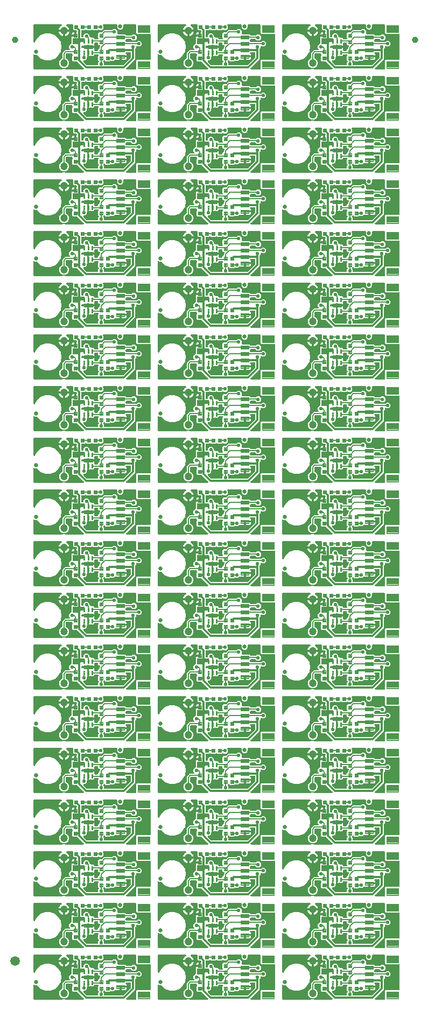
<source format=gtl>
G04 EAGLE Gerber RS-274X export*
G75*
%MOMM*%
%FSLAX34Y34*%
%LPD*%
%INTop Copper*%
%IPPOS*%
%AMOC8*
5,1,8,0,0,1.08239X$1,22.5*%
G01*
%ADD10C,0.102000*%
%ADD11C,0.635000*%
%ADD12C,0.096000*%
%ADD13C,1.200000*%
%ADD14C,0.102600*%
%ADD15C,0.104000*%
%ADD16C,1.000000*%
%ADD17C,1.500000*%
%ADD18C,0.558800*%
%ADD19C,0.152400*%
%ADD20C,0.457200*%
%ADD21C,0.304800*%

G36*
X439235Y1140723D02*
X439235Y1140723D01*
X439305Y1140722D01*
X439392Y1140743D01*
X439481Y1140755D01*
X439546Y1140780D01*
X439614Y1140797D01*
X439693Y1140839D01*
X439777Y1140872D01*
X439833Y1140913D01*
X439895Y1140945D01*
X439962Y1141006D01*
X440034Y1141058D01*
X440079Y1141112D01*
X440130Y1141159D01*
X440180Y1141234D01*
X440237Y1141303D01*
X440267Y1141367D01*
X440305Y1141425D01*
X440334Y1141510D01*
X440373Y1141591D01*
X440386Y1141660D01*
X440408Y1141726D01*
X440416Y1141815D01*
X440432Y1141903D01*
X440428Y1141973D01*
X440434Y1142043D01*
X440418Y1142131D01*
X440413Y1142221D01*
X440391Y1142287D01*
X440379Y1142356D01*
X440342Y1142438D01*
X440315Y1142523D01*
X440277Y1142582D01*
X440249Y1142646D01*
X440193Y1142716D01*
X440144Y1142792D01*
X440094Y1142840D01*
X440050Y1142894D01*
X439978Y1142949D01*
X439913Y1143010D01*
X439852Y1143044D01*
X439796Y1143086D01*
X439651Y1143157D01*
X437554Y1144025D01*
X435365Y1146214D01*
X434181Y1149073D01*
X434181Y1152167D01*
X435365Y1155026D01*
X437554Y1157214D01*
X438636Y1157663D01*
X438661Y1157677D01*
X438689Y1157686D01*
X438799Y1157756D01*
X438912Y1157820D01*
X438933Y1157841D01*
X438958Y1157857D01*
X439047Y1157951D01*
X439140Y1158041D01*
X439156Y1158067D01*
X439176Y1158088D01*
X439239Y1158202D01*
X439307Y1158313D01*
X439315Y1158341D01*
X439330Y1158367D01*
X439362Y1158492D01*
X439400Y1158617D01*
X439402Y1158646D01*
X439409Y1158675D01*
X439419Y1158835D01*
X439419Y1166404D01*
X443876Y1170861D01*
X450288Y1170861D01*
X450426Y1170878D01*
X450565Y1170891D01*
X450584Y1170898D01*
X450604Y1170901D01*
X450733Y1170952D01*
X450864Y1170999D01*
X450881Y1171010D01*
X450899Y1171018D01*
X451012Y1171099D01*
X451127Y1171177D01*
X451140Y1171193D01*
X451157Y1171204D01*
X451246Y1171312D01*
X451337Y1171416D01*
X451347Y1171434D01*
X451360Y1171449D01*
X451419Y1171575D01*
X451482Y1171699D01*
X451487Y1171719D01*
X451495Y1171737D01*
X451521Y1171874D01*
X451552Y1172009D01*
X451551Y1172030D01*
X451555Y1172049D01*
X451546Y1172188D01*
X451542Y1172327D01*
X451536Y1172347D01*
X451535Y1172367D01*
X451492Y1172499D01*
X451454Y1172633D01*
X451443Y1172650D01*
X451437Y1172669D01*
X451363Y1172787D01*
X451292Y1172907D01*
X451274Y1172928D01*
X451267Y1172938D01*
X451252Y1172952D01*
X451186Y1173027D01*
X450087Y1174126D01*
X450087Y1177914D01*
X452804Y1180631D01*
X452817Y1180633D01*
X452927Y1180676D01*
X453040Y1180713D01*
X453075Y1180735D01*
X453112Y1180750D01*
X453208Y1180819D01*
X453309Y1180883D01*
X453337Y1180913D01*
X453370Y1180936D01*
X453446Y1181028D01*
X453527Y1181115D01*
X453547Y1181150D01*
X453572Y1181181D01*
X453623Y1181289D01*
X453681Y1181393D01*
X453691Y1181433D01*
X453708Y1181469D01*
X453730Y1181586D01*
X453760Y1181701D01*
X453764Y1181761D01*
X453768Y1181781D01*
X453766Y1181802D01*
X453770Y1181862D01*
X453770Y1189720D01*
X453828Y1189777D01*
X453888Y1189855D01*
X453956Y1189927D01*
X453985Y1189980D01*
X454022Y1190028D01*
X454062Y1190119D01*
X454110Y1190206D01*
X454125Y1190264D01*
X454149Y1190320D01*
X454164Y1190418D01*
X454189Y1190514D01*
X454195Y1190614D01*
X454199Y1190634D01*
X454197Y1190647D01*
X454199Y1190675D01*
X454199Y1192221D01*
X459510Y1192221D01*
X459628Y1192236D01*
X459747Y1192243D01*
X459785Y1192255D01*
X459825Y1192261D01*
X459936Y1192304D01*
X460049Y1192341D01*
X460083Y1192363D01*
X460121Y1192378D01*
X460217Y1192447D01*
X460318Y1192511D01*
X460346Y1192541D01*
X460378Y1192564D01*
X460454Y1192656D01*
X460536Y1192743D01*
X460555Y1192778D01*
X460581Y1192809D01*
X460601Y1192853D01*
X460677Y1192908D01*
X460778Y1192971D01*
X460806Y1193001D01*
X460839Y1193025D01*
X460915Y1193116D01*
X460996Y1193203D01*
X461016Y1193238D01*
X461041Y1193270D01*
X461092Y1193377D01*
X461150Y1193482D01*
X461160Y1193521D01*
X461177Y1193557D01*
X461199Y1193674D01*
X461229Y1193790D01*
X461233Y1193850D01*
X461237Y1193870D01*
X461235Y1193890D01*
X461239Y1193950D01*
X461239Y1199278D01*
X461240Y1199278D01*
X461379Y1199291D01*
X461398Y1199298D01*
X461418Y1199301D01*
X461547Y1199352D01*
X461678Y1199399D01*
X461695Y1199410D01*
X461713Y1199418D01*
X461826Y1199499D01*
X461941Y1199577D01*
X461955Y1199593D01*
X461971Y1199604D01*
X462059Y1199711D01*
X462152Y1199816D01*
X462161Y1199834D01*
X462174Y1199849D01*
X462233Y1199975D01*
X462296Y1200099D01*
X462301Y1200119D01*
X462309Y1200137D01*
X462335Y1200273D01*
X462366Y1200409D01*
X462365Y1200430D01*
X462369Y1200449D01*
X462360Y1200588D01*
X462356Y1200727D01*
X462350Y1200747D01*
X462349Y1200767D01*
X462306Y1200899D01*
X462268Y1201033D01*
X462257Y1201050D01*
X462251Y1201069D01*
X462177Y1201187D01*
X462106Y1201307D01*
X462088Y1201328D01*
X462081Y1201338D01*
X462066Y1201352D01*
X462000Y1201428D01*
X461570Y1201858D01*
X461491Y1201918D01*
X461419Y1201986D01*
X461366Y1202015D01*
X461318Y1202052D01*
X461228Y1202092D01*
X461141Y1202140D01*
X461082Y1202155D01*
X461027Y1202179D01*
X460929Y1202194D01*
X460833Y1202219D01*
X460733Y1202225D01*
X460712Y1202229D01*
X460700Y1202227D01*
X460672Y1202229D01*
X457652Y1202229D01*
X456311Y1203570D01*
X456311Y1210056D01*
X456296Y1210174D01*
X456289Y1210293D01*
X456276Y1210331D01*
X456271Y1210372D01*
X456228Y1210482D01*
X456191Y1210595D01*
X456169Y1210630D01*
X456154Y1210667D01*
X456085Y1210763D01*
X456021Y1210864D01*
X455991Y1210892D01*
X455968Y1210925D01*
X455876Y1211001D01*
X455789Y1211082D01*
X455754Y1211102D01*
X455723Y1211127D01*
X455615Y1211178D01*
X455511Y1211236D01*
X455471Y1211246D01*
X455435Y1211263D01*
X455318Y1211285D01*
X455203Y1211315D01*
X455143Y1211319D01*
X455123Y1211323D01*
X455102Y1211321D01*
X455042Y1211325D01*
X446693Y1211325D01*
X446589Y1211312D01*
X446485Y1211308D01*
X446432Y1211292D01*
X446377Y1211285D01*
X446280Y1211247D01*
X446180Y1211217D01*
X446133Y1211189D01*
X446081Y1211168D01*
X445997Y1211107D01*
X445907Y1211053D01*
X445869Y1211014D01*
X445824Y1210982D01*
X445757Y1210901D01*
X445684Y1210827D01*
X445656Y1210779D01*
X445621Y1210737D01*
X445577Y1210642D01*
X445524Y1210552D01*
X445509Y1210499D01*
X445486Y1210449D01*
X445466Y1210347D01*
X445438Y1210246D01*
X445436Y1210191D01*
X445426Y1210137D01*
X445433Y1210032D01*
X445430Y1209928D01*
X445442Y1209874D01*
X445446Y1209819D01*
X445478Y1209720D01*
X445501Y1209618D01*
X445527Y1209569D01*
X445544Y1209517D01*
X445600Y1209428D01*
X445648Y1209336D01*
X445684Y1209295D01*
X445714Y1209248D01*
X445790Y1209176D01*
X445860Y1209098D01*
X445930Y1209045D01*
X445946Y1209030D01*
X445959Y1209023D01*
X445988Y1209001D01*
X447404Y1208054D01*
X448594Y1206864D01*
X449529Y1205466D01*
X450172Y1203911D01*
X450320Y1203169D01*
X442440Y1203169D01*
X442322Y1203154D01*
X442203Y1203147D01*
X442165Y1203134D01*
X442125Y1203129D01*
X442014Y1203086D01*
X441966Y1203070D01*
X441948Y1203080D01*
X441909Y1203090D01*
X441873Y1203107D01*
X441756Y1203129D01*
X441640Y1203159D01*
X441580Y1203163D01*
X441560Y1203167D01*
X441540Y1203165D01*
X441480Y1203169D01*
X433600Y1203169D01*
X433748Y1203911D01*
X434391Y1205466D01*
X435326Y1206864D01*
X436516Y1208054D01*
X437932Y1209001D01*
X438011Y1209069D01*
X438096Y1209130D01*
X438131Y1209173D01*
X438173Y1209209D01*
X438232Y1209295D01*
X438299Y1209375D01*
X438322Y1209425D01*
X438354Y1209471D01*
X438390Y1209569D01*
X438434Y1209663D01*
X438445Y1209717D01*
X438464Y1209769D01*
X438474Y1209873D01*
X438494Y1209976D01*
X438491Y1210030D01*
X438496Y1210085D01*
X438481Y1210189D01*
X438474Y1210293D01*
X438457Y1210345D01*
X438449Y1210400D01*
X438408Y1210496D01*
X438376Y1210595D01*
X438347Y1210642D01*
X438325Y1210693D01*
X438262Y1210776D01*
X438206Y1210864D01*
X438166Y1210902D01*
X438133Y1210946D01*
X438050Y1211011D01*
X437974Y1211082D01*
X437926Y1211109D01*
X437883Y1211143D01*
X437787Y1211185D01*
X437696Y1211236D01*
X437643Y1211249D01*
X437592Y1211272D01*
X437489Y1211289D01*
X437388Y1211315D01*
X437300Y1211321D01*
X437279Y1211324D01*
X437264Y1211323D01*
X437227Y1211325D01*
X395224Y1211325D01*
X395106Y1211310D01*
X394987Y1211303D01*
X394949Y1211290D01*
X394908Y1211285D01*
X394798Y1211242D01*
X394685Y1211205D01*
X394650Y1211183D01*
X394613Y1211168D01*
X394517Y1211099D01*
X394416Y1211035D01*
X394388Y1211005D01*
X394355Y1210982D01*
X394279Y1210890D01*
X394198Y1210803D01*
X394178Y1210768D01*
X394153Y1210737D01*
X394102Y1210629D01*
X394044Y1210525D01*
X394034Y1210485D01*
X394017Y1210449D01*
X393995Y1210332D01*
X393965Y1210217D01*
X393961Y1210157D01*
X393957Y1210137D01*
X393959Y1210116D01*
X393955Y1210056D01*
X393955Y1184277D01*
X393973Y1184133D01*
X393988Y1183987D01*
X393993Y1183975D01*
X393995Y1183961D01*
X394048Y1183826D01*
X394099Y1183689D01*
X394107Y1183678D01*
X394112Y1183666D01*
X394197Y1183548D01*
X394280Y1183428D01*
X394290Y1183419D01*
X394298Y1183408D01*
X394411Y1183315D01*
X394521Y1183220D01*
X394533Y1183214D01*
X394543Y1183205D01*
X394675Y1183144D01*
X394806Y1183079D01*
X394819Y1183076D01*
X394831Y1183070D01*
X394973Y1183043D01*
X395117Y1183012D01*
X395130Y1183013D01*
X395143Y1183010D01*
X395288Y1183019D01*
X395434Y1183025D01*
X395447Y1183029D01*
X395461Y1183030D01*
X395599Y1183075D01*
X395739Y1183117D01*
X395751Y1183124D01*
X395763Y1183128D01*
X395887Y1183206D01*
X396011Y1183281D01*
X396021Y1183291D01*
X396032Y1183298D01*
X396132Y1183405D01*
X396234Y1183508D01*
X396244Y1183524D01*
X396250Y1183530D01*
X396258Y1183545D01*
X396323Y1183642D01*
X399963Y1189947D01*
X405727Y1194783D01*
X412798Y1197357D01*
X420322Y1197357D01*
X427393Y1194783D01*
X433157Y1189946D01*
X436919Y1183430D01*
X438226Y1176020D01*
X436919Y1168610D01*
X433157Y1162094D01*
X427393Y1157257D01*
X420322Y1154683D01*
X412798Y1154683D01*
X405727Y1157257D01*
X399963Y1162093D01*
X399402Y1163066D01*
X399338Y1163150D01*
X399281Y1163239D01*
X399242Y1163276D01*
X399209Y1163319D01*
X399127Y1163385D01*
X399050Y1163457D01*
X399002Y1163483D01*
X398960Y1163517D01*
X398864Y1163560D01*
X398771Y1163611D01*
X398719Y1163624D01*
X398670Y1163646D01*
X398565Y1163664D01*
X398463Y1163690D01*
X398378Y1163695D01*
X398356Y1163699D01*
X398341Y1163698D01*
X398302Y1163700D01*
X396779Y1163700D01*
X395710Y1164143D01*
X395662Y1164156D01*
X395617Y1164177D01*
X395509Y1164198D01*
X395403Y1164227D01*
X395353Y1164228D01*
X395304Y1164237D01*
X395195Y1164230D01*
X395085Y1164232D01*
X395037Y1164220D01*
X394987Y1164217D01*
X394883Y1164184D01*
X394776Y1164158D01*
X394732Y1164135D01*
X394685Y1164119D01*
X394592Y1164061D01*
X394495Y1164009D01*
X394458Y1163976D01*
X394416Y1163949D01*
X394341Y1163869D01*
X394259Y1163795D01*
X394232Y1163754D01*
X394198Y1163718D01*
X394145Y1163621D01*
X394085Y1163530D01*
X394068Y1163483D01*
X394044Y1163439D01*
X394017Y1163333D01*
X393981Y1163229D01*
X393977Y1163179D01*
X393965Y1163131D01*
X393955Y1162970D01*
X393955Y1141984D01*
X393970Y1141866D01*
X393977Y1141747D01*
X393990Y1141709D01*
X393995Y1141668D01*
X394038Y1141558D01*
X394075Y1141445D01*
X394097Y1141410D01*
X394112Y1141373D01*
X394181Y1141277D01*
X394245Y1141176D01*
X394275Y1141148D01*
X394298Y1141115D01*
X394390Y1141039D01*
X394477Y1140958D01*
X394512Y1140938D01*
X394543Y1140913D01*
X394651Y1140862D01*
X394755Y1140804D01*
X394795Y1140794D01*
X394831Y1140777D01*
X394948Y1140755D01*
X395063Y1140725D01*
X395123Y1140721D01*
X395143Y1140717D01*
X395164Y1140719D01*
X395224Y1140715D01*
X439166Y1140715D01*
X439235Y1140723D01*
G37*
G36*
X439235Y165363D02*
X439235Y165363D01*
X439305Y165362D01*
X439392Y165383D01*
X439481Y165395D01*
X439546Y165420D01*
X439614Y165437D01*
X439693Y165479D01*
X439777Y165512D01*
X439833Y165553D01*
X439895Y165585D01*
X439962Y165646D01*
X440034Y165698D01*
X440079Y165752D01*
X440130Y165799D01*
X440180Y165874D01*
X440237Y165943D01*
X440267Y166007D01*
X440305Y166065D01*
X440334Y166150D01*
X440373Y166231D01*
X440386Y166300D01*
X440408Y166366D01*
X440416Y166455D01*
X440432Y166543D01*
X440428Y166613D01*
X440434Y166683D01*
X440418Y166771D01*
X440413Y166861D01*
X440391Y166927D01*
X440379Y166996D01*
X440342Y167078D01*
X440315Y167163D01*
X440277Y167222D01*
X440249Y167286D01*
X440193Y167356D01*
X440144Y167432D01*
X440094Y167480D01*
X440050Y167534D01*
X439978Y167589D01*
X439913Y167650D01*
X439852Y167684D01*
X439796Y167726D01*
X439651Y167797D01*
X437554Y168665D01*
X435365Y170854D01*
X434181Y173713D01*
X434181Y176807D01*
X435365Y179666D01*
X437554Y181854D01*
X438636Y182303D01*
X438661Y182317D01*
X438689Y182326D01*
X438799Y182396D01*
X438912Y182460D01*
X438933Y182481D01*
X438958Y182497D01*
X439047Y182591D01*
X439140Y182681D01*
X439156Y182707D01*
X439176Y182728D01*
X439239Y182842D01*
X439307Y182953D01*
X439315Y182981D01*
X439330Y183007D01*
X439362Y183132D01*
X439400Y183257D01*
X439402Y183286D01*
X439409Y183315D01*
X439419Y183475D01*
X439419Y191044D01*
X443876Y195501D01*
X450288Y195501D01*
X450426Y195518D01*
X450565Y195531D01*
X450584Y195538D01*
X450604Y195541D01*
X450733Y195592D01*
X450864Y195639D01*
X450881Y195650D01*
X450899Y195658D01*
X451012Y195739D01*
X451127Y195817D01*
X451140Y195833D01*
X451157Y195844D01*
X451246Y195952D01*
X451337Y196056D01*
X451347Y196074D01*
X451360Y196089D01*
X451419Y196215D01*
X451482Y196339D01*
X451487Y196359D01*
X451495Y196377D01*
X451521Y196514D01*
X451552Y196649D01*
X451551Y196670D01*
X451555Y196689D01*
X451546Y196828D01*
X451542Y196967D01*
X451536Y196987D01*
X451535Y197007D01*
X451492Y197139D01*
X451454Y197273D01*
X451443Y197290D01*
X451437Y197309D01*
X451363Y197427D01*
X451292Y197547D01*
X451274Y197568D01*
X451267Y197578D01*
X451252Y197592D01*
X451186Y197667D01*
X450087Y198766D01*
X450087Y202554D01*
X452804Y205271D01*
X452817Y205273D01*
X452927Y205316D01*
X453040Y205353D01*
X453075Y205375D01*
X453112Y205390D01*
X453208Y205459D01*
X453309Y205523D01*
X453337Y205553D01*
X453370Y205576D01*
X453446Y205668D01*
X453527Y205755D01*
X453547Y205790D01*
X453572Y205821D01*
X453623Y205929D01*
X453681Y206033D01*
X453691Y206073D01*
X453708Y206109D01*
X453730Y206226D01*
X453760Y206341D01*
X453764Y206401D01*
X453768Y206421D01*
X453766Y206442D01*
X453770Y206502D01*
X453770Y214360D01*
X453828Y214417D01*
X453888Y214495D01*
X453956Y214567D01*
X453985Y214620D01*
X454022Y214668D01*
X454062Y214759D01*
X454110Y214846D01*
X454125Y214904D01*
X454149Y214960D01*
X454164Y215058D01*
X454189Y215154D01*
X454195Y215254D01*
X454199Y215274D01*
X454197Y215287D01*
X454199Y215315D01*
X454199Y216861D01*
X459510Y216861D01*
X459628Y216876D01*
X459747Y216883D01*
X459785Y216895D01*
X459825Y216901D01*
X459936Y216944D01*
X460049Y216981D01*
X460083Y217003D01*
X460121Y217018D01*
X460217Y217087D01*
X460318Y217151D01*
X460346Y217181D01*
X460378Y217204D01*
X460454Y217296D01*
X460536Y217383D01*
X460555Y217418D01*
X460581Y217449D01*
X460601Y217493D01*
X460677Y217548D01*
X460778Y217611D01*
X460806Y217641D01*
X460839Y217665D01*
X460915Y217756D01*
X460996Y217843D01*
X461016Y217878D01*
X461041Y217910D01*
X461092Y218017D01*
X461150Y218122D01*
X461160Y218161D01*
X461177Y218197D01*
X461199Y218314D01*
X461229Y218430D01*
X461233Y218490D01*
X461237Y218510D01*
X461235Y218530D01*
X461239Y218590D01*
X461239Y223918D01*
X461240Y223918D01*
X461379Y223931D01*
X461398Y223938D01*
X461418Y223941D01*
X461547Y223992D01*
X461678Y224039D01*
X461695Y224050D01*
X461713Y224058D01*
X461826Y224139D01*
X461941Y224217D01*
X461955Y224233D01*
X461971Y224244D01*
X462059Y224351D01*
X462152Y224456D01*
X462161Y224474D01*
X462174Y224489D01*
X462233Y224615D01*
X462296Y224739D01*
X462301Y224759D01*
X462309Y224777D01*
X462335Y224913D01*
X462366Y225049D01*
X462365Y225070D01*
X462369Y225089D01*
X462360Y225228D01*
X462356Y225367D01*
X462350Y225387D01*
X462349Y225407D01*
X462306Y225539D01*
X462268Y225673D01*
X462257Y225690D01*
X462251Y225709D01*
X462177Y225827D01*
X462106Y225947D01*
X462088Y225968D01*
X462081Y225978D01*
X462066Y225992D01*
X462000Y226068D01*
X461570Y226498D01*
X461491Y226558D01*
X461419Y226626D01*
X461366Y226655D01*
X461318Y226692D01*
X461228Y226732D01*
X461141Y226780D01*
X461082Y226795D01*
X461027Y226819D01*
X460929Y226834D01*
X460833Y226859D01*
X460733Y226865D01*
X460712Y226869D01*
X460700Y226867D01*
X460672Y226869D01*
X457652Y226869D01*
X456311Y228210D01*
X456311Y234696D01*
X456296Y234814D01*
X456289Y234933D01*
X456276Y234971D01*
X456271Y235012D01*
X456228Y235122D01*
X456191Y235235D01*
X456169Y235270D01*
X456154Y235307D01*
X456085Y235403D01*
X456021Y235504D01*
X455991Y235532D01*
X455968Y235565D01*
X455876Y235641D01*
X455789Y235722D01*
X455754Y235742D01*
X455723Y235767D01*
X455615Y235818D01*
X455511Y235876D01*
X455471Y235886D01*
X455435Y235903D01*
X455318Y235925D01*
X455203Y235955D01*
X455143Y235959D01*
X455123Y235963D01*
X455102Y235961D01*
X455042Y235965D01*
X446693Y235965D01*
X446589Y235952D01*
X446485Y235948D01*
X446432Y235932D01*
X446377Y235925D01*
X446280Y235887D01*
X446180Y235857D01*
X446133Y235829D01*
X446081Y235808D01*
X445997Y235747D01*
X445907Y235693D01*
X445869Y235654D01*
X445824Y235622D01*
X445757Y235541D01*
X445684Y235467D01*
X445656Y235419D01*
X445621Y235377D01*
X445577Y235282D01*
X445524Y235192D01*
X445509Y235139D01*
X445486Y235089D01*
X445466Y234987D01*
X445438Y234886D01*
X445436Y234831D01*
X445426Y234777D01*
X445433Y234672D01*
X445430Y234568D01*
X445442Y234514D01*
X445446Y234459D01*
X445478Y234360D01*
X445501Y234258D01*
X445527Y234209D01*
X445544Y234157D01*
X445600Y234068D01*
X445648Y233976D01*
X445684Y233935D01*
X445714Y233888D01*
X445790Y233816D01*
X445860Y233738D01*
X445930Y233685D01*
X445946Y233670D01*
X445959Y233663D01*
X445988Y233641D01*
X447404Y232694D01*
X448594Y231504D01*
X449529Y230106D01*
X450172Y228551D01*
X450320Y227809D01*
X442440Y227809D01*
X442322Y227794D01*
X442203Y227787D01*
X442165Y227774D01*
X442125Y227769D01*
X442014Y227726D01*
X441966Y227710D01*
X441948Y227720D01*
X441909Y227730D01*
X441873Y227747D01*
X441756Y227769D01*
X441640Y227799D01*
X441580Y227803D01*
X441560Y227807D01*
X441540Y227805D01*
X441480Y227809D01*
X433600Y227809D01*
X433748Y228551D01*
X434391Y230106D01*
X435326Y231504D01*
X436516Y232694D01*
X437932Y233641D01*
X438011Y233709D01*
X438096Y233770D01*
X438131Y233813D01*
X438173Y233849D01*
X438232Y233935D01*
X438299Y234015D01*
X438322Y234065D01*
X438354Y234111D01*
X438390Y234209D01*
X438434Y234303D01*
X438445Y234357D01*
X438464Y234409D01*
X438474Y234513D01*
X438494Y234616D01*
X438491Y234670D01*
X438496Y234725D01*
X438481Y234829D01*
X438474Y234933D01*
X438457Y234985D01*
X438449Y235040D01*
X438408Y235136D01*
X438376Y235235D01*
X438347Y235282D01*
X438325Y235333D01*
X438262Y235416D01*
X438206Y235504D01*
X438166Y235542D01*
X438133Y235586D01*
X438050Y235651D01*
X437974Y235722D01*
X437926Y235749D01*
X437883Y235783D01*
X437787Y235825D01*
X437696Y235876D01*
X437643Y235889D01*
X437592Y235912D01*
X437489Y235929D01*
X437388Y235955D01*
X437300Y235961D01*
X437279Y235964D01*
X437264Y235963D01*
X437227Y235965D01*
X395224Y235965D01*
X395106Y235950D01*
X394987Y235943D01*
X394949Y235930D01*
X394908Y235925D01*
X394798Y235882D01*
X394685Y235845D01*
X394650Y235823D01*
X394613Y235808D01*
X394517Y235739D01*
X394416Y235675D01*
X394388Y235645D01*
X394355Y235622D01*
X394279Y235530D01*
X394198Y235443D01*
X394178Y235408D01*
X394153Y235377D01*
X394102Y235269D01*
X394044Y235165D01*
X394034Y235125D01*
X394017Y235089D01*
X393995Y234972D01*
X393965Y234857D01*
X393961Y234797D01*
X393957Y234777D01*
X393959Y234756D01*
X393955Y234696D01*
X393955Y208917D01*
X393973Y208773D01*
X393988Y208627D01*
X393993Y208615D01*
X393995Y208601D01*
X394048Y208466D01*
X394099Y208329D01*
X394107Y208318D01*
X394112Y208306D01*
X394197Y208188D01*
X394280Y208068D01*
X394290Y208059D01*
X394298Y208048D01*
X394411Y207955D01*
X394521Y207860D01*
X394533Y207854D01*
X394543Y207845D01*
X394675Y207784D01*
X394806Y207719D01*
X394819Y207716D01*
X394831Y207710D01*
X394973Y207683D01*
X395117Y207652D01*
X395130Y207653D01*
X395143Y207650D01*
X395288Y207659D01*
X395434Y207665D01*
X395447Y207669D01*
X395461Y207670D01*
X395599Y207715D01*
X395739Y207757D01*
X395751Y207764D01*
X395763Y207768D01*
X395887Y207846D01*
X396011Y207921D01*
X396021Y207931D01*
X396032Y207938D01*
X396132Y208045D01*
X396234Y208148D01*
X396244Y208164D01*
X396250Y208170D01*
X396258Y208185D01*
X396323Y208282D01*
X399963Y214587D01*
X405727Y219423D01*
X412798Y221997D01*
X420322Y221997D01*
X427393Y219423D01*
X433157Y214586D01*
X436919Y208070D01*
X438226Y200660D01*
X436919Y193250D01*
X433157Y186734D01*
X427393Y181897D01*
X420322Y179323D01*
X412798Y179323D01*
X405727Y181897D01*
X399963Y186733D01*
X399402Y187706D01*
X399338Y187790D01*
X399281Y187879D01*
X399242Y187916D01*
X399209Y187959D01*
X399127Y188025D01*
X399050Y188097D01*
X399002Y188123D01*
X398960Y188157D01*
X398864Y188200D01*
X398771Y188251D01*
X398719Y188264D01*
X398670Y188286D01*
X398565Y188304D01*
X398463Y188330D01*
X398378Y188335D01*
X398356Y188339D01*
X398341Y188338D01*
X398302Y188340D01*
X396779Y188340D01*
X395710Y188783D01*
X395662Y188796D01*
X395617Y188817D01*
X395509Y188838D01*
X395403Y188867D01*
X395353Y188868D01*
X395304Y188877D01*
X395195Y188870D01*
X395085Y188872D01*
X395037Y188860D01*
X394987Y188857D01*
X394883Y188824D01*
X394776Y188798D01*
X394732Y188775D01*
X394685Y188759D01*
X394592Y188701D01*
X394495Y188649D01*
X394458Y188616D01*
X394416Y188589D01*
X394341Y188509D01*
X394259Y188435D01*
X394232Y188394D01*
X394198Y188358D01*
X394145Y188261D01*
X394085Y188170D01*
X394068Y188123D01*
X394044Y188079D01*
X394017Y187973D01*
X393981Y187869D01*
X393977Y187819D01*
X393965Y187771D01*
X393955Y187610D01*
X393955Y166624D01*
X393970Y166506D01*
X393977Y166387D01*
X393990Y166349D01*
X393995Y166308D01*
X394038Y166198D01*
X394075Y166085D01*
X394097Y166050D01*
X394112Y166013D01*
X394181Y165917D01*
X394245Y165816D01*
X394275Y165788D01*
X394298Y165755D01*
X394390Y165679D01*
X394477Y165598D01*
X394512Y165578D01*
X394543Y165553D01*
X394651Y165502D01*
X394755Y165444D01*
X394795Y165434D01*
X394831Y165417D01*
X394948Y165395D01*
X395063Y165365D01*
X395123Y165361D01*
X395143Y165357D01*
X395164Y165359D01*
X395224Y165355D01*
X439166Y165355D01*
X439235Y165363D01*
G37*
G36*
X48075Y815603D02*
X48075Y815603D01*
X48145Y815602D01*
X48232Y815623D01*
X48321Y815635D01*
X48386Y815660D01*
X48454Y815677D01*
X48533Y815719D01*
X48617Y815752D01*
X48673Y815793D01*
X48735Y815825D01*
X48802Y815886D01*
X48874Y815938D01*
X48919Y815992D01*
X48970Y816039D01*
X49020Y816114D01*
X49077Y816183D01*
X49107Y816247D01*
X49145Y816305D01*
X49174Y816390D01*
X49213Y816471D01*
X49226Y816540D01*
X49248Y816606D01*
X49256Y816695D01*
X49272Y816783D01*
X49268Y816853D01*
X49274Y816923D01*
X49258Y817011D01*
X49253Y817101D01*
X49231Y817167D01*
X49219Y817236D01*
X49182Y817318D01*
X49155Y817403D01*
X49117Y817462D01*
X49089Y817526D01*
X49033Y817596D01*
X48984Y817672D01*
X48934Y817720D01*
X48890Y817774D01*
X48818Y817829D01*
X48753Y817890D01*
X48692Y817924D01*
X48636Y817966D01*
X48491Y818037D01*
X46394Y818905D01*
X44205Y821094D01*
X43021Y823953D01*
X43021Y827047D01*
X44205Y829906D01*
X46394Y832094D01*
X47476Y832543D01*
X47501Y832557D01*
X47529Y832566D01*
X47639Y832636D01*
X47752Y832700D01*
X47773Y832721D01*
X47798Y832737D01*
X47887Y832831D01*
X47980Y832921D01*
X47996Y832947D01*
X48016Y832968D01*
X48079Y833082D01*
X48147Y833193D01*
X48155Y833221D01*
X48170Y833247D01*
X48202Y833372D01*
X48240Y833497D01*
X48242Y833526D01*
X48249Y833555D01*
X48259Y833715D01*
X48259Y841284D01*
X52716Y845741D01*
X59128Y845741D01*
X59266Y845758D01*
X59405Y845771D01*
X59424Y845778D01*
X59444Y845781D01*
X59573Y845832D01*
X59704Y845879D01*
X59721Y845890D01*
X59739Y845898D01*
X59852Y845979D01*
X59967Y846057D01*
X59980Y846073D01*
X59997Y846084D01*
X60086Y846192D01*
X60177Y846296D01*
X60187Y846314D01*
X60200Y846329D01*
X60259Y846455D01*
X60322Y846579D01*
X60327Y846599D01*
X60335Y846617D01*
X60361Y846754D01*
X60392Y846889D01*
X60391Y846910D01*
X60395Y846929D01*
X60386Y847068D01*
X60382Y847207D01*
X60376Y847227D01*
X60375Y847247D01*
X60332Y847379D01*
X60294Y847513D01*
X60283Y847530D01*
X60277Y847549D01*
X60203Y847667D01*
X60132Y847787D01*
X60114Y847808D01*
X60107Y847818D01*
X60092Y847832D01*
X60026Y847907D01*
X58927Y849006D01*
X58927Y852794D01*
X61644Y855511D01*
X61657Y855513D01*
X61767Y855556D01*
X61880Y855593D01*
X61915Y855615D01*
X61952Y855630D01*
X62048Y855699D01*
X62149Y855763D01*
X62177Y855793D01*
X62210Y855816D01*
X62286Y855908D01*
X62367Y855995D01*
X62387Y856030D01*
X62412Y856061D01*
X62463Y856169D01*
X62521Y856273D01*
X62531Y856313D01*
X62548Y856349D01*
X62570Y856466D01*
X62600Y856581D01*
X62604Y856641D01*
X62608Y856661D01*
X62606Y856682D01*
X62610Y856742D01*
X62610Y864600D01*
X62668Y864657D01*
X62728Y864735D01*
X62796Y864807D01*
X62825Y864860D01*
X62862Y864908D01*
X62902Y864999D01*
X62950Y865086D01*
X62965Y865144D01*
X62989Y865200D01*
X63004Y865298D01*
X63029Y865394D01*
X63035Y865494D01*
X63039Y865514D01*
X63037Y865527D01*
X63039Y865555D01*
X63039Y867101D01*
X68350Y867101D01*
X68468Y867116D01*
X68587Y867123D01*
X68625Y867135D01*
X68665Y867141D01*
X68776Y867184D01*
X68889Y867221D01*
X68923Y867243D01*
X68961Y867258D01*
X69057Y867327D01*
X69158Y867391D01*
X69186Y867421D01*
X69218Y867444D01*
X69294Y867536D01*
X69376Y867623D01*
X69395Y867658D01*
X69421Y867689D01*
X69441Y867733D01*
X69517Y867788D01*
X69618Y867851D01*
X69646Y867881D01*
X69679Y867905D01*
X69755Y867996D01*
X69836Y868083D01*
X69856Y868118D01*
X69881Y868150D01*
X69932Y868257D01*
X69990Y868362D01*
X70000Y868401D01*
X70017Y868437D01*
X70039Y868554D01*
X70069Y868670D01*
X70073Y868730D01*
X70077Y868750D01*
X70075Y868770D01*
X70079Y868830D01*
X70079Y874158D01*
X70080Y874158D01*
X70219Y874171D01*
X70238Y874178D01*
X70258Y874181D01*
X70387Y874232D01*
X70518Y874279D01*
X70535Y874290D01*
X70553Y874298D01*
X70666Y874379D01*
X70781Y874457D01*
X70794Y874473D01*
X70811Y874484D01*
X70899Y874591D01*
X70992Y874696D01*
X71001Y874714D01*
X71014Y874729D01*
X71073Y874855D01*
X71136Y874979D01*
X71141Y874999D01*
X71149Y875017D01*
X71175Y875153D01*
X71206Y875289D01*
X71205Y875310D01*
X71209Y875329D01*
X71200Y875468D01*
X71196Y875607D01*
X71190Y875627D01*
X71189Y875647D01*
X71146Y875779D01*
X71108Y875913D01*
X71097Y875930D01*
X71091Y875949D01*
X71017Y876067D01*
X70946Y876187D01*
X70928Y876208D01*
X70921Y876218D01*
X70906Y876232D01*
X70840Y876307D01*
X70410Y876738D01*
X70331Y876798D01*
X70259Y876866D01*
X70206Y876895D01*
X70158Y876932D01*
X70067Y876972D01*
X69981Y877020D01*
X69922Y877035D01*
X69867Y877059D01*
X69769Y877074D01*
X69673Y877099D01*
X69573Y877105D01*
X69553Y877109D01*
X69540Y877107D01*
X69512Y877109D01*
X66492Y877109D01*
X65151Y878450D01*
X65151Y884936D01*
X65136Y885054D01*
X65129Y885173D01*
X65116Y885211D01*
X65111Y885252D01*
X65068Y885362D01*
X65031Y885475D01*
X65009Y885510D01*
X64994Y885547D01*
X64925Y885643D01*
X64861Y885744D01*
X64831Y885772D01*
X64808Y885805D01*
X64716Y885881D01*
X64629Y885962D01*
X64594Y885982D01*
X64563Y886007D01*
X64455Y886058D01*
X64351Y886116D01*
X64311Y886126D01*
X64275Y886143D01*
X64158Y886165D01*
X64043Y886195D01*
X63983Y886199D01*
X63963Y886203D01*
X63942Y886201D01*
X63882Y886205D01*
X55533Y886205D01*
X55429Y886192D01*
X55325Y886188D01*
X55272Y886172D01*
X55217Y886165D01*
X55120Y886127D01*
X55020Y886097D01*
X54973Y886069D01*
X54922Y886048D01*
X54837Y885987D01*
X54747Y885933D01*
X54709Y885894D01*
X54664Y885862D01*
X54597Y885781D01*
X54524Y885707D01*
X54497Y885659D01*
X54461Y885617D01*
X54417Y885522D01*
X54364Y885432D01*
X54349Y885379D01*
X54326Y885329D01*
X54306Y885227D01*
X54278Y885126D01*
X54276Y885071D01*
X54266Y885017D01*
X54273Y884912D01*
X54270Y884808D01*
X54282Y884754D01*
X54286Y884699D01*
X54318Y884600D01*
X54341Y884498D01*
X54367Y884449D01*
X54384Y884397D01*
X54440Y884308D01*
X54488Y884216D01*
X54525Y884174D01*
X54554Y884128D01*
X54630Y884056D01*
X54700Y883978D01*
X54770Y883925D01*
X54786Y883910D01*
X54799Y883903D01*
X54828Y883881D01*
X56244Y882934D01*
X57434Y881744D01*
X58369Y880346D01*
X59012Y878791D01*
X59160Y878049D01*
X51280Y878049D01*
X51162Y878034D01*
X51043Y878027D01*
X51005Y878014D01*
X50965Y878009D01*
X50854Y877966D01*
X50806Y877950D01*
X50788Y877960D01*
X50749Y877970D01*
X50713Y877987D01*
X50596Y878009D01*
X50480Y878039D01*
X50420Y878043D01*
X50400Y878047D01*
X50380Y878045D01*
X50320Y878049D01*
X42440Y878049D01*
X42588Y878791D01*
X43231Y880346D01*
X44166Y881744D01*
X45356Y882934D01*
X46772Y883881D01*
X46851Y883949D01*
X46936Y884010D01*
X46971Y884053D01*
X47013Y884089D01*
X47072Y884175D01*
X47139Y884255D01*
X47162Y884305D01*
X47193Y884351D01*
X47230Y884449D01*
X47274Y884543D01*
X47285Y884597D01*
X47304Y884649D01*
X47314Y884753D01*
X47334Y884856D01*
X47331Y884911D01*
X47336Y884965D01*
X47321Y885069D01*
X47314Y885173D01*
X47297Y885225D01*
X47289Y885280D01*
X47248Y885376D01*
X47216Y885475D01*
X47187Y885522D01*
X47165Y885573D01*
X47102Y885656D01*
X47046Y885744D01*
X47006Y885782D01*
X46972Y885826D01*
X46891Y885890D01*
X46814Y885962D01*
X46766Y885989D01*
X46723Y886023D01*
X46627Y886065D01*
X46536Y886116D01*
X46483Y886129D01*
X46432Y886152D01*
X46329Y886169D01*
X46228Y886195D01*
X46140Y886201D01*
X46118Y886204D01*
X46104Y886203D01*
X46067Y886205D01*
X4064Y886205D01*
X3946Y886190D01*
X3827Y886183D01*
X3789Y886170D01*
X3748Y886165D01*
X3638Y886122D01*
X3525Y886085D01*
X3490Y886063D01*
X3453Y886048D01*
X3357Y885979D01*
X3256Y885915D01*
X3228Y885885D01*
X3195Y885862D01*
X3119Y885770D01*
X3038Y885683D01*
X3018Y885648D01*
X2993Y885617D01*
X2942Y885509D01*
X2884Y885405D01*
X2874Y885365D01*
X2857Y885329D01*
X2835Y885212D01*
X2805Y885097D01*
X2801Y885037D01*
X2797Y885017D01*
X2799Y884996D01*
X2795Y884936D01*
X2795Y859157D01*
X2813Y859013D01*
X2828Y858867D01*
X2833Y858855D01*
X2835Y858841D01*
X2888Y858706D01*
X2939Y858569D01*
X2947Y858558D01*
X2952Y858546D01*
X3037Y858428D01*
X3120Y858308D01*
X3130Y858299D01*
X3138Y858288D01*
X3251Y858195D01*
X3361Y858100D01*
X3373Y858094D01*
X3383Y858085D01*
X3515Y858024D01*
X3646Y857959D01*
X3659Y857956D01*
X3671Y857950D01*
X3813Y857923D01*
X3957Y857892D01*
X3970Y857893D01*
X3983Y857890D01*
X4128Y857899D01*
X4274Y857905D01*
X4287Y857909D01*
X4301Y857910D01*
X4439Y857955D01*
X4579Y857997D01*
X4591Y858004D01*
X4603Y858008D01*
X4727Y858086D01*
X4851Y858161D01*
X4861Y858171D01*
X4872Y858178D01*
X4972Y858285D01*
X5074Y858388D01*
X5084Y858404D01*
X5090Y858410D01*
X5098Y858425D01*
X5163Y858522D01*
X8803Y864827D01*
X14567Y869663D01*
X21638Y872237D01*
X29162Y872237D01*
X36233Y869663D01*
X41997Y864827D01*
X45759Y858310D01*
X47066Y850900D01*
X45759Y843490D01*
X41997Y836973D01*
X36233Y832137D01*
X29162Y829563D01*
X21638Y829563D01*
X14567Y832137D01*
X8803Y836973D01*
X8242Y837946D01*
X8178Y838030D01*
X8121Y838119D01*
X8082Y838156D01*
X8049Y838199D01*
X7967Y838265D01*
X7890Y838337D01*
X7842Y838363D01*
X7800Y838397D01*
X7704Y838440D01*
X7611Y838491D01*
X7559Y838504D01*
X7510Y838526D01*
X7405Y838544D01*
X7303Y838570D01*
X7218Y838575D01*
X7196Y838579D01*
X7181Y838578D01*
X7142Y838580D01*
X5619Y838580D01*
X4550Y839023D01*
X4502Y839036D01*
X4457Y839057D01*
X4349Y839078D01*
X4243Y839107D01*
X4193Y839108D01*
X4144Y839117D01*
X4035Y839110D01*
X3925Y839112D01*
X3877Y839100D01*
X3827Y839097D01*
X3723Y839063D01*
X3616Y839038D01*
X3572Y839015D01*
X3525Y838999D01*
X3432Y838941D01*
X3335Y838889D01*
X3298Y838856D01*
X3256Y838829D01*
X3181Y838749D01*
X3099Y838675D01*
X3072Y838634D01*
X3038Y838598D01*
X2985Y838501D01*
X2925Y838410D01*
X2908Y838362D01*
X2884Y838319D01*
X2857Y838213D01*
X2821Y838109D01*
X2817Y838059D01*
X2805Y838011D01*
X2795Y837850D01*
X2795Y816864D01*
X2810Y816746D01*
X2817Y816627D01*
X2830Y816589D01*
X2835Y816548D01*
X2878Y816438D01*
X2915Y816325D01*
X2937Y816290D01*
X2952Y816253D01*
X3021Y816157D01*
X3085Y816056D01*
X3115Y816028D01*
X3138Y815995D01*
X3230Y815919D01*
X3317Y815838D01*
X3352Y815818D01*
X3383Y815793D01*
X3491Y815742D01*
X3595Y815684D01*
X3635Y815674D01*
X3671Y815657D01*
X3788Y815635D01*
X3903Y815605D01*
X3963Y815601D01*
X3983Y815597D01*
X4004Y815599D01*
X4064Y815595D01*
X48006Y815595D01*
X48075Y815603D01*
G37*
G36*
X439235Y1384563D02*
X439235Y1384563D01*
X439305Y1384562D01*
X439392Y1384583D01*
X439481Y1384595D01*
X439546Y1384620D01*
X439614Y1384637D01*
X439693Y1384679D01*
X439777Y1384712D01*
X439833Y1384753D01*
X439895Y1384785D01*
X439962Y1384846D01*
X440034Y1384898D01*
X440079Y1384952D01*
X440130Y1384999D01*
X440180Y1385074D01*
X440237Y1385143D01*
X440267Y1385207D01*
X440305Y1385265D01*
X440334Y1385350D01*
X440373Y1385431D01*
X440386Y1385500D01*
X440408Y1385566D01*
X440416Y1385655D01*
X440432Y1385743D01*
X440428Y1385813D01*
X440434Y1385883D01*
X440418Y1385971D01*
X440413Y1386061D01*
X440391Y1386127D01*
X440379Y1386196D01*
X440342Y1386278D01*
X440315Y1386363D01*
X440277Y1386422D01*
X440249Y1386486D01*
X440193Y1386556D01*
X440144Y1386632D01*
X440094Y1386680D01*
X440050Y1386734D01*
X439978Y1386789D01*
X439913Y1386850D01*
X439852Y1386884D01*
X439796Y1386926D01*
X439651Y1386997D01*
X437554Y1387865D01*
X435365Y1390054D01*
X434181Y1392913D01*
X434181Y1396007D01*
X435365Y1398866D01*
X437554Y1401054D01*
X438636Y1401503D01*
X438661Y1401517D01*
X438689Y1401526D01*
X438799Y1401596D01*
X438912Y1401660D01*
X438933Y1401681D01*
X438958Y1401697D01*
X439047Y1401791D01*
X439140Y1401881D01*
X439156Y1401907D01*
X439176Y1401928D01*
X439239Y1402042D01*
X439307Y1402153D01*
X439315Y1402181D01*
X439330Y1402207D01*
X439362Y1402332D01*
X439400Y1402457D01*
X439402Y1402486D01*
X439409Y1402515D01*
X439419Y1402675D01*
X439419Y1410244D01*
X443876Y1414701D01*
X450288Y1414701D01*
X450426Y1414718D01*
X450565Y1414731D01*
X450584Y1414738D01*
X450604Y1414741D01*
X450733Y1414792D01*
X450864Y1414839D01*
X450881Y1414850D01*
X450899Y1414858D01*
X451012Y1414939D01*
X451127Y1415017D01*
X451140Y1415033D01*
X451157Y1415044D01*
X451246Y1415152D01*
X451337Y1415256D01*
X451347Y1415274D01*
X451360Y1415289D01*
X451419Y1415415D01*
X451482Y1415539D01*
X451487Y1415559D01*
X451495Y1415577D01*
X451521Y1415714D01*
X451552Y1415849D01*
X451551Y1415870D01*
X451555Y1415889D01*
X451546Y1416028D01*
X451542Y1416167D01*
X451536Y1416187D01*
X451535Y1416207D01*
X451492Y1416339D01*
X451454Y1416473D01*
X451443Y1416490D01*
X451437Y1416509D01*
X451363Y1416627D01*
X451292Y1416747D01*
X451274Y1416768D01*
X451267Y1416778D01*
X451252Y1416792D01*
X451186Y1416867D01*
X450087Y1417966D01*
X450087Y1421754D01*
X452804Y1424471D01*
X452817Y1424473D01*
X452927Y1424516D01*
X453040Y1424553D01*
X453075Y1424575D01*
X453112Y1424590D01*
X453208Y1424659D01*
X453309Y1424723D01*
X453337Y1424753D01*
X453370Y1424776D01*
X453446Y1424868D01*
X453527Y1424955D01*
X453547Y1424990D01*
X453572Y1425021D01*
X453623Y1425129D01*
X453681Y1425233D01*
X453691Y1425273D01*
X453708Y1425309D01*
X453730Y1425426D01*
X453760Y1425541D01*
X453764Y1425601D01*
X453768Y1425621D01*
X453766Y1425642D01*
X453770Y1425702D01*
X453770Y1433560D01*
X453827Y1433617D01*
X453888Y1433695D01*
X453956Y1433767D01*
X453985Y1433820D01*
X454022Y1433868D01*
X454062Y1433959D01*
X454110Y1434046D01*
X454125Y1434105D01*
X454149Y1434160D01*
X454164Y1434258D01*
X454189Y1434354D01*
X454195Y1434454D01*
X454199Y1434474D01*
X454197Y1434486D01*
X454199Y1434515D01*
X454199Y1436061D01*
X459510Y1436061D01*
X459628Y1436076D01*
X459747Y1436083D01*
X459785Y1436095D01*
X459825Y1436101D01*
X459936Y1436144D01*
X460049Y1436181D01*
X460083Y1436203D01*
X460121Y1436218D01*
X460217Y1436287D01*
X460318Y1436351D01*
X460346Y1436381D01*
X460378Y1436404D01*
X460454Y1436496D01*
X460536Y1436583D01*
X460555Y1436618D01*
X460581Y1436649D01*
X460601Y1436693D01*
X460677Y1436748D01*
X460778Y1436811D01*
X460806Y1436841D01*
X460839Y1436865D01*
X460915Y1436956D01*
X460996Y1437043D01*
X461016Y1437078D01*
X461041Y1437110D01*
X461092Y1437217D01*
X461150Y1437322D01*
X461160Y1437361D01*
X461177Y1437397D01*
X461199Y1437514D01*
X461229Y1437630D01*
X461233Y1437690D01*
X461237Y1437710D01*
X461235Y1437730D01*
X461239Y1437790D01*
X461239Y1443118D01*
X461240Y1443118D01*
X461379Y1443131D01*
X461398Y1443138D01*
X461418Y1443141D01*
X461547Y1443192D01*
X461678Y1443239D01*
X461695Y1443250D01*
X461713Y1443258D01*
X461826Y1443339D01*
X461941Y1443417D01*
X461955Y1443433D01*
X461971Y1443444D01*
X462059Y1443551D01*
X462152Y1443656D01*
X462161Y1443674D01*
X462174Y1443689D01*
X462233Y1443815D01*
X462296Y1443939D01*
X462301Y1443959D01*
X462309Y1443977D01*
X462335Y1444113D01*
X462366Y1444249D01*
X462365Y1444270D01*
X462369Y1444289D01*
X462360Y1444428D01*
X462356Y1444567D01*
X462350Y1444587D01*
X462349Y1444607D01*
X462306Y1444739D01*
X462268Y1444873D01*
X462257Y1444890D01*
X462251Y1444909D01*
X462177Y1445027D01*
X462106Y1445147D01*
X462088Y1445168D01*
X462081Y1445178D01*
X462066Y1445192D01*
X462000Y1445268D01*
X461570Y1445698D01*
X461491Y1445758D01*
X461419Y1445826D01*
X461366Y1445855D01*
X461318Y1445892D01*
X461228Y1445932D01*
X461141Y1445980D01*
X461082Y1445995D01*
X461027Y1446019D01*
X460929Y1446034D01*
X460833Y1446059D01*
X460733Y1446065D01*
X460712Y1446069D01*
X460700Y1446067D01*
X460672Y1446069D01*
X457652Y1446069D01*
X456311Y1447410D01*
X456311Y1453896D01*
X456296Y1454014D01*
X456289Y1454133D01*
X456276Y1454171D01*
X456271Y1454212D01*
X456228Y1454322D01*
X456191Y1454435D01*
X456169Y1454470D01*
X456154Y1454507D01*
X456085Y1454603D01*
X456021Y1454704D01*
X455991Y1454732D01*
X455968Y1454765D01*
X455876Y1454841D01*
X455789Y1454922D01*
X455754Y1454942D01*
X455723Y1454967D01*
X455615Y1455018D01*
X455511Y1455076D01*
X455471Y1455086D01*
X455435Y1455103D01*
X455318Y1455125D01*
X455203Y1455155D01*
X455143Y1455159D01*
X455123Y1455163D01*
X455102Y1455161D01*
X455042Y1455165D01*
X446693Y1455165D01*
X446589Y1455152D01*
X446485Y1455148D01*
X446432Y1455132D01*
X446377Y1455125D01*
X446280Y1455087D01*
X446180Y1455057D01*
X446133Y1455029D01*
X446082Y1455008D01*
X445997Y1454947D01*
X445907Y1454893D01*
X445869Y1454854D01*
X445824Y1454822D01*
X445757Y1454741D01*
X445684Y1454667D01*
X445657Y1454619D01*
X445621Y1454577D01*
X445577Y1454482D01*
X445524Y1454392D01*
X445509Y1454339D01*
X445486Y1454289D01*
X445466Y1454187D01*
X445438Y1454086D01*
X445436Y1454031D01*
X445426Y1453977D01*
X445433Y1453872D01*
X445430Y1453768D01*
X445442Y1453714D01*
X445446Y1453659D01*
X445478Y1453560D01*
X445501Y1453458D01*
X445527Y1453409D01*
X445544Y1453357D01*
X445600Y1453268D01*
X445648Y1453176D01*
X445685Y1453134D01*
X445714Y1453088D01*
X445790Y1453016D01*
X445860Y1452938D01*
X445930Y1452885D01*
X445946Y1452870D01*
X445959Y1452863D01*
X445988Y1452841D01*
X447404Y1451894D01*
X448594Y1450704D01*
X449529Y1449306D01*
X450172Y1447751D01*
X450320Y1447009D01*
X442440Y1447009D01*
X442322Y1446994D01*
X442203Y1446987D01*
X442165Y1446974D01*
X442125Y1446969D01*
X442014Y1446926D01*
X441966Y1446910D01*
X441948Y1446920D01*
X441909Y1446930D01*
X441873Y1446947D01*
X441756Y1446969D01*
X441640Y1446999D01*
X441580Y1447003D01*
X441560Y1447007D01*
X441540Y1447005D01*
X441480Y1447009D01*
X433600Y1447009D01*
X433748Y1447751D01*
X434391Y1449306D01*
X435326Y1450704D01*
X436516Y1451894D01*
X437932Y1452841D01*
X438011Y1452909D01*
X438096Y1452970D01*
X438131Y1453013D01*
X438173Y1453049D01*
X438232Y1453135D01*
X438299Y1453215D01*
X438322Y1453265D01*
X438353Y1453311D01*
X438390Y1453409D01*
X438434Y1453503D01*
X438445Y1453557D01*
X438464Y1453609D01*
X438474Y1453713D01*
X438494Y1453816D01*
X438491Y1453871D01*
X438496Y1453925D01*
X438481Y1454029D01*
X438474Y1454133D01*
X438457Y1454185D01*
X438449Y1454240D01*
X438408Y1454336D01*
X438376Y1454435D01*
X438347Y1454482D01*
X438325Y1454533D01*
X438262Y1454616D01*
X438206Y1454704D01*
X438166Y1454742D01*
X438132Y1454786D01*
X438051Y1454850D01*
X437974Y1454922D01*
X437926Y1454949D01*
X437883Y1454983D01*
X437787Y1455025D01*
X437696Y1455076D01*
X437643Y1455089D01*
X437592Y1455112D01*
X437489Y1455129D01*
X437388Y1455155D01*
X437300Y1455161D01*
X437278Y1455164D01*
X437264Y1455163D01*
X437227Y1455165D01*
X395224Y1455165D01*
X395106Y1455150D01*
X394987Y1455143D01*
X394949Y1455130D01*
X394908Y1455125D01*
X394798Y1455082D01*
X394685Y1455045D01*
X394650Y1455023D01*
X394613Y1455008D01*
X394517Y1454939D01*
X394416Y1454875D01*
X394388Y1454845D01*
X394355Y1454822D01*
X394279Y1454730D01*
X394198Y1454643D01*
X394178Y1454608D01*
X394153Y1454577D01*
X394102Y1454469D01*
X394044Y1454365D01*
X394034Y1454325D01*
X394017Y1454289D01*
X393995Y1454172D01*
X393965Y1454057D01*
X393961Y1453997D01*
X393957Y1453977D01*
X393959Y1453956D01*
X393955Y1453896D01*
X393955Y1428117D01*
X393973Y1427973D01*
X393988Y1427827D01*
X393993Y1427815D01*
X393995Y1427801D01*
X394048Y1427666D01*
X394099Y1427529D01*
X394107Y1427518D01*
X394112Y1427506D01*
X394197Y1427388D01*
X394280Y1427268D01*
X394290Y1427259D01*
X394298Y1427248D01*
X394411Y1427155D01*
X394521Y1427060D01*
X394533Y1427054D01*
X394543Y1427045D01*
X394675Y1426984D01*
X394806Y1426919D01*
X394819Y1426916D01*
X394831Y1426910D01*
X394973Y1426883D01*
X395117Y1426852D01*
X395130Y1426853D01*
X395143Y1426850D01*
X395288Y1426859D01*
X395434Y1426865D01*
X395447Y1426869D01*
X395461Y1426870D01*
X395599Y1426915D01*
X395739Y1426957D01*
X395751Y1426964D01*
X395763Y1426968D01*
X395887Y1427046D01*
X396011Y1427121D01*
X396021Y1427131D01*
X396032Y1427138D01*
X396132Y1427245D01*
X396234Y1427348D01*
X396244Y1427364D01*
X396250Y1427370D01*
X396258Y1427385D01*
X396323Y1427482D01*
X399963Y1433787D01*
X405727Y1438623D01*
X412798Y1441197D01*
X420322Y1441197D01*
X427393Y1438623D01*
X433157Y1433786D01*
X436919Y1427270D01*
X438226Y1419860D01*
X436919Y1412450D01*
X433157Y1405934D01*
X427393Y1401097D01*
X420322Y1398523D01*
X412798Y1398523D01*
X405727Y1401097D01*
X399963Y1405933D01*
X399402Y1406906D01*
X399338Y1406990D01*
X399281Y1407079D01*
X399242Y1407116D01*
X399209Y1407159D01*
X399127Y1407225D01*
X399050Y1407297D01*
X399002Y1407323D01*
X398960Y1407357D01*
X398864Y1407400D01*
X398771Y1407451D01*
X398719Y1407464D01*
X398670Y1407486D01*
X398565Y1407504D01*
X398463Y1407530D01*
X398378Y1407535D01*
X398356Y1407539D01*
X398341Y1407538D01*
X398302Y1407540D01*
X396779Y1407540D01*
X395710Y1407983D01*
X395662Y1407996D01*
X395617Y1408017D01*
X395509Y1408038D01*
X395403Y1408067D01*
X395353Y1408068D01*
X395304Y1408077D01*
X395195Y1408070D01*
X395085Y1408072D01*
X395037Y1408060D01*
X394987Y1408057D01*
X394883Y1408023D01*
X394776Y1407998D01*
X394732Y1407975D01*
X394685Y1407959D01*
X394592Y1407901D01*
X394495Y1407849D01*
X394458Y1407816D01*
X394416Y1407789D01*
X394341Y1407709D01*
X394259Y1407635D01*
X394232Y1407594D01*
X394198Y1407558D01*
X394145Y1407461D01*
X394085Y1407370D01*
X394068Y1407322D01*
X394044Y1407279D01*
X394017Y1407173D01*
X393981Y1407069D01*
X393977Y1407019D01*
X393965Y1406971D01*
X393955Y1406810D01*
X393955Y1385824D01*
X393970Y1385706D01*
X393977Y1385587D01*
X393990Y1385549D01*
X393995Y1385508D01*
X394038Y1385398D01*
X394075Y1385285D01*
X394097Y1385250D01*
X394112Y1385213D01*
X394181Y1385117D01*
X394245Y1385016D01*
X394275Y1384988D01*
X394298Y1384955D01*
X394390Y1384879D01*
X394477Y1384798D01*
X394512Y1384778D01*
X394543Y1384753D01*
X394651Y1384702D01*
X394755Y1384644D01*
X394795Y1384634D01*
X394831Y1384617D01*
X394948Y1384595D01*
X395063Y1384565D01*
X395123Y1384561D01*
X395143Y1384557D01*
X395164Y1384559D01*
X395224Y1384555D01*
X439166Y1384555D01*
X439235Y1384563D01*
G37*
G36*
X439235Y409203D02*
X439235Y409203D01*
X439305Y409202D01*
X439392Y409223D01*
X439481Y409235D01*
X439546Y409260D01*
X439614Y409277D01*
X439693Y409319D01*
X439777Y409352D01*
X439833Y409393D01*
X439895Y409425D01*
X439962Y409486D01*
X440034Y409538D01*
X440079Y409592D01*
X440130Y409639D01*
X440180Y409714D01*
X440237Y409783D01*
X440267Y409847D01*
X440305Y409905D01*
X440334Y409990D01*
X440373Y410071D01*
X440386Y410140D01*
X440408Y410206D01*
X440416Y410295D01*
X440432Y410383D01*
X440428Y410453D01*
X440434Y410523D01*
X440418Y410611D01*
X440413Y410701D01*
X440391Y410767D01*
X440379Y410836D01*
X440342Y410918D01*
X440315Y411003D01*
X440277Y411062D01*
X440249Y411126D01*
X440193Y411196D01*
X440144Y411272D01*
X440094Y411320D01*
X440050Y411374D01*
X439978Y411429D01*
X439913Y411490D01*
X439852Y411524D01*
X439796Y411566D01*
X439651Y411637D01*
X437554Y412505D01*
X435365Y414694D01*
X434181Y417553D01*
X434181Y420647D01*
X435365Y423506D01*
X437554Y425694D01*
X438636Y426143D01*
X438661Y426157D01*
X438689Y426166D01*
X438799Y426236D01*
X438912Y426300D01*
X438933Y426321D01*
X438958Y426337D01*
X439047Y426431D01*
X439140Y426521D01*
X439156Y426547D01*
X439176Y426568D01*
X439239Y426682D01*
X439307Y426793D01*
X439315Y426821D01*
X439330Y426847D01*
X439362Y426972D01*
X439400Y427097D01*
X439402Y427126D01*
X439409Y427155D01*
X439419Y427315D01*
X439419Y434884D01*
X443876Y439341D01*
X450288Y439341D01*
X450426Y439358D01*
X450565Y439371D01*
X450584Y439378D01*
X450604Y439381D01*
X450733Y439432D01*
X450864Y439479D01*
X450881Y439490D01*
X450899Y439498D01*
X451012Y439579D01*
X451127Y439657D01*
X451140Y439673D01*
X451157Y439684D01*
X451246Y439792D01*
X451337Y439896D01*
X451347Y439914D01*
X451360Y439929D01*
X451419Y440055D01*
X451482Y440179D01*
X451487Y440199D01*
X451495Y440217D01*
X451521Y440354D01*
X451552Y440489D01*
X451551Y440510D01*
X451555Y440529D01*
X451546Y440668D01*
X451542Y440807D01*
X451536Y440827D01*
X451535Y440847D01*
X451492Y440979D01*
X451454Y441113D01*
X451443Y441130D01*
X451437Y441149D01*
X451363Y441267D01*
X451292Y441387D01*
X451274Y441408D01*
X451267Y441418D01*
X451252Y441432D01*
X451186Y441507D01*
X450087Y442606D01*
X450087Y446394D01*
X452804Y449111D01*
X452817Y449113D01*
X452927Y449156D01*
X453040Y449193D01*
X453075Y449215D01*
X453112Y449230D01*
X453208Y449299D01*
X453309Y449363D01*
X453337Y449393D01*
X453370Y449416D01*
X453446Y449508D01*
X453527Y449595D01*
X453547Y449630D01*
X453572Y449661D01*
X453623Y449769D01*
X453681Y449873D01*
X453691Y449913D01*
X453708Y449949D01*
X453730Y450066D01*
X453760Y450181D01*
X453764Y450241D01*
X453768Y450261D01*
X453766Y450282D01*
X453770Y450342D01*
X453770Y458200D01*
X453827Y458257D01*
X453888Y458335D01*
X453956Y458407D01*
X453985Y458460D01*
X454022Y458508D01*
X454062Y458599D01*
X454110Y458686D01*
X454125Y458745D01*
X454149Y458800D01*
X454164Y458898D01*
X454189Y458994D01*
X454195Y459094D01*
X454199Y459114D01*
X454197Y459126D01*
X454199Y459155D01*
X454199Y460701D01*
X459510Y460701D01*
X459628Y460716D01*
X459747Y460723D01*
X459785Y460735D01*
X459825Y460741D01*
X459936Y460784D01*
X460049Y460821D01*
X460083Y460843D01*
X460121Y460858D01*
X460217Y460927D01*
X460318Y460991D01*
X460346Y461021D01*
X460378Y461044D01*
X460454Y461136D01*
X460536Y461223D01*
X460555Y461258D01*
X460581Y461289D01*
X460601Y461333D01*
X460677Y461388D01*
X460778Y461451D01*
X460806Y461481D01*
X460839Y461505D01*
X460915Y461596D01*
X460996Y461683D01*
X461016Y461718D01*
X461041Y461750D01*
X461092Y461857D01*
X461150Y461962D01*
X461160Y462001D01*
X461177Y462037D01*
X461199Y462154D01*
X461229Y462270D01*
X461233Y462330D01*
X461237Y462350D01*
X461235Y462370D01*
X461239Y462430D01*
X461239Y467758D01*
X461240Y467758D01*
X461379Y467771D01*
X461398Y467778D01*
X461418Y467781D01*
X461547Y467832D01*
X461678Y467879D01*
X461695Y467890D01*
X461713Y467898D01*
X461826Y467979D01*
X461941Y468057D01*
X461955Y468073D01*
X461971Y468084D01*
X462059Y468191D01*
X462152Y468296D01*
X462161Y468314D01*
X462174Y468329D01*
X462233Y468455D01*
X462296Y468579D01*
X462301Y468599D01*
X462309Y468617D01*
X462335Y468753D01*
X462366Y468889D01*
X462365Y468910D01*
X462369Y468929D01*
X462360Y469068D01*
X462356Y469207D01*
X462350Y469227D01*
X462349Y469247D01*
X462306Y469379D01*
X462268Y469513D01*
X462257Y469530D01*
X462251Y469549D01*
X462177Y469667D01*
X462106Y469787D01*
X462088Y469808D01*
X462081Y469818D01*
X462066Y469832D01*
X462000Y469908D01*
X461570Y470338D01*
X461491Y470398D01*
X461419Y470466D01*
X461366Y470495D01*
X461318Y470532D01*
X461228Y470572D01*
X461141Y470620D01*
X461082Y470635D01*
X461027Y470659D01*
X460929Y470674D01*
X460833Y470699D01*
X460733Y470705D01*
X460712Y470709D01*
X460700Y470707D01*
X460672Y470709D01*
X457652Y470709D01*
X456311Y472050D01*
X456311Y478536D01*
X456296Y478654D01*
X456289Y478773D01*
X456276Y478811D01*
X456271Y478852D01*
X456228Y478962D01*
X456191Y479075D01*
X456169Y479110D01*
X456154Y479147D01*
X456085Y479243D01*
X456021Y479344D01*
X455991Y479372D01*
X455968Y479405D01*
X455876Y479481D01*
X455789Y479562D01*
X455754Y479582D01*
X455723Y479607D01*
X455615Y479658D01*
X455511Y479716D01*
X455471Y479726D01*
X455435Y479743D01*
X455318Y479765D01*
X455203Y479795D01*
X455143Y479799D01*
X455123Y479803D01*
X455102Y479801D01*
X455042Y479805D01*
X446693Y479805D01*
X446589Y479792D01*
X446485Y479788D01*
X446432Y479772D01*
X446377Y479765D01*
X446280Y479727D01*
X446180Y479697D01*
X446133Y479669D01*
X446082Y479648D01*
X445997Y479587D01*
X445907Y479533D01*
X445869Y479494D01*
X445824Y479462D01*
X445757Y479381D01*
X445684Y479307D01*
X445657Y479259D01*
X445621Y479217D01*
X445577Y479122D01*
X445524Y479032D01*
X445509Y478979D01*
X445486Y478929D01*
X445466Y478827D01*
X445438Y478726D01*
X445436Y478671D01*
X445426Y478617D01*
X445433Y478512D01*
X445430Y478408D01*
X445442Y478354D01*
X445446Y478299D01*
X445478Y478200D01*
X445501Y478098D01*
X445527Y478049D01*
X445544Y477997D01*
X445600Y477908D01*
X445648Y477816D01*
X445685Y477774D01*
X445714Y477728D01*
X445790Y477656D01*
X445860Y477578D01*
X445930Y477525D01*
X445946Y477510D01*
X445959Y477503D01*
X445988Y477481D01*
X447404Y476534D01*
X448594Y475344D01*
X449529Y473946D01*
X450172Y472391D01*
X450320Y471649D01*
X442440Y471649D01*
X442322Y471634D01*
X442203Y471627D01*
X442165Y471614D01*
X442125Y471609D01*
X442014Y471566D01*
X441966Y471550D01*
X441948Y471560D01*
X441909Y471570D01*
X441873Y471587D01*
X441756Y471609D01*
X441640Y471639D01*
X441580Y471643D01*
X441560Y471647D01*
X441540Y471645D01*
X441480Y471649D01*
X433600Y471649D01*
X433748Y472391D01*
X434391Y473946D01*
X435326Y475344D01*
X436516Y476534D01*
X437932Y477481D01*
X438011Y477549D01*
X438096Y477610D01*
X438131Y477653D01*
X438173Y477689D01*
X438232Y477775D01*
X438299Y477855D01*
X438322Y477905D01*
X438353Y477951D01*
X438390Y478049D01*
X438434Y478143D01*
X438445Y478197D01*
X438464Y478249D01*
X438474Y478353D01*
X438494Y478456D01*
X438491Y478511D01*
X438496Y478565D01*
X438481Y478669D01*
X438474Y478773D01*
X438457Y478825D01*
X438449Y478880D01*
X438408Y478976D01*
X438376Y479075D01*
X438347Y479122D01*
X438325Y479173D01*
X438262Y479256D01*
X438206Y479344D01*
X438166Y479382D01*
X438132Y479426D01*
X438051Y479490D01*
X437974Y479562D01*
X437926Y479589D01*
X437883Y479623D01*
X437787Y479665D01*
X437696Y479716D01*
X437643Y479729D01*
X437592Y479752D01*
X437489Y479769D01*
X437388Y479795D01*
X437300Y479801D01*
X437278Y479804D01*
X437264Y479803D01*
X437227Y479805D01*
X395224Y479805D01*
X395106Y479790D01*
X394987Y479783D01*
X394949Y479770D01*
X394908Y479765D01*
X394798Y479722D01*
X394685Y479685D01*
X394650Y479663D01*
X394613Y479648D01*
X394517Y479579D01*
X394416Y479515D01*
X394388Y479485D01*
X394355Y479462D01*
X394279Y479370D01*
X394198Y479283D01*
X394178Y479248D01*
X394153Y479217D01*
X394102Y479109D01*
X394044Y479005D01*
X394034Y478965D01*
X394017Y478929D01*
X393995Y478812D01*
X393965Y478697D01*
X393961Y478637D01*
X393957Y478617D01*
X393959Y478596D01*
X393955Y478536D01*
X393955Y452757D01*
X393973Y452613D01*
X393988Y452467D01*
X393993Y452455D01*
X393995Y452441D01*
X394048Y452306D01*
X394099Y452169D01*
X394107Y452158D01*
X394112Y452146D01*
X394197Y452028D01*
X394280Y451908D01*
X394290Y451899D01*
X394298Y451888D01*
X394411Y451795D01*
X394521Y451700D01*
X394533Y451694D01*
X394543Y451685D01*
X394675Y451624D01*
X394806Y451559D01*
X394819Y451556D01*
X394831Y451550D01*
X394973Y451523D01*
X395117Y451492D01*
X395130Y451493D01*
X395143Y451490D01*
X395288Y451499D01*
X395434Y451505D01*
X395447Y451509D01*
X395461Y451510D01*
X395599Y451555D01*
X395739Y451597D01*
X395751Y451604D01*
X395763Y451608D01*
X395887Y451686D01*
X396011Y451761D01*
X396021Y451771D01*
X396032Y451778D01*
X396132Y451885D01*
X396234Y451988D01*
X396244Y452004D01*
X396250Y452010D01*
X396258Y452025D01*
X396323Y452122D01*
X399963Y458427D01*
X405727Y463263D01*
X412798Y465837D01*
X420322Y465837D01*
X427393Y463263D01*
X433157Y458426D01*
X436919Y451910D01*
X438226Y444500D01*
X436919Y437090D01*
X433157Y430574D01*
X427393Y425737D01*
X420322Y423163D01*
X412798Y423163D01*
X405727Y425737D01*
X399963Y430573D01*
X399402Y431546D01*
X399338Y431630D01*
X399281Y431719D01*
X399242Y431756D01*
X399209Y431799D01*
X399127Y431865D01*
X399050Y431937D01*
X399002Y431963D01*
X398960Y431997D01*
X398864Y432040D01*
X398771Y432091D01*
X398719Y432104D01*
X398670Y432126D01*
X398565Y432144D01*
X398463Y432170D01*
X398378Y432175D01*
X398356Y432179D01*
X398341Y432178D01*
X398302Y432180D01*
X396779Y432180D01*
X395710Y432623D01*
X395662Y432636D01*
X395617Y432657D01*
X395509Y432678D01*
X395403Y432707D01*
X395353Y432708D01*
X395304Y432717D01*
X395195Y432710D01*
X395085Y432712D01*
X395037Y432700D01*
X394987Y432697D01*
X394883Y432663D01*
X394776Y432638D01*
X394732Y432615D01*
X394685Y432599D01*
X394592Y432541D01*
X394495Y432489D01*
X394458Y432456D01*
X394416Y432429D01*
X394341Y432349D01*
X394259Y432275D01*
X394232Y432234D01*
X394198Y432198D01*
X394145Y432101D01*
X394085Y432010D01*
X394068Y431962D01*
X394044Y431919D01*
X394017Y431813D01*
X393981Y431709D01*
X393977Y431659D01*
X393965Y431611D01*
X393955Y431450D01*
X393955Y410464D01*
X393970Y410346D01*
X393977Y410227D01*
X393990Y410189D01*
X393995Y410148D01*
X394038Y410038D01*
X394075Y409925D01*
X394097Y409890D01*
X394112Y409853D01*
X394181Y409757D01*
X394245Y409656D01*
X394275Y409628D01*
X394298Y409595D01*
X394390Y409519D01*
X394477Y409438D01*
X394512Y409418D01*
X394543Y409393D01*
X394651Y409342D01*
X394755Y409284D01*
X394795Y409274D01*
X394831Y409257D01*
X394948Y409235D01*
X395063Y409205D01*
X395123Y409201D01*
X395143Y409197D01*
X395164Y409199D01*
X395224Y409195D01*
X439166Y409195D01*
X439235Y409203D01*
G37*
G36*
X48075Y409203D02*
X48075Y409203D01*
X48145Y409202D01*
X48232Y409223D01*
X48321Y409235D01*
X48386Y409260D01*
X48454Y409277D01*
X48533Y409319D01*
X48617Y409352D01*
X48673Y409393D01*
X48735Y409425D01*
X48802Y409486D01*
X48874Y409538D01*
X48919Y409592D01*
X48970Y409639D01*
X49020Y409714D01*
X49077Y409783D01*
X49107Y409847D01*
X49145Y409905D01*
X49174Y409990D01*
X49213Y410071D01*
X49226Y410140D01*
X49248Y410206D01*
X49256Y410295D01*
X49272Y410383D01*
X49268Y410453D01*
X49274Y410523D01*
X49258Y410611D01*
X49253Y410701D01*
X49231Y410767D01*
X49219Y410836D01*
X49182Y410918D01*
X49155Y411003D01*
X49117Y411062D01*
X49089Y411126D01*
X49033Y411196D01*
X48984Y411272D01*
X48934Y411320D01*
X48890Y411374D01*
X48818Y411429D01*
X48753Y411490D01*
X48692Y411524D01*
X48636Y411566D01*
X48491Y411637D01*
X46394Y412505D01*
X44205Y414694D01*
X43021Y417553D01*
X43021Y420647D01*
X44205Y423506D01*
X46394Y425695D01*
X47476Y426143D01*
X47501Y426157D01*
X47529Y426166D01*
X47639Y426236D01*
X47752Y426300D01*
X47773Y426321D01*
X47798Y426337D01*
X47887Y426431D01*
X47980Y426522D01*
X47996Y426547D01*
X48016Y426568D01*
X48079Y426682D01*
X48147Y426793D01*
X48155Y426821D01*
X48170Y426847D01*
X48202Y426972D01*
X48240Y427097D01*
X48242Y427126D01*
X48249Y427155D01*
X48259Y427315D01*
X48259Y434884D01*
X52716Y439341D01*
X59128Y439341D01*
X59266Y439358D01*
X59405Y439371D01*
X59424Y439378D01*
X59444Y439381D01*
X59573Y439432D01*
X59704Y439479D01*
X59721Y439490D01*
X59739Y439498D01*
X59852Y439579D01*
X59967Y439657D01*
X59980Y439673D01*
X59997Y439684D01*
X60086Y439792D01*
X60177Y439896D01*
X60187Y439914D01*
X60200Y439929D01*
X60259Y440055D01*
X60322Y440179D01*
X60327Y440199D01*
X60335Y440217D01*
X60361Y440354D01*
X60392Y440489D01*
X60391Y440510D01*
X60395Y440529D01*
X60386Y440668D01*
X60382Y440807D01*
X60376Y440827D01*
X60375Y440847D01*
X60332Y440979D01*
X60294Y441113D01*
X60283Y441130D01*
X60277Y441149D01*
X60203Y441267D01*
X60132Y441387D01*
X60114Y441408D01*
X60107Y441418D01*
X60092Y441432D01*
X60026Y441507D01*
X58927Y442606D01*
X58927Y446394D01*
X61644Y449111D01*
X61657Y449113D01*
X61767Y449156D01*
X61880Y449193D01*
X61915Y449215D01*
X61952Y449230D01*
X62048Y449299D01*
X62149Y449363D01*
X62177Y449393D01*
X62210Y449416D01*
X62286Y449508D01*
X62367Y449595D01*
X62387Y449630D01*
X62412Y449661D01*
X62463Y449769D01*
X62521Y449873D01*
X62531Y449913D01*
X62548Y449949D01*
X62570Y450066D01*
X62600Y450181D01*
X62604Y450241D01*
X62608Y450261D01*
X62606Y450282D01*
X62610Y450342D01*
X62610Y458200D01*
X62667Y458257D01*
X62728Y458335D01*
X62796Y458407D01*
X62825Y458460D01*
X62862Y458508D01*
X62902Y458599D01*
X62950Y458686D01*
X62965Y458745D01*
X62989Y458800D01*
X63004Y458898D01*
X63029Y458994D01*
X63035Y459094D01*
X63039Y459114D01*
X63037Y459126D01*
X63039Y459155D01*
X63039Y460701D01*
X68350Y460701D01*
X68468Y460716D01*
X68587Y460723D01*
X68625Y460735D01*
X68665Y460741D01*
X68776Y460784D01*
X68889Y460821D01*
X68923Y460843D01*
X68961Y460858D01*
X69057Y460927D01*
X69158Y460991D01*
X69186Y461021D01*
X69218Y461044D01*
X69294Y461136D01*
X69376Y461223D01*
X69395Y461258D01*
X69421Y461289D01*
X69441Y461333D01*
X69517Y461388D01*
X69618Y461451D01*
X69646Y461481D01*
X69679Y461505D01*
X69755Y461596D01*
X69836Y461683D01*
X69856Y461718D01*
X69881Y461750D01*
X69932Y461857D01*
X69990Y461962D01*
X70000Y462001D01*
X70017Y462037D01*
X70039Y462154D01*
X70069Y462270D01*
X70073Y462330D01*
X70077Y462350D01*
X70075Y462370D01*
X70079Y462430D01*
X70079Y467758D01*
X70080Y467758D01*
X70219Y467771D01*
X70238Y467778D01*
X70258Y467781D01*
X70387Y467832D01*
X70518Y467879D01*
X70535Y467890D01*
X70553Y467898D01*
X70666Y467979D01*
X70781Y468057D01*
X70794Y468073D01*
X70811Y468084D01*
X70899Y468191D01*
X70992Y468296D01*
X71001Y468314D01*
X71014Y468329D01*
X71073Y468455D01*
X71136Y468579D01*
X71141Y468599D01*
X71149Y468617D01*
X71175Y468753D01*
X71206Y468889D01*
X71205Y468910D01*
X71209Y468929D01*
X71200Y469068D01*
X71196Y469207D01*
X71190Y469227D01*
X71189Y469247D01*
X71146Y469379D01*
X71108Y469513D01*
X71097Y469530D01*
X71091Y469549D01*
X71017Y469667D01*
X70946Y469787D01*
X70928Y469808D01*
X70921Y469818D01*
X70906Y469832D01*
X70840Y469907D01*
X70410Y470338D01*
X70331Y470398D01*
X70259Y470466D01*
X70206Y470495D01*
X70158Y470532D01*
X70067Y470572D01*
X69981Y470620D01*
X69922Y470635D01*
X69867Y470659D01*
X69769Y470674D01*
X69673Y470699D01*
X69573Y470705D01*
X69553Y470709D01*
X69540Y470707D01*
X69512Y470709D01*
X66492Y470709D01*
X65151Y472050D01*
X65151Y478536D01*
X65136Y478654D01*
X65129Y478773D01*
X65116Y478811D01*
X65111Y478852D01*
X65068Y478962D01*
X65031Y479075D01*
X65009Y479110D01*
X64994Y479147D01*
X64925Y479243D01*
X64861Y479344D01*
X64831Y479372D01*
X64808Y479405D01*
X64716Y479481D01*
X64629Y479562D01*
X64594Y479582D01*
X64563Y479607D01*
X64455Y479658D01*
X64351Y479716D01*
X64311Y479726D01*
X64275Y479743D01*
X64158Y479765D01*
X64043Y479795D01*
X63983Y479799D01*
X63963Y479803D01*
X63942Y479801D01*
X63882Y479805D01*
X55533Y479805D01*
X55429Y479792D01*
X55325Y479788D01*
X55272Y479772D01*
X55217Y479765D01*
X55120Y479727D01*
X55020Y479697D01*
X54973Y479669D01*
X54922Y479648D01*
X54837Y479587D01*
X54747Y479533D01*
X54709Y479494D01*
X54664Y479462D01*
X54597Y479381D01*
X54524Y479307D01*
X54497Y479259D01*
X54461Y479217D01*
X54417Y479122D01*
X54364Y479032D01*
X54349Y478979D01*
X54326Y478929D01*
X54306Y478827D01*
X54278Y478726D01*
X54276Y478671D01*
X54266Y478617D01*
X54273Y478512D01*
X54270Y478408D01*
X54282Y478354D01*
X54286Y478299D01*
X54318Y478200D01*
X54341Y478098D01*
X54367Y478049D01*
X54384Y477997D01*
X54440Y477908D01*
X54488Y477816D01*
X54525Y477774D01*
X54554Y477728D01*
X54630Y477656D01*
X54700Y477578D01*
X54770Y477525D01*
X54786Y477510D01*
X54799Y477503D01*
X54828Y477481D01*
X56244Y476534D01*
X57434Y475344D01*
X58369Y473946D01*
X59012Y472391D01*
X59160Y471649D01*
X51280Y471649D01*
X51162Y471634D01*
X51043Y471627D01*
X51005Y471614D01*
X50965Y471609D01*
X50854Y471566D01*
X50806Y471550D01*
X50788Y471560D01*
X50749Y471570D01*
X50713Y471587D01*
X50596Y471609D01*
X50480Y471639D01*
X50420Y471643D01*
X50400Y471647D01*
X50380Y471645D01*
X50320Y471649D01*
X42440Y471649D01*
X42588Y472391D01*
X43231Y473946D01*
X44166Y475344D01*
X45356Y476534D01*
X46772Y477481D01*
X46851Y477549D01*
X46936Y477610D01*
X46971Y477653D01*
X47013Y477689D01*
X47072Y477775D01*
X47139Y477855D01*
X47162Y477905D01*
X47193Y477951D01*
X47230Y478049D01*
X47274Y478143D01*
X47285Y478197D01*
X47304Y478249D01*
X47314Y478353D01*
X47334Y478456D01*
X47331Y478511D01*
X47336Y478565D01*
X47321Y478669D01*
X47314Y478773D01*
X47297Y478825D01*
X47289Y478880D01*
X47248Y478976D01*
X47216Y479075D01*
X47187Y479122D01*
X47165Y479173D01*
X47102Y479256D01*
X47046Y479344D01*
X47006Y479382D01*
X46972Y479426D01*
X46891Y479490D01*
X46814Y479562D01*
X46766Y479589D01*
X46723Y479623D01*
X46627Y479665D01*
X46536Y479716D01*
X46483Y479729D01*
X46432Y479752D01*
X46329Y479769D01*
X46228Y479795D01*
X46140Y479801D01*
X46118Y479804D01*
X46104Y479803D01*
X46067Y479805D01*
X4064Y479805D01*
X3946Y479790D01*
X3827Y479783D01*
X3789Y479770D01*
X3748Y479765D01*
X3638Y479722D01*
X3525Y479685D01*
X3490Y479663D01*
X3453Y479648D01*
X3357Y479579D01*
X3256Y479515D01*
X3228Y479485D01*
X3195Y479462D01*
X3119Y479370D01*
X3038Y479283D01*
X3018Y479248D01*
X2993Y479217D01*
X2942Y479109D01*
X2884Y479005D01*
X2874Y478965D01*
X2857Y478929D01*
X2835Y478812D01*
X2805Y478697D01*
X2801Y478637D01*
X2797Y478617D01*
X2799Y478596D01*
X2795Y478536D01*
X2795Y452757D01*
X2813Y452613D01*
X2828Y452467D01*
X2833Y452455D01*
X2835Y452441D01*
X2888Y452306D01*
X2939Y452169D01*
X2947Y452158D01*
X2952Y452146D01*
X3037Y452028D01*
X3120Y451908D01*
X3130Y451899D01*
X3138Y451888D01*
X3251Y451795D01*
X3361Y451700D01*
X3373Y451694D01*
X3383Y451685D01*
X3515Y451624D01*
X3646Y451559D01*
X3659Y451556D01*
X3671Y451550D01*
X3813Y451523D01*
X3957Y451492D01*
X3970Y451493D01*
X3983Y451490D01*
X4128Y451499D01*
X4274Y451505D01*
X4287Y451509D01*
X4301Y451510D01*
X4439Y451555D01*
X4579Y451597D01*
X4591Y451604D01*
X4603Y451608D01*
X4727Y451686D01*
X4851Y451761D01*
X4861Y451771D01*
X4872Y451778D01*
X4972Y451885D01*
X5074Y451988D01*
X5084Y452004D01*
X5090Y452010D01*
X5098Y452025D01*
X5163Y452122D01*
X8803Y458427D01*
X14567Y463263D01*
X21638Y465837D01*
X29162Y465837D01*
X36233Y463263D01*
X41997Y458427D01*
X45759Y451910D01*
X47066Y444500D01*
X45759Y437090D01*
X41997Y430574D01*
X36233Y425737D01*
X29162Y423163D01*
X21638Y423163D01*
X14567Y425737D01*
X8803Y430573D01*
X8242Y431546D01*
X8178Y431630D01*
X8121Y431719D01*
X8082Y431756D01*
X8049Y431799D01*
X7967Y431865D01*
X7890Y431937D01*
X7842Y431963D01*
X7800Y431997D01*
X7704Y432040D01*
X7611Y432091D01*
X7559Y432104D01*
X7510Y432126D01*
X7405Y432144D01*
X7303Y432170D01*
X7218Y432175D01*
X7196Y432179D01*
X7181Y432178D01*
X7142Y432180D01*
X5619Y432180D01*
X4550Y432623D01*
X4502Y432636D01*
X4457Y432657D01*
X4349Y432678D01*
X4243Y432707D01*
X4193Y432708D01*
X4144Y432717D01*
X4035Y432710D01*
X3925Y432712D01*
X3877Y432700D01*
X3827Y432697D01*
X3723Y432664D01*
X3616Y432638D01*
X3572Y432615D01*
X3525Y432599D01*
X3432Y432541D01*
X3335Y432489D01*
X3298Y432456D01*
X3256Y432429D01*
X3181Y432349D01*
X3099Y432275D01*
X3072Y432234D01*
X3038Y432198D01*
X2985Y432101D01*
X2925Y432010D01*
X2908Y431963D01*
X2884Y431919D01*
X2857Y431813D01*
X2821Y431709D01*
X2817Y431659D01*
X2805Y431611D01*
X2795Y431450D01*
X2795Y410464D01*
X2810Y410346D01*
X2817Y410227D01*
X2830Y410189D01*
X2835Y410148D01*
X2878Y410038D01*
X2915Y409925D01*
X2937Y409890D01*
X2952Y409853D01*
X3021Y409757D01*
X3085Y409656D01*
X3115Y409628D01*
X3138Y409595D01*
X3230Y409519D01*
X3317Y409438D01*
X3352Y409418D01*
X3383Y409393D01*
X3491Y409342D01*
X3595Y409284D01*
X3635Y409274D01*
X3671Y409257D01*
X3788Y409235D01*
X3903Y409205D01*
X3963Y409201D01*
X3983Y409197D01*
X4004Y409199D01*
X4064Y409195D01*
X48006Y409195D01*
X48075Y409203D01*
G37*
G36*
X243655Y978163D02*
X243655Y978163D01*
X243725Y978162D01*
X243812Y978183D01*
X243901Y978195D01*
X243966Y978220D01*
X244034Y978237D01*
X244113Y978279D01*
X244197Y978312D01*
X244253Y978353D01*
X244315Y978385D01*
X244382Y978446D01*
X244454Y978498D01*
X244499Y978552D01*
X244550Y978599D01*
X244600Y978674D01*
X244657Y978743D01*
X244687Y978807D01*
X244725Y978865D01*
X244754Y978950D01*
X244793Y979031D01*
X244806Y979100D01*
X244828Y979166D01*
X244836Y979255D01*
X244852Y979343D01*
X244848Y979413D01*
X244854Y979483D01*
X244838Y979571D01*
X244833Y979661D01*
X244811Y979727D01*
X244799Y979796D01*
X244762Y979878D01*
X244735Y979963D01*
X244697Y980022D01*
X244669Y980086D01*
X244613Y980156D01*
X244564Y980232D01*
X244514Y980280D01*
X244470Y980334D01*
X244398Y980389D01*
X244333Y980450D01*
X244272Y980484D01*
X244216Y980526D01*
X244071Y980597D01*
X241974Y981465D01*
X239785Y983654D01*
X238601Y986513D01*
X238601Y989607D01*
X239785Y992466D01*
X241974Y994654D01*
X243056Y995103D01*
X243081Y995117D01*
X243109Y995126D01*
X243219Y995196D01*
X243332Y995260D01*
X243353Y995281D01*
X243378Y995297D01*
X243467Y995391D01*
X243560Y995481D01*
X243576Y995507D01*
X243596Y995528D01*
X243659Y995642D01*
X243727Y995753D01*
X243735Y995781D01*
X243750Y995807D01*
X243782Y995932D01*
X243820Y996057D01*
X243822Y996086D01*
X243829Y996115D01*
X243839Y996275D01*
X243839Y1003844D01*
X248296Y1008301D01*
X254708Y1008301D01*
X254846Y1008318D01*
X254985Y1008331D01*
X255004Y1008338D01*
X255024Y1008341D01*
X255153Y1008392D01*
X255284Y1008439D01*
X255301Y1008450D01*
X255319Y1008458D01*
X255432Y1008539D01*
X255547Y1008617D01*
X255560Y1008633D01*
X255577Y1008644D01*
X255666Y1008752D01*
X255757Y1008856D01*
X255767Y1008874D01*
X255780Y1008889D01*
X255839Y1009015D01*
X255902Y1009139D01*
X255907Y1009159D01*
X255915Y1009177D01*
X255941Y1009314D01*
X255972Y1009449D01*
X255971Y1009470D01*
X255975Y1009489D01*
X255966Y1009628D01*
X255962Y1009767D01*
X255956Y1009787D01*
X255955Y1009807D01*
X255912Y1009939D01*
X255874Y1010073D01*
X255863Y1010090D01*
X255857Y1010109D01*
X255783Y1010227D01*
X255712Y1010347D01*
X255694Y1010368D01*
X255687Y1010378D01*
X255672Y1010392D01*
X255606Y1010467D01*
X254507Y1011566D01*
X254507Y1015354D01*
X257224Y1018071D01*
X257237Y1018073D01*
X257347Y1018116D01*
X257460Y1018153D01*
X257495Y1018175D01*
X257532Y1018190D01*
X257628Y1018259D01*
X257729Y1018323D01*
X257757Y1018353D01*
X257790Y1018376D01*
X257866Y1018468D01*
X257947Y1018555D01*
X257967Y1018590D01*
X257992Y1018621D01*
X258043Y1018729D01*
X258101Y1018833D01*
X258111Y1018873D01*
X258128Y1018909D01*
X258150Y1019026D01*
X258180Y1019141D01*
X258184Y1019201D01*
X258188Y1019221D01*
X258186Y1019242D01*
X258190Y1019302D01*
X258190Y1027160D01*
X258247Y1027217D01*
X258308Y1027295D01*
X258376Y1027367D01*
X258405Y1027420D01*
X258442Y1027468D01*
X258482Y1027559D01*
X258530Y1027646D01*
X258545Y1027705D01*
X258569Y1027760D01*
X258584Y1027858D01*
X258609Y1027954D01*
X258615Y1028054D01*
X258619Y1028074D01*
X258617Y1028086D01*
X258619Y1028115D01*
X258619Y1029661D01*
X263930Y1029661D01*
X264048Y1029676D01*
X264167Y1029683D01*
X264205Y1029695D01*
X264245Y1029701D01*
X264356Y1029744D01*
X264469Y1029781D01*
X264503Y1029803D01*
X264541Y1029818D01*
X264637Y1029887D01*
X264738Y1029951D01*
X264766Y1029981D01*
X264798Y1030004D01*
X264874Y1030096D01*
X264956Y1030183D01*
X264975Y1030218D01*
X265001Y1030249D01*
X265021Y1030293D01*
X265097Y1030348D01*
X265198Y1030411D01*
X265226Y1030441D01*
X265259Y1030465D01*
X265335Y1030556D01*
X265416Y1030643D01*
X265436Y1030678D01*
X265461Y1030710D01*
X265512Y1030817D01*
X265570Y1030922D01*
X265580Y1030961D01*
X265597Y1030997D01*
X265619Y1031114D01*
X265649Y1031230D01*
X265653Y1031290D01*
X265657Y1031310D01*
X265655Y1031330D01*
X265659Y1031390D01*
X265659Y1036718D01*
X265660Y1036718D01*
X265799Y1036731D01*
X265818Y1036738D01*
X265838Y1036741D01*
X265967Y1036792D01*
X266098Y1036839D01*
X266115Y1036850D01*
X266133Y1036858D01*
X266246Y1036939D01*
X266361Y1037017D01*
X266374Y1037033D01*
X266391Y1037044D01*
X266479Y1037151D01*
X266572Y1037256D01*
X266581Y1037274D01*
X266594Y1037289D01*
X266653Y1037415D01*
X266716Y1037539D01*
X266721Y1037559D01*
X266729Y1037577D01*
X266755Y1037713D01*
X266786Y1037849D01*
X266785Y1037870D01*
X266789Y1037889D01*
X266780Y1038028D01*
X266776Y1038167D01*
X266770Y1038187D01*
X266769Y1038207D01*
X266726Y1038339D01*
X266688Y1038473D01*
X266677Y1038490D01*
X266671Y1038509D01*
X266597Y1038627D01*
X266526Y1038747D01*
X266508Y1038768D01*
X266501Y1038778D01*
X266486Y1038792D01*
X266420Y1038867D01*
X265990Y1039298D01*
X265911Y1039358D01*
X265839Y1039426D01*
X265786Y1039455D01*
X265738Y1039492D01*
X265647Y1039532D01*
X265561Y1039580D01*
X265502Y1039595D01*
X265447Y1039619D01*
X265349Y1039634D01*
X265253Y1039659D01*
X265153Y1039665D01*
X265133Y1039669D01*
X265120Y1039667D01*
X265092Y1039669D01*
X262072Y1039669D01*
X260731Y1041010D01*
X260731Y1047496D01*
X260716Y1047614D01*
X260709Y1047733D01*
X260696Y1047771D01*
X260691Y1047812D01*
X260648Y1047922D01*
X260611Y1048035D01*
X260589Y1048070D01*
X260574Y1048107D01*
X260505Y1048203D01*
X260441Y1048304D01*
X260411Y1048332D01*
X260388Y1048365D01*
X260296Y1048441D01*
X260209Y1048522D01*
X260174Y1048542D01*
X260143Y1048567D01*
X260035Y1048618D01*
X259931Y1048676D01*
X259891Y1048686D01*
X259855Y1048703D01*
X259738Y1048725D01*
X259623Y1048755D01*
X259563Y1048759D01*
X259543Y1048763D01*
X259522Y1048761D01*
X259462Y1048765D01*
X251113Y1048765D01*
X251009Y1048752D01*
X250905Y1048748D01*
X250852Y1048732D01*
X250797Y1048725D01*
X250700Y1048687D01*
X250600Y1048657D01*
X250553Y1048629D01*
X250502Y1048608D01*
X250417Y1048547D01*
X250327Y1048493D01*
X250289Y1048454D01*
X250244Y1048422D01*
X250177Y1048341D01*
X250104Y1048267D01*
X250077Y1048219D01*
X250041Y1048177D01*
X249997Y1048082D01*
X249944Y1047992D01*
X249929Y1047939D01*
X249906Y1047889D01*
X249886Y1047787D01*
X249858Y1047686D01*
X249856Y1047631D01*
X249846Y1047577D01*
X249853Y1047472D01*
X249850Y1047368D01*
X249862Y1047314D01*
X249866Y1047259D01*
X249898Y1047160D01*
X249921Y1047058D01*
X249947Y1047009D01*
X249964Y1046957D01*
X250020Y1046868D01*
X250068Y1046776D01*
X250105Y1046734D01*
X250134Y1046688D01*
X250210Y1046616D01*
X250280Y1046538D01*
X250350Y1046485D01*
X250366Y1046470D01*
X250379Y1046463D01*
X250408Y1046441D01*
X251824Y1045494D01*
X253014Y1044304D01*
X253949Y1042906D01*
X254592Y1041351D01*
X254740Y1040609D01*
X246860Y1040609D01*
X246742Y1040594D01*
X246623Y1040587D01*
X246585Y1040574D01*
X246545Y1040569D01*
X246434Y1040526D01*
X246386Y1040510D01*
X246368Y1040520D01*
X246329Y1040530D01*
X246293Y1040547D01*
X246176Y1040569D01*
X246060Y1040599D01*
X246000Y1040603D01*
X245980Y1040607D01*
X245960Y1040605D01*
X245900Y1040609D01*
X238020Y1040609D01*
X238168Y1041351D01*
X238811Y1042906D01*
X239746Y1044304D01*
X240936Y1045494D01*
X242352Y1046441D01*
X242431Y1046509D01*
X242516Y1046570D01*
X242551Y1046613D01*
X242593Y1046649D01*
X242652Y1046735D01*
X242719Y1046815D01*
X242742Y1046865D01*
X242773Y1046911D01*
X242810Y1047009D01*
X242854Y1047103D01*
X242865Y1047157D01*
X242884Y1047209D01*
X242894Y1047313D01*
X242914Y1047416D01*
X242911Y1047471D01*
X242916Y1047525D01*
X242901Y1047629D01*
X242894Y1047733D01*
X242877Y1047785D01*
X242869Y1047840D01*
X242828Y1047936D01*
X242796Y1048035D01*
X242767Y1048082D01*
X242745Y1048133D01*
X242682Y1048216D01*
X242626Y1048304D01*
X242586Y1048342D01*
X242552Y1048386D01*
X242471Y1048450D01*
X242394Y1048522D01*
X242346Y1048549D01*
X242303Y1048583D01*
X242207Y1048625D01*
X242116Y1048676D01*
X242063Y1048689D01*
X242012Y1048712D01*
X241909Y1048729D01*
X241808Y1048755D01*
X241720Y1048761D01*
X241698Y1048764D01*
X241684Y1048763D01*
X241647Y1048765D01*
X199644Y1048765D01*
X199526Y1048750D01*
X199407Y1048743D01*
X199369Y1048730D01*
X199328Y1048725D01*
X199218Y1048682D01*
X199105Y1048645D01*
X199070Y1048623D01*
X199033Y1048608D01*
X198937Y1048539D01*
X198836Y1048475D01*
X198808Y1048445D01*
X198775Y1048422D01*
X198699Y1048330D01*
X198618Y1048243D01*
X198598Y1048208D01*
X198573Y1048177D01*
X198522Y1048069D01*
X198464Y1047965D01*
X198454Y1047925D01*
X198437Y1047889D01*
X198415Y1047772D01*
X198385Y1047657D01*
X198381Y1047597D01*
X198377Y1047577D01*
X198379Y1047556D01*
X198375Y1047496D01*
X198375Y1021717D01*
X198393Y1021573D01*
X198408Y1021427D01*
X198413Y1021415D01*
X198415Y1021401D01*
X198468Y1021266D01*
X198519Y1021129D01*
X198527Y1021118D01*
X198532Y1021106D01*
X198617Y1020988D01*
X198700Y1020868D01*
X198710Y1020859D01*
X198718Y1020848D01*
X198831Y1020755D01*
X198941Y1020660D01*
X198953Y1020654D01*
X198963Y1020645D01*
X199095Y1020584D01*
X199226Y1020519D01*
X199239Y1020516D01*
X199251Y1020510D01*
X199393Y1020483D01*
X199537Y1020452D01*
X199550Y1020453D01*
X199563Y1020450D01*
X199708Y1020459D01*
X199854Y1020465D01*
X199867Y1020469D01*
X199881Y1020470D01*
X200019Y1020515D01*
X200159Y1020557D01*
X200171Y1020564D01*
X200183Y1020568D01*
X200307Y1020646D01*
X200431Y1020721D01*
X200441Y1020731D01*
X200452Y1020738D01*
X200552Y1020845D01*
X200654Y1020948D01*
X200664Y1020964D01*
X200670Y1020970D01*
X200678Y1020985D01*
X200743Y1021082D01*
X204383Y1027387D01*
X210147Y1032223D01*
X217218Y1034797D01*
X224742Y1034797D01*
X231813Y1032223D01*
X237577Y1027387D01*
X241339Y1020870D01*
X242646Y1013460D01*
X241339Y1006050D01*
X237577Y999533D01*
X231813Y994697D01*
X224742Y992123D01*
X217218Y992123D01*
X210147Y994697D01*
X204383Y999533D01*
X203822Y1000506D01*
X203758Y1000590D01*
X203701Y1000679D01*
X203662Y1000716D01*
X203629Y1000759D01*
X203547Y1000825D01*
X203470Y1000897D01*
X203422Y1000923D01*
X203380Y1000957D01*
X203284Y1001000D01*
X203191Y1001051D01*
X203139Y1001064D01*
X203090Y1001086D01*
X202985Y1001104D01*
X202883Y1001130D01*
X202798Y1001135D01*
X202776Y1001139D01*
X202761Y1001138D01*
X202722Y1001140D01*
X201199Y1001140D01*
X200130Y1001583D01*
X200082Y1001596D01*
X200037Y1001617D01*
X199929Y1001638D01*
X199823Y1001667D01*
X199773Y1001668D01*
X199724Y1001677D01*
X199615Y1001670D01*
X199505Y1001672D01*
X199457Y1001660D01*
X199407Y1001657D01*
X199303Y1001623D01*
X199196Y1001598D01*
X199152Y1001575D01*
X199105Y1001559D01*
X199012Y1001501D01*
X198915Y1001449D01*
X198878Y1001416D01*
X198836Y1001389D01*
X198761Y1001309D01*
X198679Y1001235D01*
X198652Y1001194D01*
X198618Y1001158D01*
X198565Y1001061D01*
X198505Y1000970D01*
X198488Y1000922D01*
X198464Y1000879D01*
X198437Y1000773D01*
X198401Y1000669D01*
X198397Y1000619D01*
X198385Y1000571D01*
X198375Y1000410D01*
X198375Y979424D01*
X198390Y979306D01*
X198397Y979187D01*
X198410Y979149D01*
X198415Y979108D01*
X198458Y978998D01*
X198495Y978885D01*
X198517Y978850D01*
X198532Y978813D01*
X198601Y978717D01*
X198665Y978616D01*
X198695Y978588D01*
X198718Y978555D01*
X198810Y978479D01*
X198897Y978398D01*
X198932Y978378D01*
X198963Y978353D01*
X199071Y978302D01*
X199175Y978244D01*
X199215Y978234D01*
X199251Y978217D01*
X199368Y978195D01*
X199483Y978165D01*
X199543Y978161D01*
X199563Y978157D01*
X199584Y978159D01*
X199644Y978155D01*
X243586Y978155D01*
X243655Y978163D01*
G37*
G36*
X243655Y2803D02*
X243655Y2803D01*
X243725Y2802D01*
X243812Y2823D01*
X243901Y2835D01*
X243966Y2860D01*
X244034Y2877D01*
X244113Y2919D01*
X244197Y2952D01*
X244253Y2993D01*
X244315Y3025D01*
X244382Y3086D01*
X244454Y3138D01*
X244499Y3192D01*
X244550Y3239D01*
X244600Y3314D01*
X244657Y3383D01*
X244687Y3447D01*
X244725Y3505D01*
X244754Y3590D01*
X244793Y3671D01*
X244806Y3740D01*
X244828Y3806D01*
X244836Y3895D01*
X244852Y3983D01*
X244848Y4053D01*
X244854Y4123D01*
X244838Y4211D01*
X244833Y4301D01*
X244811Y4367D01*
X244799Y4436D01*
X244762Y4518D01*
X244735Y4603D01*
X244697Y4662D01*
X244669Y4726D01*
X244613Y4796D01*
X244564Y4872D01*
X244514Y4920D01*
X244470Y4974D01*
X244398Y5029D01*
X244333Y5090D01*
X244272Y5124D01*
X244216Y5166D01*
X244071Y5237D01*
X241974Y6105D01*
X239785Y8294D01*
X238601Y11153D01*
X238601Y14247D01*
X239785Y17106D01*
X241974Y19294D01*
X243056Y19743D01*
X243081Y19757D01*
X243109Y19766D01*
X243219Y19836D01*
X243332Y19900D01*
X243353Y19921D01*
X243378Y19937D01*
X243467Y20031D01*
X243560Y20121D01*
X243576Y20147D01*
X243596Y20168D01*
X243659Y20282D01*
X243727Y20393D01*
X243735Y20421D01*
X243750Y20447D01*
X243782Y20572D01*
X243820Y20697D01*
X243822Y20726D01*
X243829Y20755D01*
X243839Y20915D01*
X243839Y28484D01*
X248296Y32941D01*
X254708Y32941D01*
X254846Y32958D01*
X254985Y32971D01*
X255004Y32978D01*
X255024Y32981D01*
X255153Y33032D01*
X255284Y33079D01*
X255301Y33090D01*
X255319Y33098D01*
X255432Y33179D01*
X255547Y33257D01*
X255560Y33273D01*
X255577Y33284D01*
X255666Y33392D01*
X255757Y33496D01*
X255767Y33514D01*
X255780Y33529D01*
X255839Y33655D01*
X255902Y33779D01*
X255907Y33799D01*
X255915Y33817D01*
X255941Y33954D01*
X255972Y34089D01*
X255971Y34110D01*
X255975Y34129D01*
X255966Y34268D01*
X255962Y34407D01*
X255956Y34427D01*
X255955Y34447D01*
X255912Y34579D01*
X255874Y34713D01*
X255863Y34730D01*
X255857Y34749D01*
X255783Y34867D01*
X255712Y34987D01*
X255694Y35008D01*
X255687Y35018D01*
X255672Y35032D01*
X255606Y35107D01*
X254507Y36206D01*
X254507Y39994D01*
X257224Y42711D01*
X257237Y42713D01*
X257347Y42756D01*
X257460Y42793D01*
X257495Y42815D01*
X257532Y42830D01*
X257628Y42899D01*
X257729Y42963D01*
X257757Y42993D01*
X257790Y43016D01*
X257866Y43108D01*
X257947Y43195D01*
X257967Y43230D01*
X257992Y43261D01*
X258043Y43369D01*
X258101Y43473D01*
X258111Y43513D01*
X258128Y43549D01*
X258150Y43666D01*
X258180Y43781D01*
X258184Y43841D01*
X258188Y43861D01*
X258186Y43882D01*
X258190Y43942D01*
X258190Y51800D01*
X258247Y51857D01*
X258308Y51935D01*
X258376Y52007D01*
X258405Y52060D01*
X258442Y52108D01*
X258482Y52199D01*
X258530Y52286D01*
X258545Y52345D01*
X258569Y52400D01*
X258584Y52498D01*
X258609Y52594D01*
X258615Y52694D01*
X258619Y52714D01*
X258617Y52726D01*
X258619Y52755D01*
X258619Y54301D01*
X263930Y54301D01*
X264048Y54316D01*
X264167Y54323D01*
X264205Y54335D01*
X264245Y54341D01*
X264356Y54384D01*
X264469Y54421D01*
X264503Y54443D01*
X264541Y54458D01*
X264637Y54527D01*
X264738Y54591D01*
X264766Y54621D01*
X264798Y54644D01*
X264874Y54736D01*
X264956Y54823D01*
X264975Y54858D01*
X265001Y54889D01*
X265021Y54933D01*
X265097Y54988D01*
X265198Y55051D01*
X265226Y55081D01*
X265259Y55105D01*
X265335Y55196D01*
X265416Y55283D01*
X265436Y55318D01*
X265461Y55350D01*
X265512Y55457D01*
X265570Y55562D01*
X265580Y55601D01*
X265597Y55637D01*
X265619Y55754D01*
X265649Y55870D01*
X265653Y55930D01*
X265657Y55950D01*
X265655Y55970D01*
X265659Y56030D01*
X265659Y61358D01*
X265660Y61358D01*
X265799Y61371D01*
X265818Y61378D01*
X265838Y61381D01*
X265967Y61432D01*
X266098Y61479D01*
X266115Y61490D01*
X266133Y61498D01*
X266246Y61579D01*
X266361Y61657D01*
X266374Y61673D01*
X266391Y61684D01*
X266479Y61791D01*
X266572Y61896D01*
X266581Y61914D01*
X266594Y61929D01*
X266653Y62055D01*
X266716Y62179D01*
X266721Y62199D01*
X266729Y62217D01*
X266755Y62353D01*
X266786Y62489D01*
X266785Y62510D01*
X266789Y62529D01*
X266780Y62668D01*
X266776Y62807D01*
X266770Y62827D01*
X266769Y62847D01*
X266726Y62979D01*
X266688Y63113D01*
X266677Y63130D01*
X266671Y63149D01*
X266597Y63267D01*
X266526Y63387D01*
X266508Y63408D01*
X266501Y63418D01*
X266486Y63432D01*
X266420Y63507D01*
X265990Y63938D01*
X265911Y63998D01*
X265839Y64066D01*
X265786Y64095D01*
X265738Y64132D01*
X265647Y64172D01*
X265561Y64220D01*
X265502Y64235D01*
X265447Y64259D01*
X265349Y64274D01*
X265253Y64299D01*
X265153Y64305D01*
X265133Y64309D01*
X265120Y64307D01*
X265092Y64309D01*
X262072Y64309D01*
X260731Y65650D01*
X260731Y72136D01*
X260716Y72254D01*
X260709Y72373D01*
X260696Y72411D01*
X260691Y72452D01*
X260648Y72562D01*
X260611Y72675D01*
X260589Y72710D01*
X260574Y72747D01*
X260505Y72843D01*
X260441Y72944D01*
X260411Y72972D01*
X260388Y73005D01*
X260296Y73081D01*
X260209Y73162D01*
X260174Y73182D01*
X260143Y73207D01*
X260035Y73258D01*
X259931Y73316D01*
X259891Y73326D01*
X259855Y73343D01*
X259738Y73365D01*
X259623Y73395D01*
X259563Y73399D01*
X259543Y73403D01*
X259522Y73401D01*
X259462Y73405D01*
X251113Y73405D01*
X251009Y73392D01*
X250905Y73388D01*
X250852Y73372D01*
X250797Y73365D01*
X250700Y73327D01*
X250600Y73297D01*
X250553Y73269D01*
X250502Y73248D01*
X250417Y73187D01*
X250327Y73133D01*
X250289Y73094D01*
X250244Y73062D01*
X250177Y72981D01*
X250104Y72907D01*
X250077Y72859D01*
X250041Y72817D01*
X249997Y72722D01*
X249944Y72632D01*
X249929Y72579D01*
X249906Y72529D01*
X249886Y72427D01*
X249858Y72326D01*
X249856Y72271D01*
X249846Y72217D01*
X249853Y72112D01*
X249850Y72008D01*
X249862Y71954D01*
X249866Y71899D01*
X249898Y71800D01*
X249921Y71698D01*
X249947Y71649D01*
X249964Y71597D01*
X250020Y71508D01*
X250068Y71416D01*
X250105Y71374D01*
X250134Y71328D01*
X250210Y71256D01*
X250280Y71178D01*
X250350Y71125D01*
X250366Y71110D01*
X250379Y71103D01*
X250408Y71081D01*
X251824Y70134D01*
X253014Y68944D01*
X253949Y67546D01*
X254592Y65991D01*
X254740Y65249D01*
X246860Y65249D01*
X246742Y65234D01*
X246623Y65227D01*
X246585Y65214D01*
X246545Y65209D01*
X246434Y65166D01*
X246386Y65150D01*
X246368Y65160D01*
X246329Y65170D01*
X246293Y65187D01*
X246176Y65209D01*
X246060Y65239D01*
X246000Y65243D01*
X245980Y65247D01*
X245960Y65245D01*
X245900Y65249D01*
X238020Y65249D01*
X238168Y65991D01*
X238811Y67546D01*
X239746Y68944D01*
X240936Y70134D01*
X242352Y71081D01*
X242431Y71149D01*
X242516Y71210D01*
X242551Y71253D01*
X242593Y71289D01*
X242652Y71375D01*
X242719Y71455D01*
X242742Y71505D01*
X242773Y71551D01*
X242810Y71649D01*
X242854Y71743D01*
X242865Y71797D01*
X242884Y71849D01*
X242894Y71953D01*
X242914Y72056D01*
X242911Y72111D01*
X242916Y72165D01*
X242901Y72269D01*
X242894Y72373D01*
X242877Y72425D01*
X242869Y72480D01*
X242828Y72576D01*
X242796Y72675D01*
X242767Y72722D01*
X242745Y72773D01*
X242682Y72856D01*
X242626Y72944D01*
X242586Y72982D01*
X242552Y73026D01*
X242471Y73090D01*
X242394Y73162D01*
X242346Y73189D01*
X242303Y73223D01*
X242207Y73265D01*
X242116Y73316D01*
X242063Y73329D01*
X242012Y73352D01*
X241909Y73369D01*
X241808Y73395D01*
X241720Y73401D01*
X241698Y73404D01*
X241684Y73403D01*
X241647Y73405D01*
X199644Y73405D01*
X199526Y73390D01*
X199407Y73383D01*
X199369Y73370D01*
X199328Y73365D01*
X199218Y73322D01*
X199105Y73285D01*
X199070Y73263D01*
X199033Y73248D01*
X198937Y73179D01*
X198836Y73115D01*
X198808Y73085D01*
X198775Y73062D01*
X198699Y72970D01*
X198618Y72883D01*
X198598Y72848D01*
X198573Y72817D01*
X198522Y72709D01*
X198464Y72605D01*
X198454Y72565D01*
X198437Y72529D01*
X198415Y72412D01*
X198385Y72297D01*
X198381Y72237D01*
X198377Y72217D01*
X198379Y72196D01*
X198375Y72136D01*
X198375Y46357D01*
X198393Y46213D01*
X198408Y46067D01*
X198413Y46055D01*
X198415Y46041D01*
X198468Y45906D01*
X198519Y45769D01*
X198527Y45758D01*
X198532Y45746D01*
X198617Y45628D01*
X198700Y45508D01*
X198710Y45499D01*
X198718Y45488D01*
X198831Y45395D01*
X198941Y45300D01*
X198953Y45294D01*
X198963Y45285D01*
X199095Y45224D01*
X199226Y45159D01*
X199239Y45156D01*
X199251Y45150D01*
X199393Y45123D01*
X199537Y45092D01*
X199550Y45093D01*
X199563Y45090D01*
X199708Y45099D01*
X199854Y45105D01*
X199867Y45109D01*
X199881Y45110D01*
X200019Y45155D01*
X200159Y45197D01*
X200171Y45204D01*
X200183Y45208D01*
X200307Y45286D01*
X200431Y45361D01*
X200441Y45371D01*
X200452Y45378D01*
X200552Y45485D01*
X200654Y45588D01*
X200664Y45604D01*
X200670Y45610D01*
X200678Y45625D01*
X200743Y45722D01*
X204383Y52027D01*
X210147Y56863D01*
X217218Y59437D01*
X224742Y59437D01*
X231813Y56863D01*
X237577Y52027D01*
X241339Y45510D01*
X242646Y38100D01*
X241339Y30690D01*
X237577Y24173D01*
X231813Y19337D01*
X224742Y16763D01*
X217218Y16763D01*
X210147Y19337D01*
X204383Y24173D01*
X203822Y25146D01*
X203758Y25230D01*
X203701Y25319D01*
X203662Y25356D01*
X203629Y25399D01*
X203547Y25465D01*
X203470Y25537D01*
X203422Y25563D01*
X203380Y25597D01*
X203284Y25640D01*
X203191Y25691D01*
X203139Y25704D01*
X203090Y25726D01*
X202985Y25744D01*
X202883Y25770D01*
X202798Y25775D01*
X202776Y25779D01*
X202761Y25778D01*
X202722Y25780D01*
X201199Y25780D01*
X200130Y26223D01*
X200082Y26236D01*
X200037Y26257D01*
X199929Y26278D01*
X199823Y26307D01*
X199773Y26308D01*
X199724Y26317D01*
X199615Y26310D01*
X199505Y26312D01*
X199457Y26300D01*
X199407Y26297D01*
X199303Y26263D01*
X199196Y26238D01*
X199152Y26215D01*
X199105Y26199D01*
X199012Y26141D01*
X198915Y26089D01*
X198878Y26056D01*
X198836Y26029D01*
X198761Y25949D01*
X198679Y25875D01*
X198652Y25834D01*
X198618Y25798D01*
X198565Y25701D01*
X198505Y25610D01*
X198488Y25562D01*
X198464Y25519D01*
X198437Y25413D01*
X198401Y25309D01*
X198397Y25259D01*
X198385Y25211D01*
X198375Y25050D01*
X198375Y4064D01*
X198390Y3946D01*
X198397Y3827D01*
X198410Y3789D01*
X198415Y3748D01*
X198458Y3638D01*
X198495Y3525D01*
X198517Y3490D01*
X198532Y3453D01*
X198601Y3357D01*
X198665Y3256D01*
X198695Y3228D01*
X198718Y3195D01*
X198810Y3119D01*
X198897Y3038D01*
X198932Y3018D01*
X198963Y2993D01*
X199071Y2942D01*
X199175Y2884D01*
X199215Y2874D01*
X199251Y2857D01*
X199368Y2835D01*
X199483Y2805D01*
X199543Y2801D01*
X199563Y2797D01*
X199584Y2799D01*
X199644Y2795D01*
X243586Y2795D01*
X243655Y2803D01*
G37*
G36*
X48075Y1384563D02*
X48075Y1384563D01*
X48145Y1384562D01*
X48232Y1384583D01*
X48321Y1384595D01*
X48386Y1384620D01*
X48454Y1384637D01*
X48533Y1384679D01*
X48617Y1384712D01*
X48673Y1384753D01*
X48735Y1384785D01*
X48802Y1384846D01*
X48874Y1384898D01*
X48919Y1384952D01*
X48970Y1384999D01*
X49020Y1385074D01*
X49077Y1385143D01*
X49107Y1385207D01*
X49145Y1385265D01*
X49174Y1385350D01*
X49213Y1385431D01*
X49226Y1385500D01*
X49248Y1385566D01*
X49256Y1385655D01*
X49272Y1385743D01*
X49268Y1385813D01*
X49274Y1385883D01*
X49258Y1385971D01*
X49253Y1386061D01*
X49231Y1386127D01*
X49219Y1386196D01*
X49182Y1386278D01*
X49155Y1386363D01*
X49117Y1386422D01*
X49089Y1386486D01*
X49033Y1386556D01*
X48984Y1386632D01*
X48934Y1386680D01*
X48890Y1386734D01*
X48818Y1386789D01*
X48753Y1386850D01*
X48692Y1386884D01*
X48636Y1386926D01*
X48491Y1386997D01*
X46394Y1387865D01*
X44205Y1390054D01*
X43021Y1392913D01*
X43021Y1396007D01*
X44205Y1398866D01*
X46394Y1401055D01*
X47476Y1401503D01*
X47501Y1401517D01*
X47529Y1401526D01*
X47639Y1401596D01*
X47752Y1401660D01*
X47773Y1401681D01*
X47798Y1401697D01*
X47887Y1401791D01*
X47980Y1401882D01*
X47996Y1401907D01*
X48016Y1401928D01*
X48079Y1402042D01*
X48147Y1402153D01*
X48155Y1402181D01*
X48170Y1402207D01*
X48202Y1402332D01*
X48240Y1402457D01*
X48242Y1402486D01*
X48249Y1402515D01*
X48259Y1402675D01*
X48259Y1410244D01*
X52716Y1414701D01*
X59128Y1414701D01*
X59266Y1414718D01*
X59405Y1414731D01*
X59424Y1414738D01*
X59444Y1414741D01*
X59573Y1414792D01*
X59704Y1414839D01*
X59721Y1414850D01*
X59739Y1414858D01*
X59852Y1414939D01*
X59967Y1415017D01*
X59980Y1415033D01*
X59997Y1415044D01*
X60086Y1415152D01*
X60177Y1415256D01*
X60187Y1415274D01*
X60200Y1415289D01*
X60259Y1415415D01*
X60322Y1415539D01*
X60327Y1415559D01*
X60335Y1415577D01*
X60361Y1415714D01*
X60392Y1415849D01*
X60391Y1415870D01*
X60395Y1415889D01*
X60386Y1416028D01*
X60382Y1416167D01*
X60376Y1416187D01*
X60375Y1416207D01*
X60332Y1416339D01*
X60294Y1416473D01*
X60283Y1416490D01*
X60277Y1416509D01*
X60203Y1416627D01*
X60132Y1416747D01*
X60114Y1416768D01*
X60107Y1416778D01*
X60092Y1416792D01*
X60026Y1416867D01*
X58927Y1417966D01*
X58927Y1421754D01*
X61644Y1424471D01*
X61657Y1424473D01*
X61767Y1424516D01*
X61880Y1424553D01*
X61915Y1424575D01*
X61952Y1424590D01*
X62048Y1424659D01*
X62149Y1424723D01*
X62177Y1424753D01*
X62210Y1424776D01*
X62286Y1424868D01*
X62367Y1424955D01*
X62387Y1424990D01*
X62412Y1425021D01*
X62463Y1425129D01*
X62521Y1425233D01*
X62531Y1425273D01*
X62548Y1425309D01*
X62570Y1425426D01*
X62600Y1425541D01*
X62604Y1425601D01*
X62608Y1425621D01*
X62606Y1425642D01*
X62610Y1425702D01*
X62610Y1433560D01*
X62667Y1433617D01*
X62728Y1433695D01*
X62796Y1433767D01*
X62825Y1433820D01*
X62862Y1433868D01*
X62902Y1433959D01*
X62950Y1434046D01*
X62965Y1434105D01*
X62989Y1434160D01*
X63004Y1434258D01*
X63029Y1434354D01*
X63035Y1434454D01*
X63039Y1434474D01*
X63037Y1434486D01*
X63039Y1434515D01*
X63039Y1436061D01*
X68350Y1436061D01*
X68468Y1436076D01*
X68587Y1436083D01*
X68625Y1436095D01*
X68665Y1436101D01*
X68776Y1436144D01*
X68889Y1436181D01*
X68923Y1436203D01*
X68961Y1436218D01*
X69057Y1436287D01*
X69158Y1436351D01*
X69186Y1436381D01*
X69218Y1436404D01*
X69294Y1436496D01*
X69376Y1436583D01*
X69395Y1436618D01*
X69421Y1436649D01*
X69441Y1436693D01*
X69517Y1436748D01*
X69618Y1436811D01*
X69646Y1436841D01*
X69679Y1436865D01*
X69755Y1436956D01*
X69836Y1437043D01*
X69856Y1437078D01*
X69881Y1437110D01*
X69932Y1437217D01*
X69990Y1437322D01*
X70000Y1437361D01*
X70017Y1437397D01*
X70039Y1437514D01*
X70069Y1437630D01*
X70073Y1437690D01*
X70077Y1437710D01*
X70075Y1437730D01*
X70079Y1437790D01*
X70079Y1443118D01*
X70080Y1443118D01*
X70219Y1443131D01*
X70238Y1443138D01*
X70258Y1443141D01*
X70387Y1443192D01*
X70518Y1443239D01*
X70535Y1443250D01*
X70553Y1443258D01*
X70666Y1443339D01*
X70781Y1443417D01*
X70794Y1443433D01*
X70811Y1443444D01*
X70899Y1443551D01*
X70992Y1443656D01*
X71001Y1443674D01*
X71014Y1443689D01*
X71073Y1443815D01*
X71136Y1443939D01*
X71141Y1443959D01*
X71149Y1443977D01*
X71175Y1444113D01*
X71206Y1444249D01*
X71205Y1444270D01*
X71209Y1444289D01*
X71200Y1444428D01*
X71196Y1444567D01*
X71190Y1444587D01*
X71189Y1444607D01*
X71146Y1444739D01*
X71108Y1444873D01*
X71097Y1444890D01*
X71091Y1444909D01*
X71017Y1445027D01*
X70946Y1445147D01*
X70928Y1445168D01*
X70921Y1445178D01*
X70906Y1445192D01*
X70840Y1445267D01*
X70410Y1445698D01*
X70331Y1445758D01*
X70259Y1445826D01*
X70206Y1445855D01*
X70158Y1445892D01*
X70067Y1445932D01*
X69981Y1445980D01*
X69922Y1445995D01*
X69867Y1446019D01*
X69769Y1446034D01*
X69673Y1446059D01*
X69573Y1446065D01*
X69553Y1446069D01*
X69540Y1446067D01*
X69512Y1446069D01*
X66492Y1446069D01*
X65151Y1447410D01*
X65151Y1453896D01*
X65136Y1454014D01*
X65129Y1454133D01*
X65116Y1454171D01*
X65111Y1454212D01*
X65068Y1454322D01*
X65031Y1454435D01*
X65009Y1454470D01*
X64994Y1454507D01*
X64925Y1454603D01*
X64861Y1454704D01*
X64831Y1454732D01*
X64808Y1454765D01*
X64716Y1454841D01*
X64629Y1454922D01*
X64594Y1454942D01*
X64563Y1454967D01*
X64455Y1455018D01*
X64351Y1455076D01*
X64311Y1455086D01*
X64275Y1455103D01*
X64158Y1455125D01*
X64043Y1455155D01*
X63983Y1455159D01*
X63963Y1455163D01*
X63942Y1455161D01*
X63882Y1455165D01*
X55533Y1455165D01*
X55429Y1455152D01*
X55325Y1455148D01*
X55272Y1455132D01*
X55217Y1455125D01*
X55120Y1455087D01*
X55020Y1455057D01*
X54973Y1455029D01*
X54922Y1455008D01*
X54837Y1454947D01*
X54747Y1454893D01*
X54709Y1454854D01*
X54664Y1454822D01*
X54597Y1454741D01*
X54524Y1454667D01*
X54497Y1454619D01*
X54461Y1454577D01*
X54417Y1454482D01*
X54364Y1454392D01*
X54349Y1454339D01*
X54326Y1454289D01*
X54306Y1454187D01*
X54278Y1454086D01*
X54276Y1454031D01*
X54266Y1453977D01*
X54273Y1453872D01*
X54270Y1453768D01*
X54282Y1453714D01*
X54286Y1453659D01*
X54318Y1453560D01*
X54341Y1453458D01*
X54367Y1453409D01*
X54384Y1453357D01*
X54440Y1453268D01*
X54488Y1453176D01*
X54525Y1453134D01*
X54554Y1453088D01*
X54630Y1453016D01*
X54700Y1452938D01*
X54770Y1452885D01*
X54786Y1452870D01*
X54799Y1452863D01*
X54828Y1452841D01*
X56244Y1451894D01*
X57434Y1450704D01*
X58369Y1449306D01*
X59012Y1447751D01*
X59160Y1447009D01*
X51280Y1447009D01*
X51162Y1446994D01*
X51043Y1446987D01*
X51005Y1446974D01*
X50965Y1446969D01*
X50854Y1446926D01*
X50806Y1446910D01*
X50788Y1446920D01*
X50749Y1446930D01*
X50713Y1446947D01*
X50596Y1446969D01*
X50480Y1446999D01*
X50420Y1447003D01*
X50400Y1447007D01*
X50380Y1447005D01*
X50320Y1447009D01*
X42440Y1447009D01*
X42588Y1447751D01*
X43231Y1449306D01*
X44166Y1450704D01*
X45356Y1451894D01*
X46772Y1452841D01*
X46851Y1452909D01*
X46936Y1452970D01*
X46971Y1453013D01*
X47013Y1453049D01*
X47072Y1453135D01*
X47139Y1453215D01*
X47162Y1453265D01*
X47193Y1453311D01*
X47230Y1453409D01*
X47274Y1453503D01*
X47285Y1453557D01*
X47304Y1453609D01*
X47314Y1453713D01*
X47334Y1453816D01*
X47331Y1453871D01*
X47336Y1453925D01*
X47321Y1454029D01*
X47314Y1454133D01*
X47297Y1454185D01*
X47289Y1454240D01*
X47248Y1454336D01*
X47216Y1454435D01*
X47187Y1454482D01*
X47165Y1454533D01*
X47102Y1454616D01*
X47046Y1454704D01*
X47006Y1454742D01*
X46972Y1454786D01*
X46891Y1454850D01*
X46814Y1454922D01*
X46766Y1454949D01*
X46723Y1454983D01*
X46627Y1455025D01*
X46536Y1455076D01*
X46483Y1455089D01*
X46432Y1455112D01*
X46329Y1455129D01*
X46228Y1455155D01*
X46140Y1455161D01*
X46118Y1455164D01*
X46104Y1455163D01*
X46067Y1455165D01*
X4064Y1455165D01*
X3946Y1455150D01*
X3827Y1455143D01*
X3789Y1455130D01*
X3748Y1455125D01*
X3638Y1455082D01*
X3525Y1455045D01*
X3490Y1455023D01*
X3453Y1455008D01*
X3357Y1454939D01*
X3256Y1454875D01*
X3228Y1454845D01*
X3195Y1454822D01*
X3119Y1454730D01*
X3038Y1454643D01*
X3018Y1454608D01*
X2993Y1454577D01*
X2942Y1454469D01*
X2884Y1454365D01*
X2874Y1454325D01*
X2857Y1454289D01*
X2835Y1454172D01*
X2805Y1454057D01*
X2801Y1453997D01*
X2797Y1453977D01*
X2799Y1453956D01*
X2795Y1453896D01*
X2795Y1428117D01*
X2813Y1427973D01*
X2828Y1427827D01*
X2833Y1427815D01*
X2835Y1427801D01*
X2888Y1427666D01*
X2939Y1427529D01*
X2947Y1427518D01*
X2952Y1427506D01*
X3037Y1427388D01*
X3120Y1427268D01*
X3130Y1427259D01*
X3138Y1427248D01*
X3251Y1427155D01*
X3361Y1427060D01*
X3373Y1427054D01*
X3383Y1427045D01*
X3515Y1426984D01*
X3646Y1426919D01*
X3659Y1426916D01*
X3671Y1426910D01*
X3813Y1426883D01*
X3957Y1426852D01*
X3970Y1426853D01*
X3983Y1426850D01*
X4128Y1426859D01*
X4274Y1426865D01*
X4287Y1426869D01*
X4301Y1426870D01*
X4439Y1426915D01*
X4579Y1426957D01*
X4591Y1426964D01*
X4603Y1426968D01*
X4727Y1427046D01*
X4851Y1427121D01*
X4861Y1427131D01*
X4872Y1427138D01*
X4972Y1427245D01*
X5074Y1427348D01*
X5084Y1427364D01*
X5090Y1427370D01*
X5098Y1427385D01*
X5163Y1427482D01*
X8803Y1433787D01*
X14567Y1438623D01*
X21638Y1441197D01*
X29162Y1441197D01*
X36233Y1438623D01*
X41997Y1433787D01*
X45759Y1427270D01*
X47066Y1419860D01*
X45759Y1412450D01*
X41997Y1405934D01*
X36233Y1401097D01*
X29162Y1398523D01*
X21638Y1398523D01*
X14567Y1401097D01*
X8803Y1405933D01*
X8242Y1406906D01*
X8178Y1406990D01*
X8121Y1407079D01*
X8082Y1407116D01*
X8049Y1407159D01*
X7967Y1407225D01*
X7890Y1407297D01*
X7842Y1407323D01*
X7800Y1407357D01*
X7704Y1407400D01*
X7611Y1407451D01*
X7559Y1407464D01*
X7510Y1407486D01*
X7405Y1407504D01*
X7303Y1407530D01*
X7218Y1407535D01*
X7196Y1407539D01*
X7181Y1407538D01*
X7142Y1407540D01*
X5619Y1407540D01*
X4550Y1407983D01*
X4502Y1407996D01*
X4457Y1408017D01*
X4349Y1408038D01*
X4243Y1408067D01*
X4193Y1408068D01*
X4144Y1408077D01*
X4035Y1408070D01*
X3925Y1408072D01*
X3877Y1408060D01*
X3827Y1408057D01*
X3723Y1408024D01*
X3616Y1407998D01*
X3572Y1407975D01*
X3525Y1407959D01*
X3432Y1407901D01*
X3335Y1407849D01*
X3298Y1407816D01*
X3256Y1407789D01*
X3181Y1407709D01*
X3099Y1407635D01*
X3072Y1407594D01*
X3038Y1407558D01*
X2985Y1407461D01*
X2925Y1407370D01*
X2908Y1407323D01*
X2884Y1407279D01*
X2857Y1407173D01*
X2821Y1407069D01*
X2817Y1407019D01*
X2805Y1406971D01*
X2795Y1406810D01*
X2795Y1385824D01*
X2810Y1385706D01*
X2817Y1385587D01*
X2830Y1385549D01*
X2835Y1385508D01*
X2878Y1385398D01*
X2915Y1385285D01*
X2937Y1385250D01*
X2952Y1385213D01*
X3021Y1385117D01*
X3085Y1385016D01*
X3115Y1384988D01*
X3138Y1384955D01*
X3230Y1384879D01*
X3317Y1384798D01*
X3352Y1384778D01*
X3383Y1384753D01*
X3491Y1384702D01*
X3595Y1384644D01*
X3635Y1384634D01*
X3671Y1384617D01*
X3788Y1384595D01*
X3903Y1384565D01*
X3963Y1384561D01*
X3983Y1384557D01*
X4004Y1384559D01*
X4064Y1384555D01*
X48006Y1384555D01*
X48075Y1384563D01*
G37*
G36*
X48075Y653043D02*
X48075Y653043D01*
X48145Y653042D01*
X48232Y653063D01*
X48321Y653075D01*
X48386Y653100D01*
X48454Y653117D01*
X48533Y653159D01*
X48617Y653192D01*
X48673Y653233D01*
X48735Y653265D01*
X48802Y653326D01*
X48874Y653378D01*
X48919Y653432D01*
X48970Y653479D01*
X49020Y653554D01*
X49077Y653623D01*
X49107Y653687D01*
X49145Y653745D01*
X49174Y653830D01*
X49213Y653911D01*
X49226Y653980D01*
X49248Y654046D01*
X49256Y654135D01*
X49272Y654223D01*
X49268Y654293D01*
X49274Y654363D01*
X49258Y654451D01*
X49253Y654541D01*
X49231Y654607D01*
X49219Y654676D01*
X49182Y654758D01*
X49155Y654843D01*
X49117Y654902D01*
X49089Y654966D01*
X49033Y655036D01*
X48984Y655112D01*
X48934Y655160D01*
X48890Y655214D01*
X48818Y655269D01*
X48753Y655330D01*
X48692Y655364D01*
X48636Y655406D01*
X48491Y655477D01*
X46394Y656345D01*
X44205Y658534D01*
X43021Y661393D01*
X43021Y664487D01*
X44205Y667346D01*
X46394Y669535D01*
X47476Y669983D01*
X47501Y669997D01*
X47529Y670006D01*
X47639Y670076D01*
X47752Y670140D01*
X47773Y670161D01*
X47798Y670177D01*
X47887Y670271D01*
X47980Y670362D01*
X47996Y670387D01*
X48016Y670408D01*
X48079Y670522D01*
X48147Y670633D01*
X48155Y670661D01*
X48170Y670687D01*
X48202Y670812D01*
X48240Y670937D01*
X48242Y670966D01*
X48249Y670995D01*
X48259Y671155D01*
X48259Y678724D01*
X52716Y683181D01*
X59128Y683181D01*
X59266Y683198D01*
X59405Y683211D01*
X59424Y683218D01*
X59444Y683221D01*
X59573Y683272D01*
X59704Y683319D01*
X59721Y683330D01*
X59739Y683338D01*
X59852Y683419D01*
X59967Y683497D01*
X59980Y683513D01*
X59997Y683524D01*
X60086Y683632D01*
X60177Y683736D01*
X60187Y683754D01*
X60200Y683769D01*
X60259Y683895D01*
X60322Y684019D01*
X60327Y684039D01*
X60335Y684057D01*
X60361Y684194D01*
X60392Y684329D01*
X60391Y684350D01*
X60395Y684369D01*
X60386Y684508D01*
X60382Y684647D01*
X60376Y684667D01*
X60375Y684687D01*
X60332Y684819D01*
X60294Y684953D01*
X60283Y684970D01*
X60277Y684989D01*
X60203Y685107D01*
X60132Y685227D01*
X60114Y685248D01*
X60107Y685258D01*
X60092Y685272D01*
X60026Y685347D01*
X58927Y686446D01*
X58927Y690234D01*
X61644Y692951D01*
X61657Y692953D01*
X61767Y692996D01*
X61880Y693033D01*
X61915Y693055D01*
X61952Y693070D01*
X62048Y693139D01*
X62149Y693203D01*
X62177Y693233D01*
X62210Y693256D01*
X62286Y693348D01*
X62367Y693435D01*
X62387Y693470D01*
X62412Y693501D01*
X62463Y693609D01*
X62521Y693713D01*
X62531Y693753D01*
X62548Y693789D01*
X62570Y693906D01*
X62600Y694021D01*
X62604Y694081D01*
X62608Y694101D01*
X62606Y694122D01*
X62610Y694182D01*
X62610Y702040D01*
X62668Y702097D01*
X62728Y702175D01*
X62796Y702247D01*
X62825Y702300D01*
X62862Y702348D01*
X62902Y702439D01*
X62950Y702526D01*
X62965Y702584D01*
X62989Y702640D01*
X63004Y702738D01*
X63029Y702834D01*
X63035Y702934D01*
X63039Y702954D01*
X63037Y702967D01*
X63039Y702995D01*
X63039Y704541D01*
X68350Y704541D01*
X68468Y704556D01*
X68587Y704563D01*
X68625Y704575D01*
X68665Y704581D01*
X68776Y704624D01*
X68889Y704661D01*
X68923Y704683D01*
X68961Y704698D01*
X69057Y704767D01*
X69158Y704831D01*
X69186Y704861D01*
X69218Y704884D01*
X69294Y704976D01*
X69376Y705063D01*
X69395Y705098D01*
X69421Y705129D01*
X69441Y705173D01*
X69517Y705228D01*
X69618Y705291D01*
X69646Y705321D01*
X69679Y705345D01*
X69755Y705436D01*
X69836Y705523D01*
X69856Y705558D01*
X69881Y705590D01*
X69932Y705697D01*
X69990Y705802D01*
X70000Y705841D01*
X70017Y705877D01*
X70039Y705994D01*
X70069Y706110D01*
X70073Y706170D01*
X70077Y706190D01*
X70075Y706210D01*
X70079Y706270D01*
X70079Y711598D01*
X70080Y711598D01*
X70219Y711611D01*
X70238Y711618D01*
X70258Y711621D01*
X70387Y711672D01*
X70518Y711719D01*
X70535Y711730D01*
X70553Y711738D01*
X70666Y711819D01*
X70781Y711897D01*
X70795Y711913D01*
X70811Y711924D01*
X70899Y712031D01*
X70992Y712136D01*
X71001Y712154D01*
X71014Y712169D01*
X71073Y712295D01*
X71136Y712419D01*
X71141Y712439D01*
X71149Y712457D01*
X71175Y712593D01*
X71206Y712729D01*
X71205Y712750D01*
X71209Y712769D01*
X71200Y712908D01*
X71196Y713047D01*
X71190Y713067D01*
X71189Y713087D01*
X71146Y713219D01*
X71108Y713353D01*
X71097Y713370D01*
X71091Y713389D01*
X71017Y713507D01*
X70946Y713627D01*
X70928Y713648D01*
X70921Y713658D01*
X70906Y713672D01*
X70840Y713748D01*
X70410Y714178D01*
X70331Y714238D01*
X70259Y714306D01*
X70206Y714335D01*
X70158Y714372D01*
X70068Y714412D01*
X69981Y714460D01*
X69922Y714475D01*
X69867Y714499D01*
X69769Y714514D01*
X69673Y714539D01*
X69573Y714545D01*
X69552Y714549D01*
X69540Y714547D01*
X69512Y714549D01*
X66492Y714549D01*
X65151Y715890D01*
X65151Y722376D01*
X65136Y722494D01*
X65129Y722613D01*
X65116Y722651D01*
X65111Y722692D01*
X65068Y722802D01*
X65031Y722915D01*
X65009Y722950D01*
X64994Y722987D01*
X64925Y723083D01*
X64861Y723184D01*
X64831Y723212D01*
X64808Y723245D01*
X64716Y723321D01*
X64629Y723402D01*
X64594Y723422D01*
X64563Y723447D01*
X64455Y723498D01*
X64351Y723556D01*
X64311Y723566D01*
X64275Y723583D01*
X64158Y723605D01*
X64043Y723635D01*
X63983Y723639D01*
X63963Y723643D01*
X63942Y723641D01*
X63882Y723645D01*
X55533Y723645D01*
X55429Y723632D01*
X55325Y723628D01*
X55272Y723612D01*
X55217Y723605D01*
X55120Y723567D01*
X55020Y723537D01*
X54973Y723509D01*
X54922Y723488D01*
X54837Y723427D01*
X54747Y723373D01*
X54709Y723334D01*
X54664Y723302D01*
X54597Y723221D01*
X54524Y723147D01*
X54497Y723099D01*
X54461Y723057D01*
X54417Y722962D01*
X54364Y722872D01*
X54349Y722819D01*
X54326Y722769D01*
X54306Y722667D01*
X54278Y722566D01*
X54276Y722511D01*
X54266Y722457D01*
X54273Y722352D01*
X54270Y722248D01*
X54282Y722194D01*
X54286Y722139D01*
X54318Y722040D01*
X54341Y721938D01*
X54367Y721889D01*
X54384Y721837D01*
X54440Y721748D01*
X54488Y721656D01*
X54525Y721614D01*
X54554Y721568D01*
X54630Y721496D01*
X54700Y721418D01*
X54770Y721365D01*
X54786Y721350D01*
X54799Y721343D01*
X54828Y721321D01*
X56244Y720374D01*
X57434Y719184D01*
X58369Y717786D01*
X59012Y716231D01*
X59160Y715489D01*
X51280Y715489D01*
X51162Y715474D01*
X51043Y715467D01*
X51005Y715454D01*
X50965Y715449D01*
X50854Y715406D01*
X50806Y715390D01*
X50788Y715400D01*
X50749Y715410D01*
X50713Y715427D01*
X50596Y715449D01*
X50480Y715479D01*
X50420Y715483D01*
X50400Y715487D01*
X50380Y715485D01*
X50320Y715489D01*
X42440Y715489D01*
X42588Y716231D01*
X43231Y717786D01*
X44166Y719184D01*
X45356Y720374D01*
X46772Y721321D01*
X46851Y721389D01*
X46936Y721450D01*
X46971Y721493D01*
X47013Y721529D01*
X47072Y721615D01*
X47139Y721695D01*
X47162Y721745D01*
X47193Y721791D01*
X47230Y721889D01*
X47274Y721983D01*
X47285Y722037D01*
X47304Y722089D01*
X47314Y722193D01*
X47334Y722296D01*
X47331Y722351D01*
X47336Y722405D01*
X47321Y722509D01*
X47314Y722613D01*
X47297Y722665D01*
X47289Y722720D01*
X47248Y722816D01*
X47216Y722915D01*
X47187Y722962D01*
X47165Y723013D01*
X47102Y723096D01*
X47046Y723184D01*
X47006Y723222D01*
X46972Y723266D01*
X46891Y723330D01*
X46814Y723402D01*
X46766Y723429D01*
X46723Y723463D01*
X46627Y723505D01*
X46536Y723556D01*
X46483Y723569D01*
X46432Y723592D01*
X46329Y723609D01*
X46228Y723635D01*
X46140Y723641D01*
X46118Y723644D01*
X46104Y723643D01*
X46067Y723645D01*
X4064Y723645D01*
X3946Y723630D01*
X3827Y723623D01*
X3789Y723610D01*
X3748Y723605D01*
X3638Y723562D01*
X3525Y723525D01*
X3490Y723503D01*
X3453Y723488D01*
X3357Y723419D01*
X3256Y723355D01*
X3228Y723325D01*
X3195Y723302D01*
X3119Y723210D01*
X3038Y723123D01*
X3018Y723088D01*
X2993Y723057D01*
X2942Y722949D01*
X2884Y722845D01*
X2874Y722805D01*
X2857Y722769D01*
X2835Y722652D01*
X2805Y722537D01*
X2801Y722477D01*
X2797Y722457D01*
X2799Y722436D01*
X2795Y722376D01*
X2795Y696597D01*
X2813Y696453D01*
X2828Y696307D01*
X2833Y696295D01*
X2835Y696281D01*
X2888Y696146D01*
X2939Y696009D01*
X2947Y695998D01*
X2952Y695986D01*
X3037Y695868D01*
X3120Y695748D01*
X3130Y695739D01*
X3138Y695728D01*
X3251Y695635D01*
X3361Y695540D01*
X3373Y695534D01*
X3383Y695525D01*
X3515Y695464D01*
X3646Y695399D01*
X3659Y695396D01*
X3671Y695390D01*
X3813Y695363D01*
X3957Y695332D01*
X3970Y695333D01*
X3983Y695330D01*
X4128Y695339D01*
X4274Y695345D01*
X4287Y695349D01*
X4301Y695350D01*
X4439Y695395D01*
X4579Y695437D01*
X4591Y695444D01*
X4603Y695448D01*
X4727Y695526D01*
X4851Y695601D01*
X4861Y695611D01*
X4872Y695618D01*
X4972Y695725D01*
X5074Y695828D01*
X5084Y695844D01*
X5090Y695850D01*
X5098Y695865D01*
X5163Y695962D01*
X8803Y702267D01*
X14567Y707103D01*
X21638Y709677D01*
X29162Y709677D01*
X36233Y707103D01*
X41997Y702267D01*
X45759Y695750D01*
X47066Y688340D01*
X45759Y680930D01*
X41997Y674414D01*
X36233Y669577D01*
X29162Y667003D01*
X21638Y667003D01*
X14567Y669577D01*
X8803Y674413D01*
X8242Y675386D01*
X8178Y675470D01*
X8121Y675559D01*
X8082Y675596D01*
X8049Y675639D01*
X7967Y675705D01*
X7890Y675777D01*
X7842Y675803D01*
X7800Y675837D01*
X7704Y675880D01*
X7611Y675931D01*
X7559Y675944D01*
X7510Y675966D01*
X7405Y675984D01*
X7303Y676010D01*
X7218Y676015D01*
X7196Y676019D01*
X7181Y676018D01*
X7142Y676020D01*
X5619Y676020D01*
X4550Y676463D01*
X4502Y676476D01*
X4457Y676497D01*
X4349Y676518D01*
X4243Y676547D01*
X4193Y676548D01*
X4144Y676557D01*
X4035Y676550D01*
X3925Y676552D01*
X3877Y676540D01*
X3827Y676537D01*
X3723Y676504D01*
X3616Y676478D01*
X3572Y676455D01*
X3525Y676439D01*
X3432Y676381D01*
X3335Y676329D01*
X3298Y676296D01*
X3256Y676269D01*
X3181Y676189D01*
X3099Y676115D01*
X3072Y676074D01*
X3038Y676038D01*
X2985Y675941D01*
X2925Y675850D01*
X2908Y675803D01*
X2884Y675759D01*
X2857Y675653D01*
X2821Y675549D01*
X2817Y675499D01*
X2805Y675451D01*
X2795Y675290D01*
X2795Y654304D01*
X2810Y654186D01*
X2817Y654067D01*
X2830Y654029D01*
X2835Y653988D01*
X2878Y653878D01*
X2915Y653765D01*
X2937Y653730D01*
X2952Y653693D01*
X3021Y653597D01*
X3085Y653496D01*
X3115Y653468D01*
X3138Y653435D01*
X3230Y653359D01*
X3317Y653278D01*
X3352Y653258D01*
X3383Y653233D01*
X3491Y653182D01*
X3595Y653124D01*
X3635Y653114D01*
X3671Y653097D01*
X3788Y653075D01*
X3903Y653045D01*
X3963Y653041D01*
X3983Y653037D01*
X4004Y653039D01*
X4064Y653035D01*
X48006Y653035D01*
X48075Y653043D01*
G37*
G36*
X243655Y84083D02*
X243655Y84083D01*
X243725Y84082D01*
X243812Y84103D01*
X243901Y84115D01*
X243966Y84140D01*
X244034Y84157D01*
X244113Y84199D01*
X244197Y84232D01*
X244253Y84273D01*
X244315Y84305D01*
X244382Y84366D01*
X244454Y84418D01*
X244499Y84472D01*
X244550Y84519D01*
X244600Y84594D01*
X244657Y84663D01*
X244687Y84727D01*
X244725Y84785D01*
X244754Y84870D01*
X244793Y84951D01*
X244806Y85020D01*
X244828Y85086D01*
X244836Y85175D01*
X244852Y85263D01*
X244848Y85333D01*
X244854Y85403D01*
X244838Y85491D01*
X244833Y85581D01*
X244811Y85647D01*
X244799Y85716D01*
X244762Y85798D01*
X244735Y85883D01*
X244697Y85942D01*
X244669Y86006D01*
X244613Y86076D01*
X244564Y86152D01*
X244514Y86200D01*
X244470Y86254D01*
X244398Y86309D01*
X244333Y86370D01*
X244272Y86404D01*
X244216Y86446D01*
X244071Y86517D01*
X241974Y87385D01*
X239785Y89574D01*
X238601Y92433D01*
X238601Y95527D01*
X239785Y98386D01*
X241974Y100575D01*
X243056Y101023D01*
X243081Y101037D01*
X243109Y101046D01*
X243219Y101116D01*
X243332Y101180D01*
X243353Y101201D01*
X243378Y101217D01*
X243467Y101311D01*
X243560Y101402D01*
X243576Y101427D01*
X243596Y101448D01*
X243659Y101562D01*
X243727Y101673D01*
X243735Y101701D01*
X243750Y101727D01*
X243782Y101852D01*
X243820Y101977D01*
X243822Y102006D01*
X243829Y102035D01*
X243839Y102195D01*
X243839Y109764D01*
X245699Y111624D01*
X248296Y114221D01*
X254708Y114221D01*
X254846Y114238D01*
X254985Y114251D01*
X255004Y114258D01*
X255024Y114261D01*
X255153Y114312D01*
X255284Y114359D01*
X255301Y114370D01*
X255319Y114378D01*
X255432Y114459D01*
X255547Y114537D01*
X255560Y114553D01*
X255577Y114564D01*
X255666Y114672D01*
X255757Y114776D01*
X255767Y114794D01*
X255780Y114809D01*
X255839Y114935D01*
X255902Y115059D01*
X255907Y115079D01*
X255915Y115097D01*
X255941Y115234D01*
X255972Y115369D01*
X255971Y115390D01*
X255975Y115409D01*
X255966Y115548D01*
X255962Y115687D01*
X255956Y115707D01*
X255955Y115727D01*
X255912Y115859D01*
X255874Y115993D01*
X255863Y116010D01*
X255857Y116029D01*
X255783Y116147D01*
X255712Y116267D01*
X255694Y116288D01*
X255687Y116298D01*
X255672Y116312D01*
X255606Y116387D01*
X254507Y117486D01*
X254507Y121274D01*
X257224Y123991D01*
X257237Y123993D01*
X257347Y124036D01*
X257460Y124073D01*
X257495Y124095D01*
X257532Y124110D01*
X257628Y124179D01*
X257729Y124243D01*
X257757Y124273D01*
X257790Y124296D01*
X257866Y124388D01*
X257947Y124475D01*
X257967Y124510D01*
X257992Y124541D01*
X258043Y124649D01*
X258101Y124753D01*
X258111Y124793D01*
X258128Y124829D01*
X258150Y124946D01*
X258180Y125061D01*
X258184Y125121D01*
X258188Y125141D01*
X258186Y125162D01*
X258190Y125222D01*
X258190Y133080D01*
X258248Y133137D01*
X258308Y133215D01*
X258376Y133287D01*
X258405Y133340D01*
X258442Y133388D01*
X258482Y133479D01*
X258530Y133566D01*
X258545Y133624D01*
X258569Y133680D01*
X258584Y133778D01*
X258609Y133874D01*
X258615Y133974D01*
X258619Y133994D01*
X258617Y134007D01*
X258619Y134035D01*
X258619Y135581D01*
X263930Y135581D01*
X264048Y135596D01*
X264167Y135603D01*
X264205Y135615D01*
X264245Y135621D01*
X264356Y135664D01*
X264469Y135701D01*
X264503Y135723D01*
X264541Y135738D01*
X264637Y135807D01*
X264738Y135871D01*
X264766Y135901D01*
X264798Y135924D01*
X264874Y136016D01*
X264956Y136103D01*
X264975Y136138D01*
X265001Y136169D01*
X265021Y136213D01*
X265097Y136268D01*
X265198Y136331D01*
X265226Y136361D01*
X265259Y136385D01*
X265335Y136476D01*
X265416Y136563D01*
X265436Y136598D01*
X265461Y136630D01*
X265512Y136737D01*
X265570Y136842D01*
X265580Y136881D01*
X265597Y136917D01*
X265619Y137034D01*
X265649Y137150D01*
X265653Y137210D01*
X265657Y137230D01*
X265655Y137250D01*
X265659Y137310D01*
X265659Y142638D01*
X265660Y142638D01*
X265799Y142651D01*
X265818Y142658D01*
X265838Y142661D01*
X265967Y142712D01*
X266098Y142759D01*
X266115Y142770D01*
X266133Y142778D01*
X266246Y142859D01*
X266361Y142937D01*
X266374Y142953D01*
X266391Y142964D01*
X266479Y143071D01*
X266572Y143176D01*
X266581Y143194D01*
X266594Y143209D01*
X266653Y143335D01*
X266716Y143459D01*
X266721Y143479D01*
X266729Y143497D01*
X266755Y143633D01*
X266786Y143769D01*
X266785Y143790D01*
X266789Y143809D01*
X266780Y143948D01*
X266776Y144087D01*
X266770Y144107D01*
X266769Y144127D01*
X266726Y144259D01*
X266688Y144393D01*
X266677Y144410D01*
X266671Y144429D01*
X266597Y144547D01*
X266526Y144667D01*
X266508Y144688D01*
X266501Y144698D01*
X266486Y144712D01*
X266420Y144787D01*
X265990Y145218D01*
X265911Y145278D01*
X265839Y145346D01*
X265786Y145375D01*
X265738Y145412D01*
X265647Y145452D01*
X265561Y145500D01*
X265502Y145515D01*
X265447Y145539D01*
X265349Y145554D01*
X265253Y145579D01*
X265153Y145585D01*
X265133Y145589D01*
X265120Y145587D01*
X265092Y145589D01*
X262072Y145589D01*
X260731Y146930D01*
X260731Y153416D01*
X260716Y153534D01*
X260709Y153653D01*
X260696Y153691D01*
X260691Y153732D01*
X260648Y153842D01*
X260611Y153955D01*
X260589Y153990D01*
X260574Y154027D01*
X260505Y154123D01*
X260441Y154224D01*
X260411Y154252D01*
X260388Y154285D01*
X260296Y154361D01*
X260209Y154442D01*
X260174Y154462D01*
X260143Y154487D01*
X260035Y154538D01*
X259931Y154596D01*
X259891Y154606D01*
X259855Y154623D01*
X259738Y154645D01*
X259623Y154675D01*
X259563Y154679D01*
X259543Y154683D01*
X259522Y154681D01*
X259462Y154685D01*
X251113Y154685D01*
X251009Y154672D01*
X250905Y154668D01*
X250852Y154652D01*
X250797Y154645D01*
X250700Y154607D01*
X250600Y154577D01*
X250553Y154549D01*
X250502Y154528D01*
X250417Y154467D01*
X250327Y154413D01*
X250289Y154374D01*
X250244Y154342D01*
X250177Y154261D01*
X250104Y154187D01*
X250077Y154139D01*
X250041Y154097D01*
X249997Y154002D01*
X249944Y153912D01*
X249929Y153859D01*
X249906Y153809D01*
X249886Y153707D01*
X249858Y153606D01*
X249856Y153551D01*
X249846Y153497D01*
X249853Y153392D01*
X249850Y153288D01*
X249862Y153234D01*
X249866Y153179D01*
X249898Y153080D01*
X249921Y152978D01*
X249947Y152929D01*
X249964Y152877D01*
X250020Y152788D01*
X250068Y152696D01*
X250105Y152654D01*
X250134Y152608D01*
X250210Y152536D01*
X250280Y152458D01*
X250350Y152405D01*
X250366Y152390D01*
X250379Y152383D01*
X250408Y152361D01*
X251824Y151414D01*
X253014Y150224D01*
X253949Y148826D01*
X254592Y147271D01*
X254740Y146529D01*
X246860Y146529D01*
X246742Y146514D01*
X246623Y146507D01*
X246585Y146494D01*
X246545Y146489D01*
X246434Y146446D01*
X246386Y146430D01*
X246368Y146440D01*
X246329Y146450D01*
X246293Y146467D01*
X246176Y146489D01*
X246060Y146519D01*
X246000Y146523D01*
X245980Y146527D01*
X245960Y146525D01*
X245900Y146529D01*
X238020Y146529D01*
X238168Y147271D01*
X238811Y148826D01*
X239746Y150224D01*
X240936Y151414D01*
X242352Y152361D01*
X242431Y152429D01*
X242516Y152490D01*
X242551Y152533D01*
X242593Y152569D01*
X242652Y152655D01*
X242719Y152735D01*
X242742Y152785D01*
X242773Y152831D01*
X242810Y152929D01*
X242854Y153023D01*
X242865Y153077D01*
X242884Y153129D01*
X242894Y153233D01*
X242914Y153336D01*
X242911Y153391D01*
X242916Y153445D01*
X242901Y153549D01*
X242894Y153653D01*
X242877Y153705D01*
X242869Y153760D01*
X242828Y153856D01*
X242796Y153955D01*
X242767Y154002D01*
X242745Y154053D01*
X242682Y154136D01*
X242626Y154224D01*
X242586Y154262D01*
X242552Y154306D01*
X242471Y154370D01*
X242394Y154442D01*
X242346Y154469D01*
X242303Y154503D01*
X242207Y154545D01*
X242116Y154596D01*
X242063Y154609D01*
X242012Y154632D01*
X241909Y154649D01*
X241808Y154675D01*
X241720Y154681D01*
X241698Y154684D01*
X241684Y154683D01*
X241647Y154685D01*
X199644Y154685D01*
X199526Y154670D01*
X199407Y154663D01*
X199369Y154650D01*
X199328Y154645D01*
X199218Y154602D01*
X199105Y154565D01*
X199070Y154543D01*
X199033Y154528D01*
X198937Y154459D01*
X198836Y154395D01*
X198808Y154365D01*
X198775Y154342D01*
X198699Y154250D01*
X198618Y154163D01*
X198598Y154128D01*
X198573Y154097D01*
X198522Y153989D01*
X198464Y153885D01*
X198454Y153845D01*
X198437Y153809D01*
X198415Y153692D01*
X198385Y153577D01*
X198381Y153517D01*
X198377Y153497D01*
X198379Y153476D01*
X198375Y153416D01*
X198375Y127637D01*
X198393Y127493D01*
X198408Y127347D01*
X198413Y127335D01*
X198415Y127321D01*
X198468Y127186D01*
X198519Y127049D01*
X198527Y127038D01*
X198532Y127026D01*
X198617Y126908D01*
X198700Y126788D01*
X198710Y126779D01*
X198718Y126768D01*
X198831Y126675D01*
X198941Y126580D01*
X198953Y126574D01*
X198963Y126565D01*
X199095Y126504D01*
X199226Y126439D01*
X199239Y126436D01*
X199251Y126430D01*
X199393Y126403D01*
X199537Y126372D01*
X199550Y126373D01*
X199563Y126370D01*
X199708Y126379D01*
X199854Y126385D01*
X199867Y126389D01*
X199881Y126390D01*
X200019Y126435D01*
X200159Y126477D01*
X200171Y126484D01*
X200183Y126488D01*
X200307Y126566D01*
X200431Y126641D01*
X200441Y126651D01*
X200452Y126658D01*
X200552Y126765D01*
X200654Y126868D01*
X200664Y126884D01*
X200670Y126890D01*
X200678Y126905D01*
X200743Y127002D01*
X204383Y133307D01*
X210147Y138143D01*
X217218Y140717D01*
X224742Y140717D01*
X231813Y138143D01*
X237577Y133307D01*
X241339Y126790D01*
X242646Y119380D01*
X241339Y111970D01*
X237577Y105454D01*
X231813Y100617D01*
X224742Y98043D01*
X217218Y98043D01*
X210147Y100617D01*
X204383Y105453D01*
X203822Y106426D01*
X203758Y106510D01*
X203701Y106599D01*
X203662Y106636D01*
X203629Y106679D01*
X203547Y106745D01*
X203470Y106817D01*
X203422Y106843D01*
X203380Y106877D01*
X203284Y106920D01*
X203191Y106971D01*
X203139Y106984D01*
X203090Y107006D01*
X202985Y107024D01*
X202883Y107050D01*
X202798Y107055D01*
X202776Y107059D01*
X202761Y107058D01*
X202722Y107060D01*
X201199Y107060D01*
X200130Y107503D01*
X200082Y107516D01*
X200037Y107537D01*
X199929Y107558D01*
X199823Y107587D01*
X199773Y107588D01*
X199724Y107597D01*
X199615Y107590D01*
X199505Y107592D01*
X199457Y107580D01*
X199407Y107577D01*
X199303Y107544D01*
X199196Y107518D01*
X199152Y107495D01*
X199105Y107479D01*
X199012Y107421D01*
X198915Y107369D01*
X198878Y107336D01*
X198836Y107309D01*
X198761Y107229D01*
X198679Y107155D01*
X198652Y107114D01*
X198618Y107078D01*
X198565Y106981D01*
X198505Y106890D01*
X198488Y106843D01*
X198464Y106799D01*
X198437Y106693D01*
X198401Y106589D01*
X198397Y106539D01*
X198385Y106491D01*
X198375Y106330D01*
X198375Y85344D01*
X198390Y85226D01*
X198397Y85107D01*
X198410Y85069D01*
X198415Y85028D01*
X198458Y84918D01*
X198495Y84805D01*
X198517Y84770D01*
X198532Y84733D01*
X198601Y84637D01*
X198665Y84536D01*
X198695Y84508D01*
X198718Y84475D01*
X198810Y84399D01*
X198897Y84318D01*
X198932Y84298D01*
X198963Y84273D01*
X199071Y84222D01*
X199175Y84164D01*
X199215Y84154D01*
X199251Y84137D01*
X199368Y84115D01*
X199483Y84085D01*
X199543Y84081D01*
X199563Y84077D01*
X199584Y84079D01*
X199644Y84075D01*
X243586Y84075D01*
X243655Y84083D01*
G37*
G36*
X243655Y1059443D02*
X243655Y1059443D01*
X243725Y1059442D01*
X243812Y1059463D01*
X243901Y1059475D01*
X243966Y1059500D01*
X244034Y1059517D01*
X244113Y1059559D01*
X244197Y1059592D01*
X244253Y1059633D01*
X244315Y1059665D01*
X244382Y1059726D01*
X244454Y1059778D01*
X244499Y1059832D01*
X244550Y1059879D01*
X244600Y1059954D01*
X244657Y1060023D01*
X244687Y1060087D01*
X244725Y1060145D01*
X244754Y1060230D01*
X244793Y1060311D01*
X244806Y1060380D01*
X244828Y1060446D01*
X244836Y1060535D01*
X244852Y1060623D01*
X244848Y1060693D01*
X244854Y1060763D01*
X244838Y1060851D01*
X244833Y1060941D01*
X244811Y1061007D01*
X244799Y1061076D01*
X244762Y1061158D01*
X244735Y1061243D01*
X244697Y1061302D01*
X244669Y1061366D01*
X244613Y1061436D01*
X244564Y1061512D01*
X244514Y1061560D01*
X244470Y1061614D01*
X244398Y1061669D01*
X244333Y1061730D01*
X244272Y1061764D01*
X244216Y1061806D01*
X244071Y1061877D01*
X241974Y1062745D01*
X239785Y1064934D01*
X238601Y1067793D01*
X238601Y1070887D01*
X239785Y1073746D01*
X241974Y1075935D01*
X243056Y1076383D01*
X243081Y1076397D01*
X243109Y1076406D01*
X243219Y1076476D01*
X243332Y1076540D01*
X243353Y1076561D01*
X243378Y1076577D01*
X243467Y1076671D01*
X243560Y1076762D01*
X243576Y1076787D01*
X243596Y1076808D01*
X243659Y1076922D01*
X243727Y1077033D01*
X243735Y1077061D01*
X243750Y1077087D01*
X243782Y1077212D01*
X243820Y1077337D01*
X243822Y1077366D01*
X243829Y1077395D01*
X243839Y1077555D01*
X243839Y1085124D01*
X245699Y1086984D01*
X248296Y1089581D01*
X254708Y1089581D01*
X254846Y1089598D01*
X254985Y1089611D01*
X255004Y1089618D01*
X255024Y1089621D01*
X255153Y1089672D01*
X255284Y1089719D01*
X255301Y1089730D01*
X255319Y1089738D01*
X255432Y1089819D01*
X255547Y1089897D01*
X255560Y1089913D01*
X255577Y1089924D01*
X255666Y1090032D01*
X255757Y1090136D01*
X255767Y1090154D01*
X255780Y1090169D01*
X255839Y1090295D01*
X255902Y1090419D01*
X255907Y1090439D01*
X255915Y1090457D01*
X255941Y1090594D01*
X255972Y1090729D01*
X255971Y1090750D01*
X255975Y1090769D01*
X255966Y1090908D01*
X255962Y1091047D01*
X255956Y1091067D01*
X255955Y1091087D01*
X255912Y1091219D01*
X255874Y1091353D01*
X255863Y1091370D01*
X255857Y1091389D01*
X255783Y1091507D01*
X255712Y1091627D01*
X255694Y1091648D01*
X255687Y1091658D01*
X255672Y1091672D01*
X255606Y1091747D01*
X254507Y1092846D01*
X254507Y1096634D01*
X257224Y1099351D01*
X257237Y1099353D01*
X257347Y1099396D01*
X257460Y1099433D01*
X257495Y1099455D01*
X257532Y1099470D01*
X257628Y1099539D01*
X257729Y1099603D01*
X257757Y1099633D01*
X257790Y1099656D01*
X257866Y1099748D01*
X257947Y1099835D01*
X257967Y1099870D01*
X257992Y1099901D01*
X258043Y1100009D01*
X258101Y1100113D01*
X258111Y1100153D01*
X258128Y1100189D01*
X258150Y1100306D01*
X258180Y1100421D01*
X258184Y1100481D01*
X258188Y1100501D01*
X258186Y1100522D01*
X258190Y1100582D01*
X258190Y1108440D01*
X258248Y1108497D01*
X258308Y1108575D01*
X258376Y1108647D01*
X258405Y1108700D01*
X258442Y1108748D01*
X258482Y1108839D01*
X258530Y1108926D01*
X258545Y1108984D01*
X258569Y1109040D01*
X258584Y1109138D01*
X258609Y1109234D01*
X258615Y1109334D01*
X258619Y1109354D01*
X258617Y1109367D01*
X258619Y1109395D01*
X258619Y1110941D01*
X263930Y1110941D01*
X264048Y1110956D01*
X264167Y1110963D01*
X264205Y1110975D01*
X264245Y1110981D01*
X264356Y1111024D01*
X264469Y1111061D01*
X264503Y1111083D01*
X264541Y1111098D01*
X264637Y1111167D01*
X264738Y1111231D01*
X264766Y1111261D01*
X264798Y1111284D01*
X264874Y1111376D01*
X264956Y1111463D01*
X264975Y1111498D01*
X265001Y1111529D01*
X265021Y1111573D01*
X265097Y1111628D01*
X265198Y1111691D01*
X265226Y1111721D01*
X265259Y1111745D01*
X265335Y1111836D01*
X265416Y1111923D01*
X265436Y1111958D01*
X265461Y1111990D01*
X265512Y1112097D01*
X265570Y1112202D01*
X265580Y1112241D01*
X265597Y1112277D01*
X265619Y1112394D01*
X265649Y1112510D01*
X265653Y1112570D01*
X265657Y1112590D01*
X265655Y1112610D01*
X265659Y1112670D01*
X265659Y1117998D01*
X265660Y1117998D01*
X265799Y1118011D01*
X265818Y1118018D01*
X265838Y1118021D01*
X265967Y1118072D01*
X266098Y1118119D01*
X266115Y1118130D01*
X266133Y1118138D01*
X266246Y1118219D01*
X266361Y1118297D01*
X266374Y1118313D01*
X266391Y1118324D01*
X266479Y1118431D01*
X266572Y1118536D01*
X266581Y1118554D01*
X266594Y1118569D01*
X266653Y1118695D01*
X266716Y1118819D01*
X266721Y1118839D01*
X266729Y1118857D01*
X266755Y1118993D01*
X266786Y1119129D01*
X266785Y1119150D01*
X266789Y1119169D01*
X266780Y1119308D01*
X266776Y1119447D01*
X266770Y1119467D01*
X266769Y1119487D01*
X266726Y1119619D01*
X266688Y1119753D01*
X266677Y1119770D01*
X266671Y1119789D01*
X266597Y1119907D01*
X266526Y1120027D01*
X266508Y1120048D01*
X266501Y1120058D01*
X266486Y1120072D01*
X266420Y1120147D01*
X265990Y1120578D01*
X265911Y1120638D01*
X265839Y1120706D01*
X265786Y1120735D01*
X265738Y1120772D01*
X265647Y1120812D01*
X265561Y1120860D01*
X265502Y1120875D01*
X265447Y1120899D01*
X265349Y1120914D01*
X265253Y1120939D01*
X265153Y1120945D01*
X265133Y1120949D01*
X265120Y1120947D01*
X265092Y1120949D01*
X262072Y1120949D01*
X260731Y1122290D01*
X260731Y1128776D01*
X260716Y1128894D01*
X260709Y1129013D01*
X260696Y1129051D01*
X260691Y1129092D01*
X260648Y1129202D01*
X260611Y1129315D01*
X260589Y1129350D01*
X260574Y1129387D01*
X260505Y1129483D01*
X260441Y1129584D01*
X260411Y1129612D01*
X260388Y1129645D01*
X260296Y1129721D01*
X260209Y1129802D01*
X260174Y1129822D01*
X260143Y1129847D01*
X260035Y1129898D01*
X259931Y1129956D01*
X259891Y1129966D01*
X259855Y1129983D01*
X259738Y1130005D01*
X259623Y1130035D01*
X259563Y1130039D01*
X259543Y1130043D01*
X259522Y1130041D01*
X259462Y1130045D01*
X251113Y1130045D01*
X251009Y1130032D01*
X250905Y1130028D01*
X250852Y1130012D01*
X250797Y1130005D01*
X250700Y1129967D01*
X250600Y1129937D01*
X250553Y1129909D01*
X250502Y1129888D01*
X250417Y1129827D01*
X250327Y1129773D01*
X250289Y1129734D01*
X250244Y1129702D01*
X250177Y1129621D01*
X250104Y1129547D01*
X250077Y1129499D01*
X250041Y1129457D01*
X249997Y1129362D01*
X249944Y1129272D01*
X249929Y1129219D01*
X249906Y1129169D01*
X249886Y1129067D01*
X249858Y1128966D01*
X249856Y1128911D01*
X249846Y1128857D01*
X249853Y1128752D01*
X249850Y1128648D01*
X249862Y1128594D01*
X249866Y1128539D01*
X249898Y1128440D01*
X249921Y1128338D01*
X249947Y1128289D01*
X249964Y1128237D01*
X250020Y1128148D01*
X250068Y1128056D01*
X250105Y1128014D01*
X250134Y1127968D01*
X250210Y1127896D01*
X250280Y1127818D01*
X250350Y1127765D01*
X250366Y1127750D01*
X250379Y1127743D01*
X250408Y1127721D01*
X251824Y1126774D01*
X253014Y1125584D01*
X253949Y1124186D01*
X254592Y1122631D01*
X254740Y1121889D01*
X246860Y1121889D01*
X246742Y1121874D01*
X246623Y1121867D01*
X246585Y1121854D01*
X246545Y1121849D01*
X246434Y1121806D01*
X246386Y1121790D01*
X246368Y1121800D01*
X246329Y1121810D01*
X246293Y1121827D01*
X246176Y1121849D01*
X246060Y1121879D01*
X246000Y1121883D01*
X245980Y1121887D01*
X245960Y1121885D01*
X245900Y1121889D01*
X238020Y1121889D01*
X238168Y1122631D01*
X238811Y1124186D01*
X239746Y1125584D01*
X240936Y1126774D01*
X242352Y1127721D01*
X242431Y1127789D01*
X242516Y1127850D01*
X242551Y1127893D01*
X242593Y1127929D01*
X242652Y1128015D01*
X242719Y1128095D01*
X242742Y1128145D01*
X242773Y1128191D01*
X242810Y1128289D01*
X242854Y1128383D01*
X242865Y1128437D01*
X242884Y1128489D01*
X242894Y1128593D01*
X242914Y1128696D01*
X242911Y1128751D01*
X242916Y1128805D01*
X242901Y1128909D01*
X242894Y1129013D01*
X242877Y1129065D01*
X242869Y1129120D01*
X242828Y1129216D01*
X242796Y1129315D01*
X242767Y1129362D01*
X242745Y1129413D01*
X242682Y1129496D01*
X242626Y1129584D01*
X242586Y1129622D01*
X242552Y1129666D01*
X242471Y1129730D01*
X242394Y1129802D01*
X242346Y1129829D01*
X242303Y1129863D01*
X242207Y1129905D01*
X242116Y1129956D01*
X242063Y1129969D01*
X242012Y1129992D01*
X241909Y1130009D01*
X241808Y1130035D01*
X241720Y1130041D01*
X241698Y1130044D01*
X241684Y1130043D01*
X241647Y1130045D01*
X199644Y1130045D01*
X199526Y1130030D01*
X199407Y1130023D01*
X199369Y1130010D01*
X199328Y1130005D01*
X199218Y1129962D01*
X199105Y1129925D01*
X199070Y1129903D01*
X199033Y1129888D01*
X198937Y1129819D01*
X198836Y1129755D01*
X198808Y1129725D01*
X198775Y1129702D01*
X198699Y1129610D01*
X198618Y1129523D01*
X198598Y1129488D01*
X198573Y1129457D01*
X198522Y1129349D01*
X198464Y1129245D01*
X198454Y1129205D01*
X198437Y1129169D01*
X198415Y1129052D01*
X198385Y1128937D01*
X198381Y1128877D01*
X198377Y1128857D01*
X198379Y1128836D01*
X198375Y1128776D01*
X198375Y1102997D01*
X198393Y1102853D01*
X198408Y1102707D01*
X198413Y1102695D01*
X198415Y1102681D01*
X198468Y1102546D01*
X198519Y1102409D01*
X198527Y1102398D01*
X198532Y1102386D01*
X198617Y1102268D01*
X198700Y1102148D01*
X198710Y1102139D01*
X198718Y1102128D01*
X198831Y1102035D01*
X198941Y1101940D01*
X198953Y1101934D01*
X198963Y1101925D01*
X199095Y1101864D01*
X199226Y1101799D01*
X199239Y1101796D01*
X199251Y1101790D01*
X199393Y1101763D01*
X199537Y1101732D01*
X199550Y1101733D01*
X199563Y1101730D01*
X199708Y1101739D01*
X199854Y1101745D01*
X199867Y1101749D01*
X199881Y1101750D01*
X200019Y1101795D01*
X200159Y1101837D01*
X200171Y1101844D01*
X200183Y1101848D01*
X200307Y1101926D01*
X200431Y1102001D01*
X200441Y1102011D01*
X200452Y1102018D01*
X200552Y1102125D01*
X200654Y1102228D01*
X200664Y1102244D01*
X200670Y1102250D01*
X200678Y1102265D01*
X200743Y1102362D01*
X204383Y1108667D01*
X210147Y1113503D01*
X217218Y1116077D01*
X224742Y1116077D01*
X231813Y1113503D01*
X237577Y1108667D01*
X241339Y1102150D01*
X242646Y1094740D01*
X241339Y1087330D01*
X237577Y1080814D01*
X231813Y1075977D01*
X224742Y1073403D01*
X217218Y1073403D01*
X210147Y1075977D01*
X204383Y1080813D01*
X203822Y1081786D01*
X203758Y1081870D01*
X203701Y1081959D01*
X203662Y1081996D01*
X203629Y1082039D01*
X203547Y1082105D01*
X203470Y1082177D01*
X203422Y1082203D01*
X203380Y1082237D01*
X203284Y1082280D01*
X203191Y1082331D01*
X203139Y1082344D01*
X203090Y1082366D01*
X202985Y1082384D01*
X202883Y1082410D01*
X202798Y1082415D01*
X202776Y1082419D01*
X202761Y1082418D01*
X202722Y1082420D01*
X201199Y1082420D01*
X200130Y1082863D01*
X200082Y1082876D01*
X200037Y1082897D01*
X199929Y1082918D01*
X199823Y1082947D01*
X199773Y1082948D01*
X199724Y1082957D01*
X199615Y1082950D01*
X199505Y1082952D01*
X199457Y1082940D01*
X199407Y1082937D01*
X199303Y1082904D01*
X199196Y1082878D01*
X199152Y1082855D01*
X199105Y1082839D01*
X199012Y1082781D01*
X198915Y1082729D01*
X198878Y1082696D01*
X198836Y1082669D01*
X198761Y1082589D01*
X198679Y1082515D01*
X198652Y1082474D01*
X198618Y1082438D01*
X198565Y1082341D01*
X198505Y1082250D01*
X198488Y1082203D01*
X198464Y1082159D01*
X198437Y1082053D01*
X198401Y1081949D01*
X198397Y1081899D01*
X198385Y1081851D01*
X198375Y1081690D01*
X198375Y1060704D01*
X198390Y1060586D01*
X198397Y1060467D01*
X198410Y1060429D01*
X198415Y1060388D01*
X198458Y1060278D01*
X198495Y1060165D01*
X198517Y1060130D01*
X198532Y1060093D01*
X198601Y1059997D01*
X198665Y1059896D01*
X198695Y1059868D01*
X198718Y1059835D01*
X198810Y1059759D01*
X198897Y1059678D01*
X198932Y1059658D01*
X198963Y1059633D01*
X199071Y1059582D01*
X199175Y1059524D01*
X199215Y1059514D01*
X199251Y1059497D01*
X199368Y1059475D01*
X199483Y1059445D01*
X199543Y1059441D01*
X199563Y1059437D01*
X199584Y1059439D01*
X199644Y1059435D01*
X243586Y1059435D01*
X243655Y1059443D01*
G37*
G36*
X243655Y815603D02*
X243655Y815603D01*
X243725Y815602D01*
X243812Y815623D01*
X243901Y815635D01*
X243966Y815660D01*
X244034Y815677D01*
X244113Y815719D01*
X244197Y815752D01*
X244253Y815793D01*
X244315Y815825D01*
X244382Y815886D01*
X244454Y815938D01*
X244499Y815992D01*
X244550Y816039D01*
X244600Y816114D01*
X244657Y816183D01*
X244687Y816247D01*
X244725Y816305D01*
X244754Y816390D01*
X244793Y816471D01*
X244806Y816540D01*
X244828Y816606D01*
X244836Y816695D01*
X244852Y816783D01*
X244848Y816853D01*
X244854Y816923D01*
X244838Y817011D01*
X244833Y817101D01*
X244811Y817167D01*
X244799Y817236D01*
X244762Y817318D01*
X244735Y817403D01*
X244697Y817462D01*
X244669Y817526D01*
X244613Y817596D01*
X244564Y817672D01*
X244514Y817720D01*
X244470Y817774D01*
X244398Y817829D01*
X244333Y817890D01*
X244272Y817924D01*
X244216Y817966D01*
X244071Y818037D01*
X241974Y818905D01*
X239785Y821094D01*
X238601Y823953D01*
X238601Y827047D01*
X239785Y829906D01*
X241974Y832095D01*
X243056Y832543D01*
X243081Y832557D01*
X243109Y832566D01*
X243219Y832636D01*
X243332Y832700D01*
X243353Y832721D01*
X243378Y832737D01*
X243467Y832831D01*
X243560Y832922D01*
X243576Y832947D01*
X243596Y832968D01*
X243659Y833082D01*
X243727Y833193D01*
X243735Y833221D01*
X243750Y833247D01*
X243782Y833372D01*
X243820Y833497D01*
X243822Y833526D01*
X243829Y833555D01*
X243839Y833715D01*
X243839Y841284D01*
X248296Y845741D01*
X254708Y845741D01*
X254846Y845758D01*
X254985Y845771D01*
X255004Y845778D01*
X255024Y845781D01*
X255153Y845832D01*
X255284Y845879D01*
X255301Y845890D01*
X255319Y845898D01*
X255432Y845979D01*
X255547Y846057D01*
X255560Y846073D01*
X255577Y846084D01*
X255666Y846192D01*
X255757Y846296D01*
X255767Y846314D01*
X255780Y846329D01*
X255839Y846455D01*
X255902Y846579D01*
X255907Y846599D01*
X255915Y846617D01*
X255941Y846754D01*
X255972Y846889D01*
X255971Y846910D01*
X255975Y846929D01*
X255966Y847068D01*
X255962Y847207D01*
X255956Y847227D01*
X255955Y847247D01*
X255912Y847379D01*
X255874Y847513D01*
X255863Y847530D01*
X255857Y847549D01*
X255783Y847667D01*
X255712Y847787D01*
X255694Y847808D01*
X255687Y847818D01*
X255672Y847832D01*
X255606Y847907D01*
X254507Y849006D01*
X254507Y852794D01*
X257224Y855511D01*
X257237Y855513D01*
X257347Y855556D01*
X257460Y855593D01*
X257495Y855615D01*
X257532Y855630D01*
X257628Y855699D01*
X257729Y855763D01*
X257757Y855793D01*
X257790Y855816D01*
X257866Y855908D01*
X257947Y855995D01*
X257967Y856030D01*
X257992Y856061D01*
X258043Y856169D01*
X258101Y856273D01*
X258111Y856313D01*
X258128Y856349D01*
X258150Y856466D01*
X258180Y856581D01*
X258184Y856641D01*
X258188Y856661D01*
X258186Y856682D01*
X258190Y856742D01*
X258190Y864600D01*
X258247Y864657D01*
X258308Y864735D01*
X258376Y864807D01*
X258405Y864860D01*
X258442Y864908D01*
X258482Y864999D01*
X258530Y865086D01*
X258545Y865145D01*
X258569Y865200D01*
X258584Y865298D01*
X258609Y865394D01*
X258615Y865494D01*
X258619Y865514D01*
X258617Y865526D01*
X258619Y865555D01*
X258619Y867101D01*
X263930Y867101D01*
X264048Y867116D01*
X264167Y867123D01*
X264205Y867135D01*
X264245Y867141D01*
X264356Y867184D01*
X264469Y867221D01*
X264503Y867243D01*
X264541Y867258D01*
X264637Y867327D01*
X264738Y867391D01*
X264766Y867421D01*
X264798Y867444D01*
X264874Y867536D01*
X264956Y867623D01*
X264975Y867658D01*
X265001Y867689D01*
X265021Y867733D01*
X265097Y867788D01*
X265198Y867851D01*
X265226Y867881D01*
X265259Y867905D01*
X265335Y867996D01*
X265416Y868083D01*
X265436Y868118D01*
X265461Y868150D01*
X265512Y868257D01*
X265570Y868362D01*
X265580Y868401D01*
X265597Y868437D01*
X265619Y868554D01*
X265649Y868670D01*
X265653Y868730D01*
X265657Y868750D01*
X265655Y868770D01*
X265659Y868830D01*
X265659Y874158D01*
X265660Y874158D01*
X265799Y874171D01*
X265818Y874178D01*
X265838Y874181D01*
X265967Y874232D01*
X266098Y874279D01*
X266115Y874290D01*
X266133Y874298D01*
X266246Y874379D01*
X266361Y874457D01*
X266374Y874473D01*
X266391Y874484D01*
X266479Y874591D01*
X266572Y874696D01*
X266581Y874714D01*
X266594Y874729D01*
X266653Y874855D01*
X266716Y874979D01*
X266721Y874999D01*
X266729Y875017D01*
X266755Y875153D01*
X266786Y875289D01*
X266785Y875310D01*
X266789Y875329D01*
X266780Y875468D01*
X266776Y875607D01*
X266770Y875627D01*
X266769Y875647D01*
X266726Y875779D01*
X266688Y875913D01*
X266677Y875930D01*
X266671Y875949D01*
X266597Y876067D01*
X266526Y876187D01*
X266508Y876208D01*
X266501Y876218D01*
X266486Y876232D01*
X266420Y876307D01*
X265990Y876738D01*
X265911Y876798D01*
X265839Y876866D01*
X265786Y876895D01*
X265738Y876932D01*
X265647Y876972D01*
X265561Y877020D01*
X265502Y877035D01*
X265447Y877059D01*
X265349Y877074D01*
X265253Y877099D01*
X265153Y877105D01*
X265133Y877109D01*
X265120Y877107D01*
X265092Y877109D01*
X262072Y877109D01*
X260731Y878450D01*
X260731Y884936D01*
X260716Y885054D01*
X260709Y885173D01*
X260696Y885211D01*
X260691Y885252D01*
X260648Y885362D01*
X260611Y885475D01*
X260589Y885510D01*
X260574Y885547D01*
X260505Y885643D01*
X260441Y885744D01*
X260411Y885772D01*
X260388Y885805D01*
X260296Y885881D01*
X260209Y885962D01*
X260174Y885982D01*
X260143Y886007D01*
X260035Y886058D01*
X259931Y886116D01*
X259891Y886126D01*
X259855Y886143D01*
X259738Y886165D01*
X259623Y886195D01*
X259563Y886199D01*
X259543Y886203D01*
X259522Y886201D01*
X259462Y886205D01*
X251113Y886205D01*
X251009Y886192D01*
X250905Y886188D01*
X250852Y886172D01*
X250797Y886165D01*
X250700Y886127D01*
X250600Y886097D01*
X250553Y886069D01*
X250502Y886048D01*
X250417Y885987D01*
X250327Y885933D01*
X250289Y885894D01*
X250244Y885862D01*
X250177Y885781D01*
X250104Y885707D01*
X250077Y885659D01*
X250041Y885617D01*
X249997Y885522D01*
X249944Y885432D01*
X249929Y885379D01*
X249906Y885329D01*
X249886Y885227D01*
X249858Y885126D01*
X249856Y885071D01*
X249846Y885017D01*
X249853Y884912D01*
X249850Y884808D01*
X249862Y884754D01*
X249866Y884699D01*
X249898Y884600D01*
X249921Y884498D01*
X249947Y884449D01*
X249964Y884397D01*
X250020Y884308D01*
X250068Y884216D01*
X250105Y884174D01*
X250134Y884128D01*
X250210Y884056D01*
X250280Y883978D01*
X250350Y883925D01*
X250366Y883910D01*
X250379Y883903D01*
X250408Y883881D01*
X251824Y882934D01*
X253014Y881744D01*
X253949Y880346D01*
X254592Y878791D01*
X254740Y878049D01*
X246860Y878049D01*
X246742Y878034D01*
X246623Y878027D01*
X246585Y878014D01*
X246545Y878009D01*
X246434Y877966D01*
X246386Y877950D01*
X246368Y877960D01*
X246329Y877970D01*
X246293Y877987D01*
X246176Y878009D01*
X246060Y878039D01*
X246000Y878043D01*
X245980Y878047D01*
X245960Y878045D01*
X245900Y878049D01*
X238020Y878049D01*
X238168Y878791D01*
X238811Y880346D01*
X239746Y881744D01*
X240936Y882934D01*
X242352Y883881D01*
X242431Y883949D01*
X242516Y884010D01*
X242551Y884053D01*
X242593Y884089D01*
X242652Y884175D01*
X242719Y884255D01*
X242742Y884305D01*
X242773Y884351D01*
X242810Y884449D01*
X242854Y884543D01*
X242865Y884597D01*
X242884Y884649D01*
X242894Y884753D01*
X242914Y884856D01*
X242911Y884911D01*
X242916Y884965D01*
X242901Y885069D01*
X242894Y885173D01*
X242877Y885225D01*
X242869Y885280D01*
X242828Y885376D01*
X242796Y885475D01*
X242767Y885522D01*
X242745Y885573D01*
X242682Y885656D01*
X242626Y885744D01*
X242586Y885782D01*
X242552Y885826D01*
X242471Y885890D01*
X242394Y885962D01*
X242346Y885989D01*
X242303Y886023D01*
X242207Y886065D01*
X242116Y886116D01*
X242063Y886129D01*
X242012Y886152D01*
X241909Y886169D01*
X241808Y886195D01*
X241720Y886201D01*
X241698Y886204D01*
X241684Y886203D01*
X241647Y886205D01*
X199644Y886205D01*
X199526Y886190D01*
X199407Y886183D01*
X199369Y886170D01*
X199328Y886165D01*
X199218Y886122D01*
X199105Y886085D01*
X199070Y886063D01*
X199033Y886048D01*
X198937Y885979D01*
X198836Y885915D01*
X198808Y885885D01*
X198775Y885862D01*
X198699Y885770D01*
X198618Y885683D01*
X198598Y885648D01*
X198573Y885617D01*
X198522Y885509D01*
X198464Y885405D01*
X198454Y885365D01*
X198437Y885329D01*
X198415Y885212D01*
X198385Y885097D01*
X198381Y885037D01*
X198377Y885017D01*
X198379Y884996D01*
X198375Y884936D01*
X198375Y859157D01*
X198393Y859013D01*
X198408Y858867D01*
X198413Y858855D01*
X198415Y858841D01*
X198468Y858706D01*
X198519Y858569D01*
X198527Y858558D01*
X198532Y858546D01*
X198617Y858428D01*
X198700Y858308D01*
X198710Y858299D01*
X198718Y858288D01*
X198831Y858195D01*
X198941Y858100D01*
X198953Y858094D01*
X198963Y858085D01*
X199095Y858024D01*
X199226Y857959D01*
X199239Y857956D01*
X199251Y857950D01*
X199393Y857923D01*
X199537Y857892D01*
X199550Y857893D01*
X199563Y857890D01*
X199708Y857899D01*
X199854Y857905D01*
X199867Y857909D01*
X199881Y857910D01*
X200019Y857955D01*
X200159Y857997D01*
X200171Y858004D01*
X200183Y858008D01*
X200307Y858086D01*
X200431Y858161D01*
X200441Y858171D01*
X200452Y858178D01*
X200552Y858285D01*
X200654Y858388D01*
X200664Y858404D01*
X200670Y858410D01*
X200678Y858425D01*
X200743Y858522D01*
X204383Y864827D01*
X210147Y869663D01*
X217218Y872237D01*
X224742Y872237D01*
X231813Y869663D01*
X237577Y864827D01*
X241339Y858310D01*
X242646Y850900D01*
X241339Y843490D01*
X237577Y836974D01*
X231813Y832137D01*
X224742Y829563D01*
X217218Y829563D01*
X210147Y832137D01*
X204383Y836973D01*
X203822Y837946D01*
X203758Y838030D01*
X203701Y838119D01*
X203662Y838156D01*
X203629Y838199D01*
X203547Y838265D01*
X203470Y838337D01*
X203422Y838363D01*
X203380Y838397D01*
X203284Y838440D01*
X203191Y838491D01*
X203139Y838504D01*
X203090Y838526D01*
X202985Y838544D01*
X202883Y838570D01*
X202798Y838575D01*
X202776Y838579D01*
X202761Y838578D01*
X202722Y838580D01*
X201199Y838580D01*
X200130Y839023D01*
X200082Y839036D01*
X200037Y839057D01*
X199929Y839078D01*
X199823Y839107D01*
X199773Y839108D01*
X199724Y839117D01*
X199615Y839110D01*
X199505Y839112D01*
X199457Y839100D01*
X199407Y839097D01*
X199303Y839064D01*
X199196Y839038D01*
X199152Y839015D01*
X199105Y838999D01*
X199012Y838941D01*
X198915Y838889D01*
X198878Y838856D01*
X198836Y838829D01*
X198761Y838749D01*
X198679Y838675D01*
X198652Y838634D01*
X198618Y838598D01*
X198565Y838501D01*
X198505Y838410D01*
X198488Y838363D01*
X198464Y838319D01*
X198437Y838213D01*
X198401Y838109D01*
X198397Y838059D01*
X198385Y838011D01*
X198375Y837850D01*
X198375Y816864D01*
X198390Y816746D01*
X198397Y816627D01*
X198410Y816589D01*
X198415Y816548D01*
X198458Y816438D01*
X198495Y816325D01*
X198517Y816290D01*
X198532Y816253D01*
X198601Y816157D01*
X198665Y816056D01*
X198695Y816028D01*
X198718Y815995D01*
X198810Y815919D01*
X198897Y815838D01*
X198932Y815818D01*
X198963Y815793D01*
X199071Y815742D01*
X199175Y815684D01*
X199215Y815674D01*
X199251Y815657D01*
X199368Y815635D01*
X199483Y815605D01*
X199543Y815601D01*
X199563Y815597D01*
X199584Y815599D01*
X199644Y815595D01*
X243586Y815595D01*
X243655Y815603D01*
G37*
G36*
X439235Y896883D02*
X439235Y896883D01*
X439305Y896882D01*
X439392Y896903D01*
X439481Y896915D01*
X439546Y896940D01*
X439614Y896957D01*
X439693Y896999D01*
X439777Y897032D01*
X439833Y897073D01*
X439895Y897105D01*
X439962Y897166D01*
X440034Y897218D01*
X440079Y897272D01*
X440130Y897319D01*
X440180Y897394D01*
X440237Y897463D01*
X440267Y897527D01*
X440305Y897585D01*
X440334Y897670D01*
X440373Y897751D01*
X440386Y897820D01*
X440408Y897886D01*
X440416Y897975D01*
X440432Y898063D01*
X440428Y898133D01*
X440434Y898203D01*
X440418Y898291D01*
X440413Y898381D01*
X440391Y898447D01*
X440379Y898516D01*
X440342Y898598D01*
X440315Y898683D01*
X440277Y898742D01*
X440249Y898806D01*
X440193Y898876D01*
X440144Y898952D01*
X440094Y899000D01*
X440050Y899054D01*
X439978Y899109D01*
X439913Y899170D01*
X439852Y899204D01*
X439796Y899246D01*
X439651Y899317D01*
X437554Y900185D01*
X435365Y902374D01*
X434181Y905233D01*
X434181Y908327D01*
X435365Y911186D01*
X437554Y913374D01*
X438636Y913823D01*
X438661Y913837D01*
X438689Y913846D01*
X438799Y913916D01*
X438912Y913980D01*
X438933Y914001D01*
X438958Y914017D01*
X439047Y914111D01*
X439140Y914201D01*
X439156Y914227D01*
X439176Y914248D01*
X439239Y914362D01*
X439307Y914473D01*
X439315Y914501D01*
X439330Y914527D01*
X439362Y914652D01*
X439400Y914777D01*
X439402Y914806D01*
X439409Y914835D01*
X439419Y914995D01*
X439419Y922564D01*
X441279Y924424D01*
X443876Y927021D01*
X450288Y927021D01*
X450426Y927038D01*
X450565Y927051D01*
X450584Y927058D01*
X450604Y927061D01*
X450733Y927112D01*
X450864Y927159D01*
X450881Y927170D01*
X450899Y927178D01*
X451012Y927259D01*
X451127Y927337D01*
X451140Y927353D01*
X451157Y927364D01*
X451246Y927472D01*
X451337Y927576D01*
X451347Y927594D01*
X451360Y927609D01*
X451419Y927735D01*
X451482Y927859D01*
X451487Y927879D01*
X451495Y927897D01*
X451521Y928034D01*
X451552Y928169D01*
X451551Y928190D01*
X451555Y928209D01*
X451546Y928348D01*
X451542Y928487D01*
X451536Y928507D01*
X451535Y928527D01*
X451492Y928659D01*
X451454Y928793D01*
X451443Y928810D01*
X451437Y928829D01*
X451363Y928947D01*
X451292Y929067D01*
X451274Y929088D01*
X451267Y929098D01*
X451252Y929112D01*
X451186Y929187D01*
X450087Y930286D01*
X450087Y934074D01*
X452804Y936791D01*
X452817Y936793D01*
X452927Y936836D01*
X453040Y936873D01*
X453075Y936895D01*
X453112Y936910D01*
X453208Y936979D01*
X453309Y937043D01*
X453337Y937073D01*
X453370Y937096D01*
X453446Y937188D01*
X453527Y937275D01*
X453547Y937310D01*
X453572Y937341D01*
X453623Y937449D01*
X453681Y937553D01*
X453691Y937593D01*
X453708Y937629D01*
X453730Y937746D01*
X453760Y937861D01*
X453764Y937921D01*
X453768Y937941D01*
X453766Y937962D01*
X453770Y938022D01*
X453770Y945880D01*
X453828Y945937D01*
X453888Y946015D01*
X453956Y946087D01*
X453985Y946140D01*
X454022Y946188D01*
X454062Y946279D01*
X454110Y946366D01*
X454125Y946424D01*
X454149Y946480D01*
X454164Y946578D01*
X454189Y946674D01*
X454195Y946774D01*
X454199Y946794D01*
X454197Y946807D01*
X454199Y946835D01*
X454199Y948381D01*
X459510Y948381D01*
X459628Y948396D01*
X459747Y948403D01*
X459785Y948415D01*
X459825Y948421D01*
X459936Y948464D01*
X460049Y948501D01*
X460083Y948523D01*
X460121Y948538D01*
X460217Y948607D01*
X460318Y948671D01*
X460346Y948701D01*
X460378Y948724D01*
X460454Y948816D01*
X460536Y948903D01*
X460555Y948938D01*
X460581Y948969D01*
X460601Y949013D01*
X460677Y949068D01*
X460778Y949131D01*
X460806Y949161D01*
X460839Y949185D01*
X460915Y949276D01*
X460996Y949363D01*
X461016Y949398D01*
X461041Y949430D01*
X461092Y949537D01*
X461150Y949642D01*
X461160Y949681D01*
X461177Y949717D01*
X461199Y949834D01*
X461229Y949950D01*
X461233Y950010D01*
X461237Y950030D01*
X461235Y950050D01*
X461239Y950110D01*
X461239Y955438D01*
X461240Y955438D01*
X461379Y955451D01*
X461398Y955458D01*
X461418Y955461D01*
X461547Y955512D01*
X461678Y955559D01*
X461695Y955570D01*
X461713Y955578D01*
X461826Y955659D01*
X461941Y955737D01*
X461954Y955753D01*
X461971Y955764D01*
X462059Y955871D01*
X462152Y955976D01*
X462161Y955994D01*
X462174Y956009D01*
X462233Y956135D01*
X462296Y956259D01*
X462301Y956279D01*
X462309Y956297D01*
X462335Y956433D01*
X462366Y956569D01*
X462365Y956590D01*
X462369Y956609D01*
X462360Y956748D01*
X462356Y956887D01*
X462350Y956907D01*
X462349Y956927D01*
X462306Y957059D01*
X462268Y957193D01*
X462257Y957210D01*
X462251Y957229D01*
X462177Y957347D01*
X462106Y957467D01*
X462088Y957488D01*
X462081Y957498D01*
X462066Y957512D01*
X462000Y957587D01*
X461570Y958018D01*
X461491Y958078D01*
X461419Y958146D01*
X461366Y958175D01*
X461318Y958212D01*
X461227Y958252D01*
X461141Y958300D01*
X461082Y958315D01*
X461027Y958339D01*
X460929Y958354D01*
X460833Y958379D01*
X460733Y958385D01*
X460713Y958389D01*
X460700Y958387D01*
X460672Y958389D01*
X457652Y958389D01*
X456311Y959730D01*
X456311Y966216D01*
X456296Y966334D01*
X456289Y966453D01*
X456276Y966491D01*
X456271Y966532D01*
X456228Y966642D01*
X456191Y966755D01*
X456169Y966790D01*
X456154Y966827D01*
X456085Y966923D01*
X456021Y967024D01*
X455991Y967052D01*
X455968Y967085D01*
X455876Y967161D01*
X455789Y967242D01*
X455754Y967262D01*
X455723Y967287D01*
X455615Y967338D01*
X455511Y967396D01*
X455471Y967406D01*
X455435Y967423D01*
X455318Y967445D01*
X455203Y967475D01*
X455143Y967479D01*
X455123Y967483D01*
X455102Y967481D01*
X455042Y967485D01*
X446693Y967485D01*
X446589Y967472D01*
X446485Y967468D01*
X446432Y967452D01*
X446377Y967445D01*
X446280Y967407D01*
X446180Y967377D01*
X446133Y967349D01*
X446082Y967328D01*
X445997Y967267D01*
X445907Y967213D01*
X445869Y967174D01*
X445824Y967142D01*
X445757Y967061D01*
X445684Y966987D01*
X445657Y966939D01*
X445621Y966897D01*
X445577Y966802D01*
X445524Y966712D01*
X445509Y966659D01*
X445486Y966609D01*
X445466Y966507D01*
X445438Y966406D01*
X445436Y966351D01*
X445426Y966297D01*
X445433Y966192D01*
X445430Y966088D01*
X445442Y966034D01*
X445446Y965979D01*
X445478Y965880D01*
X445501Y965778D01*
X445527Y965729D01*
X445544Y965677D01*
X445600Y965588D01*
X445648Y965496D01*
X445685Y965454D01*
X445714Y965408D01*
X445790Y965336D01*
X445860Y965258D01*
X445930Y965205D01*
X445946Y965190D01*
X445959Y965183D01*
X445988Y965161D01*
X447404Y964214D01*
X448594Y963024D01*
X449529Y961626D01*
X450172Y960071D01*
X450320Y959329D01*
X442440Y959329D01*
X442322Y959314D01*
X442203Y959307D01*
X442165Y959294D01*
X442125Y959289D01*
X442014Y959246D01*
X441966Y959230D01*
X441948Y959240D01*
X441909Y959250D01*
X441873Y959267D01*
X441756Y959289D01*
X441640Y959319D01*
X441580Y959323D01*
X441560Y959327D01*
X441540Y959325D01*
X441480Y959329D01*
X433600Y959329D01*
X433748Y960071D01*
X434391Y961626D01*
X435326Y963024D01*
X436516Y964214D01*
X437932Y965161D01*
X438011Y965229D01*
X438096Y965290D01*
X438131Y965333D01*
X438173Y965369D01*
X438232Y965455D01*
X438299Y965535D01*
X438322Y965585D01*
X438353Y965631D01*
X438390Y965729D01*
X438434Y965823D01*
X438445Y965877D01*
X438464Y965929D01*
X438474Y966033D01*
X438494Y966136D01*
X438491Y966191D01*
X438496Y966245D01*
X438481Y966349D01*
X438474Y966453D01*
X438457Y966505D01*
X438449Y966560D01*
X438408Y966656D01*
X438376Y966755D01*
X438347Y966802D01*
X438325Y966853D01*
X438262Y966936D01*
X438206Y967024D01*
X438166Y967062D01*
X438132Y967106D01*
X438051Y967170D01*
X437974Y967242D01*
X437926Y967269D01*
X437883Y967303D01*
X437787Y967345D01*
X437696Y967396D01*
X437643Y967409D01*
X437592Y967432D01*
X437489Y967449D01*
X437388Y967475D01*
X437300Y967481D01*
X437278Y967484D01*
X437264Y967483D01*
X437227Y967485D01*
X395224Y967485D01*
X395106Y967470D01*
X394987Y967463D01*
X394949Y967450D01*
X394908Y967445D01*
X394798Y967402D01*
X394685Y967365D01*
X394650Y967343D01*
X394613Y967328D01*
X394517Y967259D01*
X394416Y967195D01*
X394388Y967165D01*
X394355Y967142D01*
X394279Y967050D01*
X394198Y966963D01*
X394178Y966928D01*
X394153Y966897D01*
X394102Y966789D01*
X394044Y966685D01*
X394034Y966645D01*
X394017Y966609D01*
X393995Y966492D01*
X393965Y966377D01*
X393961Y966317D01*
X393957Y966297D01*
X393959Y966276D01*
X393955Y966216D01*
X393955Y940437D01*
X393973Y940293D01*
X393988Y940147D01*
X393993Y940135D01*
X393995Y940121D01*
X394048Y939986D01*
X394099Y939849D01*
X394107Y939838D01*
X394112Y939826D01*
X394197Y939708D01*
X394280Y939588D01*
X394290Y939579D01*
X394298Y939568D01*
X394411Y939475D01*
X394521Y939380D01*
X394533Y939374D01*
X394543Y939366D01*
X394675Y939304D01*
X394806Y939239D01*
X394819Y939236D01*
X394831Y939230D01*
X394973Y939203D01*
X395117Y939172D01*
X395130Y939173D01*
X395143Y939170D01*
X395288Y939179D01*
X395434Y939185D01*
X395447Y939189D01*
X395461Y939190D01*
X395599Y939235D01*
X395739Y939277D01*
X395751Y939284D01*
X395763Y939288D01*
X395887Y939366D01*
X396011Y939441D01*
X396021Y939451D01*
X396032Y939458D01*
X396132Y939564D01*
X396234Y939668D01*
X396244Y939684D01*
X396250Y939690D01*
X396258Y939705D01*
X396323Y939802D01*
X399963Y946106D01*
X405727Y950943D01*
X412798Y953517D01*
X420322Y953517D01*
X427393Y950943D01*
X433157Y946106D01*
X436919Y939590D01*
X438226Y932180D01*
X436919Y924770D01*
X433157Y918254D01*
X427393Y913417D01*
X420322Y910843D01*
X412798Y910843D01*
X405727Y913417D01*
X399963Y918253D01*
X399402Y919226D01*
X399338Y919310D01*
X399281Y919399D01*
X399242Y919436D01*
X399209Y919479D01*
X399127Y919545D01*
X399050Y919617D01*
X399002Y919643D01*
X398960Y919677D01*
X398864Y919720D01*
X398771Y919771D01*
X398719Y919784D01*
X398670Y919806D01*
X398565Y919824D01*
X398463Y919850D01*
X398378Y919855D01*
X398356Y919859D01*
X398341Y919858D01*
X398302Y919860D01*
X396779Y919860D01*
X395710Y920303D01*
X395662Y920316D01*
X395617Y920337D01*
X395509Y920358D01*
X395403Y920387D01*
X395353Y920388D01*
X395304Y920397D01*
X395195Y920390D01*
X395085Y920392D01*
X395037Y920380D01*
X394987Y920377D01*
X394883Y920343D01*
X394776Y920318D01*
X394732Y920295D01*
X394685Y920279D01*
X394592Y920221D01*
X394495Y920169D01*
X394458Y920136D01*
X394416Y920109D01*
X394341Y920029D01*
X394259Y919955D01*
X394232Y919914D01*
X394198Y919878D01*
X394145Y919781D01*
X394085Y919690D01*
X394068Y919642D01*
X394044Y919599D01*
X394017Y919493D01*
X393981Y919389D01*
X393977Y919339D01*
X393965Y919291D01*
X393955Y919130D01*
X393955Y898144D01*
X393970Y898026D01*
X393977Y897907D01*
X393990Y897869D01*
X393995Y897828D01*
X394038Y897718D01*
X394075Y897605D01*
X394097Y897570D01*
X394112Y897533D01*
X394181Y897437D01*
X394245Y897336D01*
X394275Y897308D01*
X394298Y897275D01*
X394390Y897199D01*
X394477Y897118D01*
X394512Y897098D01*
X394543Y897073D01*
X394651Y897022D01*
X394755Y896964D01*
X394795Y896954D01*
X394831Y896937D01*
X394948Y896915D01*
X395063Y896885D01*
X395123Y896881D01*
X395143Y896877D01*
X395164Y896879D01*
X395224Y896875D01*
X439166Y896875D01*
X439235Y896883D01*
G37*
G36*
X243655Y165363D02*
X243655Y165363D01*
X243725Y165362D01*
X243812Y165383D01*
X243901Y165395D01*
X243966Y165420D01*
X244034Y165437D01*
X244113Y165479D01*
X244197Y165512D01*
X244253Y165553D01*
X244315Y165585D01*
X244382Y165646D01*
X244454Y165698D01*
X244499Y165752D01*
X244550Y165799D01*
X244600Y165874D01*
X244657Y165943D01*
X244687Y166007D01*
X244725Y166065D01*
X244754Y166150D01*
X244793Y166231D01*
X244806Y166300D01*
X244828Y166366D01*
X244836Y166455D01*
X244852Y166543D01*
X244848Y166613D01*
X244854Y166683D01*
X244838Y166771D01*
X244833Y166861D01*
X244811Y166927D01*
X244799Y166996D01*
X244762Y167078D01*
X244735Y167163D01*
X244697Y167222D01*
X244669Y167286D01*
X244613Y167356D01*
X244564Y167432D01*
X244514Y167480D01*
X244470Y167534D01*
X244398Y167589D01*
X244333Y167650D01*
X244272Y167684D01*
X244216Y167726D01*
X244071Y167797D01*
X241974Y168665D01*
X239785Y170854D01*
X238601Y173713D01*
X238601Y176807D01*
X239785Y179666D01*
X241974Y181854D01*
X243056Y182303D01*
X243081Y182317D01*
X243109Y182326D01*
X243219Y182396D01*
X243332Y182460D01*
X243353Y182481D01*
X243378Y182497D01*
X243467Y182591D01*
X243560Y182681D01*
X243576Y182707D01*
X243596Y182728D01*
X243659Y182842D01*
X243727Y182953D01*
X243735Y182981D01*
X243750Y183007D01*
X243782Y183132D01*
X243820Y183257D01*
X243822Y183286D01*
X243829Y183315D01*
X243839Y183475D01*
X243839Y191044D01*
X248296Y195501D01*
X254708Y195501D01*
X254846Y195518D01*
X254985Y195531D01*
X255004Y195538D01*
X255024Y195541D01*
X255153Y195592D01*
X255284Y195639D01*
X255301Y195650D01*
X255319Y195658D01*
X255432Y195739D01*
X255547Y195817D01*
X255560Y195833D01*
X255577Y195844D01*
X255666Y195952D01*
X255757Y196056D01*
X255767Y196074D01*
X255780Y196089D01*
X255839Y196215D01*
X255902Y196339D01*
X255907Y196359D01*
X255915Y196377D01*
X255941Y196514D01*
X255972Y196649D01*
X255971Y196670D01*
X255975Y196689D01*
X255966Y196828D01*
X255962Y196967D01*
X255956Y196987D01*
X255955Y197007D01*
X255912Y197139D01*
X255874Y197273D01*
X255863Y197290D01*
X255857Y197309D01*
X255783Y197427D01*
X255712Y197547D01*
X255694Y197568D01*
X255687Y197578D01*
X255672Y197592D01*
X255606Y197667D01*
X254507Y198766D01*
X254507Y202554D01*
X257224Y205271D01*
X257237Y205273D01*
X257347Y205316D01*
X257460Y205353D01*
X257495Y205375D01*
X257532Y205390D01*
X257628Y205459D01*
X257729Y205523D01*
X257757Y205553D01*
X257790Y205576D01*
X257866Y205668D01*
X257947Y205755D01*
X257967Y205790D01*
X257992Y205821D01*
X258043Y205929D01*
X258101Y206033D01*
X258111Y206073D01*
X258128Y206109D01*
X258150Y206226D01*
X258180Y206341D01*
X258184Y206401D01*
X258188Y206421D01*
X258186Y206442D01*
X258190Y206502D01*
X258190Y214360D01*
X258248Y214417D01*
X258308Y214495D01*
X258376Y214567D01*
X258405Y214620D01*
X258442Y214668D01*
X258482Y214759D01*
X258530Y214846D01*
X258545Y214904D01*
X258569Y214960D01*
X258584Y215058D01*
X258609Y215154D01*
X258615Y215254D01*
X258619Y215274D01*
X258617Y215287D01*
X258619Y215315D01*
X258619Y216861D01*
X263930Y216861D01*
X264048Y216876D01*
X264167Y216883D01*
X264205Y216895D01*
X264245Y216901D01*
X264356Y216944D01*
X264469Y216981D01*
X264503Y217003D01*
X264541Y217018D01*
X264637Y217087D01*
X264738Y217151D01*
X264766Y217181D01*
X264798Y217204D01*
X264874Y217296D01*
X264956Y217383D01*
X264975Y217418D01*
X265001Y217449D01*
X265021Y217493D01*
X265097Y217548D01*
X265198Y217611D01*
X265226Y217641D01*
X265259Y217665D01*
X265335Y217756D01*
X265416Y217843D01*
X265436Y217878D01*
X265461Y217910D01*
X265512Y218017D01*
X265570Y218122D01*
X265580Y218161D01*
X265597Y218197D01*
X265619Y218314D01*
X265649Y218430D01*
X265653Y218490D01*
X265657Y218510D01*
X265655Y218530D01*
X265659Y218590D01*
X265659Y223918D01*
X265660Y223918D01*
X265799Y223931D01*
X265818Y223938D01*
X265838Y223941D01*
X265967Y223992D01*
X266098Y224039D01*
X266115Y224050D01*
X266133Y224058D01*
X266246Y224139D01*
X266361Y224217D01*
X266375Y224233D01*
X266391Y224244D01*
X266479Y224351D01*
X266572Y224456D01*
X266581Y224474D01*
X266594Y224489D01*
X266653Y224615D01*
X266716Y224739D01*
X266721Y224759D01*
X266729Y224777D01*
X266755Y224913D01*
X266786Y225049D01*
X266785Y225070D01*
X266789Y225089D01*
X266780Y225228D01*
X266776Y225367D01*
X266770Y225387D01*
X266769Y225407D01*
X266726Y225539D01*
X266688Y225673D01*
X266677Y225690D01*
X266671Y225709D01*
X266597Y225827D01*
X266526Y225947D01*
X266508Y225968D01*
X266501Y225978D01*
X266486Y225992D01*
X266420Y226068D01*
X265990Y226498D01*
X265911Y226558D01*
X265839Y226626D01*
X265786Y226655D01*
X265738Y226692D01*
X265648Y226732D01*
X265561Y226780D01*
X265502Y226795D01*
X265447Y226819D01*
X265349Y226834D01*
X265253Y226859D01*
X265153Y226865D01*
X265132Y226869D01*
X265120Y226867D01*
X265092Y226869D01*
X262072Y226869D01*
X260731Y228210D01*
X260731Y234696D01*
X260716Y234814D01*
X260709Y234933D01*
X260696Y234971D01*
X260691Y235012D01*
X260648Y235122D01*
X260611Y235235D01*
X260589Y235270D01*
X260574Y235307D01*
X260505Y235403D01*
X260441Y235504D01*
X260411Y235532D01*
X260388Y235565D01*
X260296Y235641D01*
X260209Y235722D01*
X260174Y235742D01*
X260143Y235767D01*
X260035Y235818D01*
X259931Y235876D01*
X259891Y235886D01*
X259855Y235903D01*
X259738Y235925D01*
X259623Y235955D01*
X259563Y235959D01*
X259543Y235963D01*
X259522Y235961D01*
X259462Y235965D01*
X251113Y235965D01*
X251009Y235952D01*
X250905Y235948D01*
X250852Y235932D01*
X250797Y235925D01*
X250700Y235887D01*
X250600Y235857D01*
X250553Y235829D01*
X250502Y235808D01*
X250417Y235747D01*
X250327Y235693D01*
X250289Y235654D01*
X250244Y235622D01*
X250177Y235541D01*
X250104Y235467D01*
X250077Y235419D01*
X250041Y235377D01*
X249997Y235282D01*
X249944Y235192D01*
X249929Y235139D01*
X249906Y235089D01*
X249886Y234987D01*
X249858Y234886D01*
X249856Y234831D01*
X249846Y234777D01*
X249853Y234672D01*
X249850Y234568D01*
X249862Y234514D01*
X249866Y234459D01*
X249898Y234360D01*
X249921Y234258D01*
X249947Y234209D01*
X249964Y234157D01*
X250020Y234068D01*
X250068Y233976D01*
X250105Y233934D01*
X250134Y233888D01*
X250210Y233816D01*
X250280Y233738D01*
X250350Y233685D01*
X250366Y233670D01*
X250379Y233663D01*
X250408Y233641D01*
X251824Y232694D01*
X253014Y231504D01*
X253949Y230106D01*
X254592Y228551D01*
X254740Y227809D01*
X246860Y227809D01*
X246742Y227794D01*
X246623Y227787D01*
X246585Y227774D01*
X246545Y227769D01*
X246434Y227726D01*
X246386Y227710D01*
X246368Y227720D01*
X246329Y227730D01*
X246293Y227747D01*
X246176Y227769D01*
X246060Y227799D01*
X246000Y227803D01*
X245980Y227807D01*
X245960Y227805D01*
X245900Y227809D01*
X238020Y227809D01*
X238168Y228551D01*
X238811Y230106D01*
X239746Y231504D01*
X240936Y232694D01*
X242352Y233641D01*
X242431Y233709D01*
X242516Y233770D01*
X242551Y233813D01*
X242593Y233849D01*
X242652Y233935D01*
X242719Y234015D01*
X242742Y234065D01*
X242773Y234111D01*
X242810Y234209D01*
X242854Y234303D01*
X242865Y234357D01*
X242884Y234409D01*
X242894Y234513D01*
X242914Y234616D01*
X242911Y234671D01*
X242916Y234725D01*
X242901Y234829D01*
X242894Y234933D01*
X242877Y234985D01*
X242869Y235040D01*
X242828Y235136D01*
X242796Y235235D01*
X242767Y235282D01*
X242745Y235333D01*
X242682Y235416D01*
X242626Y235504D01*
X242586Y235542D01*
X242552Y235586D01*
X242471Y235650D01*
X242394Y235722D01*
X242346Y235749D01*
X242303Y235783D01*
X242207Y235825D01*
X242116Y235876D01*
X242063Y235889D01*
X242012Y235912D01*
X241909Y235929D01*
X241808Y235955D01*
X241720Y235961D01*
X241698Y235964D01*
X241684Y235963D01*
X241647Y235965D01*
X199644Y235965D01*
X199526Y235950D01*
X199407Y235943D01*
X199369Y235930D01*
X199328Y235925D01*
X199218Y235882D01*
X199105Y235845D01*
X199070Y235823D01*
X199033Y235808D01*
X198937Y235739D01*
X198836Y235675D01*
X198808Y235645D01*
X198775Y235622D01*
X198699Y235530D01*
X198618Y235443D01*
X198598Y235408D01*
X198573Y235377D01*
X198522Y235269D01*
X198464Y235165D01*
X198454Y235125D01*
X198437Y235089D01*
X198415Y234972D01*
X198385Y234857D01*
X198381Y234797D01*
X198377Y234777D01*
X198379Y234756D01*
X198375Y234696D01*
X198375Y208917D01*
X198393Y208773D01*
X198408Y208627D01*
X198413Y208615D01*
X198415Y208601D01*
X198468Y208466D01*
X198519Y208329D01*
X198527Y208318D01*
X198532Y208306D01*
X198617Y208188D01*
X198700Y208068D01*
X198710Y208059D01*
X198718Y208048D01*
X198831Y207955D01*
X198941Y207860D01*
X198953Y207854D01*
X198963Y207846D01*
X199095Y207784D01*
X199226Y207719D01*
X199239Y207716D01*
X199251Y207710D01*
X199393Y207683D01*
X199537Y207652D01*
X199550Y207653D01*
X199563Y207650D01*
X199708Y207659D01*
X199854Y207665D01*
X199867Y207669D01*
X199881Y207670D01*
X200019Y207715D01*
X200159Y207757D01*
X200171Y207764D01*
X200183Y207768D01*
X200307Y207846D01*
X200431Y207921D01*
X200441Y207931D01*
X200452Y207938D01*
X200552Y208044D01*
X200654Y208148D01*
X200664Y208164D01*
X200670Y208170D01*
X200678Y208185D01*
X200743Y208282D01*
X204383Y214586D01*
X210147Y219423D01*
X217218Y221997D01*
X224742Y221997D01*
X231813Y219423D01*
X237577Y214587D01*
X241339Y208070D01*
X242646Y200660D01*
X241339Y193250D01*
X237577Y186734D01*
X231813Y181897D01*
X224742Y179323D01*
X217218Y179323D01*
X210147Y181897D01*
X204383Y186733D01*
X203822Y187706D01*
X203758Y187790D01*
X203701Y187879D01*
X203662Y187916D01*
X203629Y187959D01*
X203547Y188025D01*
X203470Y188097D01*
X203422Y188123D01*
X203380Y188157D01*
X203284Y188200D01*
X203191Y188251D01*
X203139Y188264D01*
X203090Y188286D01*
X202985Y188304D01*
X202883Y188330D01*
X202798Y188335D01*
X202776Y188339D01*
X202761Y188338D01*
X202722Y188340D01*
X201199Y188340D01*
X200130Y188783D01*
X200082Y188796D01*
X200037Y188817D01*
X199929Y188838D01*
X199823Y188867D01*
X199773Y188868D01*
X199724Y188877D01*
X199615Y188870D01*
X199505Y188872D01*
X199457Y188860D01*
X199407Y188857D01*
X199303Y188824D01*
X199196Y188798D01*
X199152Y188775D01*
X199105Y188759D01*
X199012Y188701D01*
X198915Y188649D01*
X198878Y188616D01*
X198836Y188589D01*
X198761Y188509D01*
X198679Y188435D01*
X198652Y188394D01*
X198618Y188358D01*
X198565Y188261D01*
X198505Y188170D01*
X198488Y188123D01*
X198464Y188079D01*
X198437Y187973D01*
X198401Y187869D01*
X198397Y187819D01*
X198385Y187771D01*
X198375Y187610D01*
X198375Y166624D01*
X198390Y166506D01*
X198397Y166387D01*
X198410Y166349D01*
X198415Y166308D01*
X198458Y166198D01*
X198495Y166085D01*
X198517Y166050D01*
X198532Y166013D01*
X198601Y165917D01*
X198665Y165816D01*
X198695Y165788D01*
X198718Y165755D01*
X198810Y165679D01*
X198897Y165598D01*
X198932Y165578D01*
X198963Y165553D01*
X199071Y165502D01*
X199175Y165444D01*
X199215Y165434D01*
X199251Y165417D01*
X199368Y165395D01*
X199483Y165365D01*
X199543Y165361D01*
X199563Y165357D01*
X199584Y165359D01*
X199644Y165355D01*
X243586Y165355D01*
X243655Y165363D01*
G37*
G36*
X243655Y1140723D02*
X243655Y1140723D01*
X243725Y1140722D01*
X243812Y1140743D01*
X243901Y1140755D01*
X243966Y1140780D01*
X244034Y1140797D01*
X244113Y1140839D01*
X244197Y1140872D01*
X244253Y1140913D01*
X244315Y1140945D01*
X244382Y1141006D01*
X244454Y1141058D01*
X244499Y1141112D01*
X244550Y1141159D01*
X244600Y1141234D01*
X244657Y1141303D01*
X244687Y1141367D01*
X244725Y1141425D01*
X244754Y1141510D01*
X244793Y1141591D01*
X244806Y1141660D01*
X244828Y1141726D01*
X244836Y1141815D01*
X244852Y1141903D01*
X244848Y1141973D01*
X244854Y1142043D01*
X244838Y1142131D01*
X244833Y1142221D01*
X244811Y1142287D01*
X244799Y1142356D01*
X244762Y1142438D01*
X244735Y1142523D01*
X244697Y1142582D01*
X244669Y1142646D01*
X244613Y1142716D01*
X244564Y1142792D01*
X244514Y1142840D01*
X244470Y1142894D01*
X244398Y1142949D01*
X244333Y1143010D01*
X244272Y1143044D01*
X244216Y1143086D01*
X244071Y1143157D01*
X241974Y1144025D01*
X239785Y1146214D01*
X238601Y1149073D01*
X238601Y1152167D01*
X239785Y1155026D01*
X241974Y1157214D01*
X243056Y1157663D01*
X243081Y1157677D01*
X243109Y1157686D01*
X243219Y1157756D01*
X243332Y1157820D01*
X243353Y1157841D01*
X243378Y1157857D01*
X243467Y1157951D01*
X243560Y1158041D01*
X243576Y1158067D01*
X243596Y1158088D01*
X243659Y1158202D01*
X243727Y1158313D01*
X243735Y1158341D01*
X243750Y1158367D01*
X243782Y1158492D01*
X243820Y1158617D01*
X243822Y1158646D01*
X243829Y1158675D01*
X243839Y1158835D01*
X243839Y1166404D01*
X248296Y1170861D01*
X254708Y1170861D01*
X254846Y1170878D01*
X254985Y1170891D01*
X255004Y1170898D01*
X255024Y1170901D01*
X255153Y1170952D01*
X255284Y1170999D01*
X255301Y1171010D01*
X255319Y1171018D01*
X255432Y1171099D01*
X255547Y1171177D01*
X255560Y1171193D01*
X255577Y1171204D01*
X255666Y1171312D01*
X255757Y1171416D01*
X255767Y1171434D01*
X255780Y1171449D01*
X255839Y1171575D01*
X255902Y1171699D01*
X255907Y1171719D01*
X255915Y1171737D01*
X255941Y1171874D01*
X255972Y1172009D01*
X255971Y1172030D01*
X255975Y1172049D01*
X255966Y1172188D01*
X255962Y1172327D01*
X255956Y1172347D01*
X255955Y1172367D01*
X255912Y1172499D01*
X255874Y1172633D01*
X255863Y1172650D01*
X255857Y1172669D01*
X255783Y1172787D01*
X255712Y1172907D01*
X255694Y1172928D01*
X255687Y1172938D01*
X255672Y1172952D01*
X255606Y1173027D01*
X254507Y1174126D01*
X254507Y1177914D01*
X257224Y1180631D01*
X257237Y1180633D01*
X257347Y1180676D01*
X257460Y1180713D01*
X257495Y1180735D01*
X257532Y1180750D01*
X257628Y1180819D01*
X257729Y1180883D01*
X257757Y1180913D01*
X257790Y1180936D01*
X257866Y1181028D01*
X257947Y1181115D01*
X257967Y1181150D01*
X257992Y1181181D01*
X258043Y1181289D01*
X258101Y1181393D01*
X258111Y1181433D01*
X258128Y1181469D01*
X258150Y1181586D01*
X258180Y1181701D01*
X258184Y1181761D01*
X258188Y1181781D01*
X258186Y1181802D01*
X258190Y1181862D01*
X258190Y1189720D01*
X258248Y1189777D01*
X258308Y1189855D01*
X258376Y1189927D01*
X258405Y1189980D01*
X258442Y1190028D01*
X258482Y1190119D01*
X258530Y1190206D01*
X258545Y1190264D01*
X258569Y1190320D01*
X258584Y1190418D01*
X258609Y1190514D01*
X258615Y1190614D01*
X258619Y1190634D01*
X258617Y1190647D01*
X258619Y1190675D01*
X258619Y1192221D01*
X263930Y1192221D01*
X264048Y1192236D01*
X264167Y1192243D01*
X264205Y1192255D01*
X264245Y1192261D01*
X264356Y1192304D01*
X264469Y1192341D01*
X264503Y1192363D01*
X264541Y1192378D01*
X264637Y1192447D01*
X264738Y1192511D01*
X264766Y1192541D01*
X264798Y1192564D01*
X264874Y1192656D01*
X264956Y1192743D01*
X264975Y1192778D01*
X265001Y1192809D01*
X265021Y1192853D01*
X265097Y1192908D01*
X265198Y1192971D01*
X265226Y1193001D01*
X265259Y1193025D01*
X265335Y1193116D01*
X265416Y1193203D01*
X265436Y1193238D01*
X265461Y1193270D01*
X265512Y1193377D01*
X265570Y1193482D01*
X265580Y1193521D01*
X265597Y1193557D01*
X265619Y1193674D01*
X265649Y1193790D01*
X265653Y1193850D01*
X265657Y1193870D01*
X265655Y1193890D01*
X265659Y1193950D01*
X265659Y1199278D01*
X265660Y1199278D01*
X265799Y1199291D01*
X265818Y1199298D01*
X265838Y1199301D01*
X265967Y1199352D01*
X266098Y1199399D01*
X266115Y1199410D01*
X266133Y1199418D01*
X266246Y1199499D01*
X266361Y1199577D01*
X266375Y1199593D01*
X266391Y1199604D01*
X266479Y1199711D01*
X266572Y1199816D01*
X266581Y1199834D01*
X266594Y1199849D01*
X266653Y1199975D01*
X266716Y1200099D01*
X266721Y1200119D01*
X266729Y1200137D01*
X266755Y1200273D01*
X266786Y1200409D01*
X266785Y1200430D01*
X266789Y1200449D01*
X266780Y1200588D01*
X266776Y1200727D01*
X266770Y1200747D01*
X266769Y1200767D01*
X266726Y1200899D01*
X266688Y1201033D01*
X266677Y1201050D01*
X266671Y1201069D01*
X266597Y1201187D01*
X266526Y1201307D01*
X266508Y1201328D01*
X266501Y1201338D01*
X266486Y1201352D01*
X266420Y1201428D01*
X265990Y1201858D01*
X265911Y1201918D01*
X265839Y1201986D01*
X265786Y1202015D01*
X265738Y1202052D01*
X265648Y1202092D01*
X265561Y1202140D01*
X265502Y1202155D01*
X265447Y1202179D01*
X265349Y1202194D01*
X265253Y1202219D01*
X265153Y1202225D01*
X265132Y1202229D01*
X265120Y1202227D01*
X265092Y1202229D01*
X262072Y1202229D01*
X260731Y1203570D01*
X260731Y1210056D01*
X260716Y1210174D01*
X260709Y1210293D01*
X260696Y1210331D01*
X260691Y1210372D01*
X260648Y1210482D01*
X260611Y1210595D01*
X260589Y1210630D01*
X260574Y1210667D01*
X260505Y1210763D01*
X260441Y1210864D01*
X260411Y1210892D01*
X260388Y1210925D01*
X260296Y1211001D01*
X260209Y1211082D01*
X260174Y1211102D01*
X260143Y1211127D01*
X260035Y1211178D01*
X259931Y1211236D01*
X259891Y1211246D01*
X259855Y1211263D01*
X259738Y1211285D01*
X259623Y1211315D01*
X259563Y1211319D01*
X259543Y1211323D01*
X259522Y1211321D01*
X259462Y1211325D01*
X251113Y1211325D01*
X251009Y1211312D01*
X250905Y1211308D01*
X250852Y1211292D01*
X250797Y1211285D01*
X250700Y1211247D01*
X250600Y1211217D01*
X250553Y1211189D01*
X250502Y1211168D01*
X250417Y1211107D01*
X250327Y1211053D01*
X250289Y1211014D01*
X250244Y1210982D01*
X250177Y1210901D01*
X250104Y1210827D01*
X250077Y1210779D01*
X250041Y1210737D01*
X249997Y1210642D01*
X249944Y1210552D01*
X249929Y1210499D01*
X249906Y1210449D01*
X249886Y1210347D01*
X249858Y1210246D01*
X249856Y1210191D01*
X249846Y1210137D01*
X249853Y1210032D01*
X249850Y1209928D01*
X249862Y1209874D01*
X249866Y1209819D01*
X249898Y1209720D01*
X249921Y1209618D01*
X249947Y1209569D01*
X249964Y1209517D01*
X250020Y1209428D01*
X250068Y1209336D01*
X250105Y1209294D01*
X250134Y1209248D01*
X250210Y1209176D01*
X250280Y1209098D01*
X250350Y1209045D01*
X250366Y1209030D01*
X250379Y1209023D01*
X250408Y1209001D01*
X251824Y1208054D01*
X253014Y1206864D01*
X253949Y1205466D01*
X254592Y1203911D01*
X254740Y1203169D01*
X246860Y1203169D01*
X246742Y1203154D01*
X246623Y1203147D01*
X246585Y1203134D01*
X246545Y1203129D01*
X246434Y1203086D01*
X246386Y1203070D01*
X246368Y1203080D01*
X246329Y1203090D01*
X246293Y1203107D01*
X246176Y1203129D01*
X246060Y1203159D01*
X246000Y1203163D01*
X245980Y1203167D01*
X245960Y1203165D01*
X245900Y1203169D01*
X238020Y1203169D01*
X238168Y1203911D01*
X238811Y1205466D01*
X239746Y1206864D01*
X240936Y1208054D01*
X242352Y1209001D01*
X242431Y1209069D01*
X242516Y1209130D01*
X242551Y1209173D01*
X242593Y1209209D01*
X242652Y1209295D01*
X242719Y1209375D01*
X242742Y1209425D01*
X242773Y1209471D01*
X242810Y1209569D01*
X242854Y1209663D01*
X242865Y1209717D01*
X242884Y1209769D01*
X242894Y1209873D01*
X242914Y1209976D01*
X242911Y1210031D01*
X242916Y1210085D01*
X242901Y1210189D01*
X242894Y1210293D01*
X242877Y1210345D01*
X242869Y1210400D01*
X242828Y1210496D01*
X242796Y1210595D01*
X242767Y1210642D01*
X242745Y1210693D01*
X242682Y1210776D01*
X242626Y1210864D01*
X242586Y1210902D01*
X242552Y1210946D01*
X242471Y1211010D01*
X242394Y1211082D01*
X242346Y1211109D01*
X242303Y1211143D01*
X242207Y1211185D01*
X242116Y1211236D01*
X242063Y1211249D01*
X242012Y1211272D01*
X241909Y1211289D01*
X241808Y1211315D01*
X241720Y1211321D01*
X241698Y1211324D01*
X241684Y1211323D01*
X241647Y1211325D01*
X199644Y1211325D01*
X199526Y1211310D01*
X199407Y1211303D01*
X199369Y1211290D01*
X199328Y1211285D01*
X199218Y1211242D01*
X199105Y1211205D01*
X199070Y1211183D01*
X199033Y1211168D01*
X198937Y1211099D01*
X198836Y1211035D01*
X198808Y1211005D01*
X198775Y1210982D01*
X198699Y1210890D01*
X198618Y1210803D01*
X198598Y1210768D01*
X198573Y1210737D01*
X198522Y1210629D01*
X198464Y1210525D01*
X198454Y1210485D01*
X198437Y1210449D01*
X198415Y1210332D01*
X198385Y1210217D01*
X198381Y1210157D01*
X198377Y1210137D01*
X198379Y1210116D01*
X198375Y1210056D01*
X198375Y1184277D01*
X198393Y1184133D01*
X198408Y1183987D01*
X198413Y1183975D01*
X198415Y1183961D01*
X198468Y1183826D01*
X198519Y1183689D01*
X198527Y1183678D01*
X198532Y1183666D01*
X198617Y1183548D01*
X198700Y1183428D01*
X198710Y1183419D01*
X198718Y1183408D01*
X198831Y1183315D01*
X198941Y1183220D01*
X198953Y1183214D01*
X198963Y1183206D01*
X199095Y1183144D01*
X199226Y1183079D01*
X199239Y1183076D01*
X199251Y1183070D01*
X199393Y1183043D01*
X199537Y1183012D01*
X199550Y1183013D01*
X199563Y1183010D01*
X199708Y1183019D01*
X199854Y1183025D01*
X199867Y1183029D01*
X199881Y1183030D01*
X200019Y1183075D01*
X200159Y1183117D01*
X200171Y1183124D01*
X200183Y1183128D01*
X200307Y1183206D01*
X200431Y1183281D01*
X200441Y1183291D01*
X200452Y1183298D01*
X200552Y1183404D01*
X200654Y1183508D01*
X200664Y1183524D01*
X200670Y1183530D01*
X200678Y1183545D01*
X200743Y1183642D01*
X204383Y1189946D01*
X210147Y1194783D01*
X217218Y1197357D01*
X224742Y1197357D01*
X231813Y1194783D01*
X237577Y1189947D01*
X241339Y1183430D01*
X242646Y1176020D01*
X241339Y1168610D01*
X237577Y1162094D01*
X231813Y1157257D01*
X224742Y1154683D01*
X217218Y1154683D01*
X210147Y1157257D01*
X204383Y1162093D01*
X203822Y1163066D01*
X203758Y1163150D01*
X203701Y1163239D01*
X203662Y1163276D01*
X203629Y1163319D01*
X203547Y1163385D01*
X203470Y1163457D01*
X203422Y1163483D01*
X203380Y1163517D01*
X203284Y1163560D01*
X203191Y1163611D01*
X203139Y1163624D01*
X203090Y1163646D01*
X202985Y1163664D01*
X202883Y1163690D01*
X202798Y1163695D01*
X202776Y1163699D01*
X202761Y1163698D01*
X202722Y1163700D01*
X201199Y1163700D01*
X200130Y1164143D01*
X200082Y1164156D01*
X200037Y1164177D01*
X199929Y1164198D01*
X199823Y1164227D01*
X199773Y1164228D01*
X199724Y1164237D01*
X199615Y1164230D01*
X199505Y1164232D01*
X199457Y1164220D01*
X199407Y1164217D01*
X199303Y1164184D01*
X199196Y1164158D01*
X199152Y1164135D01*
X199105Y1164119D01*
X199012Y1164061D01*
X198915Y1164009D01*
X198878Y1163976D01*
X198836Y1163949D01*
X198761Y1163869D01*
X198679Y1163795D01*
X198652Y1163754D01*
X198618Y1163718D01*
X198565Y1163621D01*
X198505Y1163530D01*
X198488Y1163483D01*
X198464Y1163439D01*
X198437Y1163333D01*
X198401Y1163229D01*
X198397Y1163179D01*
X198385Y1163131D01*
X198375Y1162970D01*
X198375Y1141984D01*
X198390Y1141866D01*
X198397Y1141747D01*
X198410Y1141709D01*
X198415Y1141668D01*
X198458Y1141558D01*
X198495Y1141445D01*
X198517Y1141410D01*
X198532Y1141373D01*
X198601Y1141277D01*
X198665Y1141176D01*
X198695Y1141148D01*
X198718Y1141115D01*
X198810Y1141039D01*
X198897Y1140958D01*
X198932Y1140938D01*
X198963Y1140913D01*
X199071Y1140862D01*
X199175Y1140804D01*
X199215Y1140794D01*
X199251Y1140777D01*
X199368Y1140755D01*
X199483Y1140725D01*
X199543Y1140721D01*
X199563Y1140717D01*
X199584Y1140719D01*
X199644Y1140715D01*
X243586Y1140715D01*
X243655Y1140723D01*
G37*
G36*
X243655Y571763D02*
X243655Y571763D01*
X243725Y571762D01*
X243812Y571783D01*
X243901Y571795D01*
X243966Y571820D01*
X244034Y571837D01*
X244113Y571879D01*
X244197Y571912D01*
X244253Y571953D01*
X244315Y571985D01*
X244382Y572046D01*
X244454Y572098D01*
X244499Y572152D01*
X244550Y572199D01*
X244600Y572274D01*
X244657Y572343D01*
X244687Y572407D01*
X244725Y572465D01*
X244754Y572550D01*
X244793Y572631D01*
X244806Y572700D01*
X244828Y572766D01*
X244836Y572855D01*
X244852Y572943D01*
X244848Y573013D01*
X244854Y573083D01*
X244838Y573171D01*
X244833Y573261D01*
X244811Y573327D01*
X244799Y573396D01*
X244762Y573478D01*
X244735Y573563D01*
X244697Y573622D01*
X244669Y573686D01*
X244613Y573756D01*
X244564Y573832D01*
X244514Y573880D01*
X244470Y573934D01*
X244398Y573989D01*
X244333Y574050D01*
X244272Y574084D01*
X244216Y574126D01*
X244071Y574197D01*
X241974Y575065D01*
X239785Y577254D01*
X238601Y580113D01*
X238601Y583207D01*
X239785Y586066D01*
X241974Y588255D01*
X243056Y588703D01*
X243081Y588717D01*
X243109Y588726D01*
X243219Y588796D01*
X243332Y588860D01*
X243353Y588881D01*
X243378Y588897D01*
X243467Y588991D01*
X243560Y589082D01*
X243576Y589107D01*
X243596Y589128D01*
X243659Y589242D01*
X243727Y589353D01*
X243735Y589381D01*
X243750Y589407D01*
X243782Y589532D01*
X243820Y589657D01*
X243822Y589686D01*
X243829Y589715D01*
X243839Y589875D01*
X243839Y597444D01*
X248296Y601901D01*
X254708Y601901D01*
X254846Y601918D01*
X254985Y601931D01*
X255004Y601938D01*
X255024Y601941D01*
X255153Y601992D01*
X255284Y602039D01*
X255301Y602050D01*
X255319Y602058D01*
X255432Y602139D01*
X255547Y602217D01*
X255560Y602233D01*
X255577Y602244D01*
X255666Y602352D01*
X255757Y602456D01*
X255767Y602474D01*
X255780Y602489D01*
X255839Y602615D01*
X255902Y602739D01*
X255907Y602759D01*
X255915Y602777D01*
X255941Y602914D01*
X255972Y603049D01*
X255971Y603070D01*
X255975Y603089D01*
X255966Y603228D01*
X255962Y603367D01*
X255956Y603387D01*
X255955Y603407D01*
X255912Y603539D01*
X255874Y603673D01*
X255863Y603690D01*
X255857Y603709D01*
X255783Y603827D01*
X255712Y603947D01*
X255694Y603968D01*
X255687Y603978D01*
X255672Y603992D01*
X255606Y604067D01*
X254507Y605166D01*
X254507Y608954D01*
X257224Y611671D01*
X257237Y611673D01*
X257347Y611716D01*
X257460Y611753D01*
X257495Y611775D01*
X257532Y611790D01*
X257628Y611859D01*
X257729Y611923D01*
X257757Y611953D01*
X257790Y611976D01*
X257866Y612068D01*
X257947Y612155D01*
X257967Y612190D01*
X257992Y612221D01*
X258043Y612329D01*
X258101Y612433D01*
X258111Y612473D01*
X258128Y612509D01*
X258150Y612626D01*
X258180Y612741D01*
X258184Y612801D01*
X258188Y612821D01*
X258186Y612842D01*
X258190Y612902D01*
X258190Y620760D01*
X258248Y620817D01*
X258308Y620895D01*
X258376Y620967D01*
X258405Y621020D01*
X258442Y621068D01*
X258482Y621159D01*
X258530Y621246D01*
X258545Y621304D01*
X258569Y621360D01*
X258584Y621458D01*
X258609Y621554D01*
X258615Y621654D01*
X258619Y621674D01*
X258617Y621687D01*
X258619Y621715D01*
X258619Y623261D01*
X263930Y623261D01*
X264048Y623276D01*
X264167Y623283D01*
X264205Y623295D01*
X264245Y623301D01*
X264356Y623344D01*
X264469Y623381D01*
X264503Y623403D01*
X264541Y623418D01*
X264637Y623487D01*
X264738Y623551D01*
X264766Y623581D01*
X264798Y623604D01*
X264874Y623696D01*
X264956Y623783D01*
X264975Y623818D01*
X265001Y623849D01*
X265021Y623893D01*
X265097Y623948D01*
X265198Y624011D01*
X265226Y624041D01*
X265259Y624065D01*
X265335Y624156D01*
X265416Y624243D01*
X265436Y624278D01*
X265461Y624310D01*
X265512Y624417D01*
X265570Y624522D01*
X265580Y624561D01*
X265597Y624597D01*
X265619Y624714D01*
X265649Y624830D01*
X265653Y624890D01*
X265657Y624910D01*
X265655Y624930D01*
X265659Y624990D01*
X265659Y630318D01*
X265660Y630318D01*
X265799Y630331D01*
X265818Y630338D01*
X265838Y630341D01*
X265967Y630392D01*
X266098Y630439D01*
X266115Y630450D01*
X266133Y630458D01*
X266246Y630539D01*
X266361Y630617D01*
X266375Y630633D01*
X266391Y630644D01*
X266479Y630751D01*
X266572Y630856D01*
X266581Y630874D01*
X266594Y630889D01*
X266653Y631015D01*
X266716Y631139D01*
X266721Y631159D01*
X266729Y631177D01*
X266755Y631313D01*
X266786Y631449D01*
X266785Y631470D01*
X266789Y631489D01*
X266780Y631628D01*
X266776Y631767D01*
X266770Y631787D01*
X266769Y631807D01*
X266726Y631939D01*
X266688Y632073D01*
X266677Y632090D01*
X266671Y632109D01*
X266597Y632227D01*
X266526Y632347D01*
X266508Y632368D01*
X266501Y632378D01*
X266486Y632392D01*
X266420Y632468D01*
X265990Y632898D01*
X265911Y632958D01*
X265839Y633026D01*
X265786Y633055D01*
X265738Y633092D01*
X265648Y633132D01*
X265561Y633180D01*
X265502Y633195D01*
X265447Y633219D01*
X265349Y633234D01*
X265253Y633259D01*
X265153Y633265D01*
X265132Y633269D01*
X265120Y633267D01*
X265092Y633269D01*
X262072Y633269D01*
X260731Y634610D01*
X260731Y641096D01*
X260716Y641214D01*
X260709Y641333D01*
X260696Y641371D01*
X260691Y641412D01*
X260648Y641522D01*
X260611Y641635D01*
X260589Y641670D01*
X260574Y641707D01*
X260505Y641803D01*
X260441Y641904D01*
X260411Y641932D01*
X260388Y641965D01*
X260296Y642041D01*
X260209Y642122D01*
X260174Y642142D01*
X260143Y642167D01*
X260035Y642218D01*
X259931Y642276D01*
X259891Y642286D01*
X259855Y642303D01*
X259738Y642325D01*
X259623Y642355D01*
X259563Y642359D01*
X259543Y642363D01*
X259522Y642361D01*
X259462Y642365D01*
X251113Y642365D01*
X251009Y642352D01*
X250905Y642348D01*
X250852Y642332D01*
X250797Y642325D01*
X250700Y642287D01*
X250600Y642257D01*
X250553Y642229D01*
X250502Y642208D01*
X250417Y642147D01*
X250327Y642093D01*
X250289Y642054D01*
X250244Y642022D01*
X250177Y641941D01*
X250104Y641867D01*
X250077Y641819D01*
X250041Y641777D01*
X249997Y641682D01*
X249944Y641592D01*
X249929Y641539D01*
X249906Y641489D01*
X249886Y641387D01*
X249858Y641286D01*
X249856Y641231D01*
X249846Y641177D01*
X249853Y641072D01*
X249850Y640968D01*
X249862Y640914D01*
X249866Y640859D01*
X249898Y640760D01*
X249921Y640658D01*
X249947Y640609D01*
X249964Y640557D01*
X250020Y640468D01*
X250068Y640376D01*
X250105Y640334D01*
X250134Y640288D01*
X250210Y640216D01*
X250280Y640138D01*
X250350Y640085D01*
X250366Y640070D01*
X250379Y640063D01*
X250408Y640041D01*
X251824Y639094D01*
X253014Y637904D01*
X253949Y636506D01*
X254592Y634951D01*
X254740Y634209D01*
X246860Y634209D01*
X246742Y634194D01*
X246623Y634187D01*
X246585Y634174D01*
X246545Y634169D01*
X246434Y634126D01*
X246386Y634110D01*
X246368Y634120D01*
X246329Y634130D01*
X246293Y634147D01*
X246176Y634169D01*
X246060Y634199D01*
X246000Y634203D01*
X245980Y634207D01*
X245960Y634205D01*
X245900Y634209D01*
X238020Y634209D01*
X238168Y634951D01*
X238811Y636506D01*
X239746Y637904D01*
X240936Y639094D01*
X242352Y640041D01*
X242431Y640109D01*
X242516Y640170D01*
X242551Y640213D01*
X242593Y640249D01*
X242652Y640335D01*
X242719Y640415D01*
X242742Y640465D01*
X242773Y640511D01*
X242810Y640609D01*
X242854Y640703D01*
X242865Y640757D01*
X242884Y640809D01*
X242894Y640913D01*
X242914Y641016D01*
X242911Y641071D01*
X242916Y641125D01*
X242901Y641229D01*
X242894Y641333D01*
X242877Y641385D01*
X242869Y641440D01*
X242828Y641536D01*
X242796Y641635D01*
X242767Y641682D01*
X242745Y641733D01*
X242682Y641816D01*
X242626Y641904D01*
X242586Y641942D01*
X242552Y641986D01*
X242471Y642050D01*
X242394Y642122D01*
X242346Y642149D01*
X242303Y642183D01*
X242207Y642225D01*
X242116Y642276D01*
X242063Y642289D01*
X242012Y642312D01*
X241909Y642329D01*
X241808Y642355D01*
X241720Y642361D01*
X241698Y642364D01*
X241684Y642363D01*
X241647Y642365D01*
X199644Y642365D01*
X199526Y642350D01*
X199407Y642343D01*
X199369Y642330D01*
X199328Y642325D01*
X199218Y642282D01*
X199105Y642245D01*
X199070Y642223D01*
X199033Y642208D01*
X198937Y642139D01*
X198836Y642075D01*
X198808Y642045D01*
X198775Y642022D01*
X198699Y641930D01*
X198618Y641843D01*
X198598Y641808D01*
X198573Y641777D01*
X198522Y641669D01*
X198464Y641565D01*
X198454Y641525D01*
X198437Y641489D01*
X198415Y641372D01*
X198385Y641257D01*
X198381Y641197D01*
X198377Y641177D01*
X198379Y641156D01*
X198375Y641096D01*
X198375Y615317D01*
X198393Y615173D01*
X198408Y615027D01*
X198413Y615015D01*
X198415Y615001D01*
X198468Y614866D01*
X198519Y614729D01*
X198527Y614718D01*
X198532Y614706D01*
X198617Y614588D01*
X198700Y614468D01*
X198710Y614459D01*
X198718Y614448D01*
X198831Y614355D01*
X198941Y614260D01*
X198953Y614254D01*
X198963Y614245D01*
X199095Y614184D01*
X199226Y614119D01*
X199239Y614116D01*
X199251Y614110D01*
X199393Y614083D01*
X199537Y614052D01*
X199550Y614053D01*
X199563Y614050D01*
X199708Y614059D01*
X199854Y614065D01*
X199867Y614069D01*
X199881Y614070D01*
X200019Y614115D01*
X200159Y614157D01*
X200171Y614164D01*
X200183Y614168D01*
X200307Y614246D01*
X200431Y614321D01*
X200441Y614331D01*
X200452Y614338D01*
X200552Y614445D01*
X200654Y614548D01*
X200664Y614564D01*
X200670Y614570D01*
X200678Y614585D01*
X200743Y614682D01*
X204383Y620987D01*
X210147Y625823D01*
X217218Y628397D01*
X224742Y628397D01*
X231813Y625823D01*
X237577Y620987D01*
X241339Y614470D01*
X242646Y607060D01*
X241339Y599650D01*
X237577Y593134D01*
X231813Y588297D01*
X224742Y585723D01*
X217218Y585723D01*
X210147Y588297D01*
X204383Y593133D01*
X203822Y594106D01*
X203758Y594190D01*
X203701Y594279D01*
X203662Y594316D01*
X203629Y594359D01*
X203547Y594425D01*
X203470Y594497D01*
X203422Y594523D01*
X203380Y594557D01*
X203284Y594600D01*
X203191Y594651D01*
X203139Y594664D01*
X203090Y594686D01*
X202985Y594704D01*
X202883Y594730D01*
X202798Y594735D01*
X202776Y594739D01*
X202761Y594738D01*
X202722Y594740D01*
X201199Y594740D01*
X200130Y595183D01*
X200082Y595196D01*
X200037Y595217D01*
X199929Y595238D01*
X199823Y595267D01*
X199773Y595268D01*
X199724Y595277D01*
X199615Y595270D01*
X199505Y595272D01*
X199457Y595260D01*
X199407Y595257D01*
X199303Y595224D01*
X199196Y595198D01*
X199152Y595175D01*
X199105Y595159D01*
X199012Y595101D01*
X198915Y595049D01*
X198878Y595016D01*
X198836Y594989D01*
X198761Y594909D01*
X198679Y594835D01*
X198652Y594794D01*
X198618Y594758D01*
X198565Y594661D01*
X198505Y594570D01*
X198488Y594523D01*
X198464Y594479D01*
X198437Y594373D01*
X198401Y594269D01*
X198397Y594219D01*
X198385Y594171D01*
X198375Y594010D01*
X198375Y573024D01*
X198390Y572906D01*
X198397Y572787D01*
X198410Y572749D01*
X198415Y572708D01*
X198458Y572598D01*
X198495Y572485D01*
X198517Y572450D01*
X198532Y572413D01*
X198601Y572317D01*
X198665Y572216D01*
X198695Y572188D01*
X198718Y572155D01*
X198810Y572079D01*
X198897Y571998D01*
X198932Y571978D01*
X198963Y571953D01*
X199071Y571902D01*
X199175Y571844D01*
X199215Y571834D01*
X199251Y571817D01*
X199368Y571795D01*
X199483Y571765D01*
X199543Y571761D01*
X199563Y571757D01*
X199584Y571759D01*
X199644Y571755D01*
X243586Y571755D01*
X243655Y571763D01*
G37*
G36*
X439235Y734323D02*
X439235Y734323D01*
X439305Y734322D01*
X439392Y734343D01*
X439481Y734355D01*
X439546Y734380D01*
X439614Y734397D01*
X439693Y734439D01*
X439777Y734472D01*
X439833Y734513D01*
X439895Y734545D01*
X439962Y734606D01*
X440034Y734658D01*
X440079Y734712D01*
X440130Y734759D01*
X440180Y734834D01*
X440237Y734903D01*
X440267Y734967D01*
X440305Y735025D01*
X440334Y735110D01*
X440373Y735191D01*
X440386Y735260D01*
X440408Y735326D01*
X440416Y735415D01*
X440432Y735503D01*
X440428Y735573D01*
X440434Y735643D01*
X440418Y735731D01*
X440413Y735821D01*
X440391Y735887D01*
X440379Y735956D01*
X440342Y736038D01*
X440315Y736123D01*
X440277Y736182D01*
X440249Y736246D01*
X440193Y736316D01*
X440144Y736392D01*
X440094Y736440D01*
X440050Y736494D01*
X439978Y736549D01*
X439913Y736610D01*
X439852Y736644D01*
X439796Y736686D01*
X439651Y736757D01*
X437554Y737625D01*
X435365Y739814D01*
X434181Y742673D01*
X434181Y745767D01*
X435365Y748626D01*
X437554Y750815D01*
X438636Y751263D01*
X438661Y751277D01*
X438689Y751286D01*
X438799Y751356D01*
X438912Y751420D01*
X438933Y751441D01*
X438958Y751457D01*
X439047Y751551D01*
X439140Y751642D01*
X439156Y751667D01*
X439176Y751688D01*
X439239Y751802D01*
X439307Y751913D01*
X439315Y751941D01*
X439330Y751967D01*
X439362Y752092D01*
X439400Y752217D01*
X439402Y752246D01*
X439409Y752275D01*
X439419Y752435D01*
X439419Y760004D01*
X443876Y764461D01*
X450288Y764461D01*
X450426Y764478D01*
X450565Y764491D01*
X450584Y764498D01*
X450604Y764501D01*
X450733Y764552D01*
X450864Y764599D01*
X450881Y764610D01*
X450899Y764618D01*
X451012Y764699D01*
X451127Y764777D01*
X451140Y764793D01*
X451157Y764804D01*
X451246Y764912D01*
X451337Y765016D01*
X451347Y765034D01*
X451360Y765049D01*
X451419Y765175D01*
X451482Y765299D01*
X451487Y765319D01*
X451495Y765337D01*
X451521Y765474D01*
X451552Y765609D01*
X451551Y765630D01*
X451555Y765649D01*
X451546Y765788D01*
X451542Y765927D01*
X451536Y765947D01*
X451535Y765967D01*
X451492Y766099D01*
X451454Y766233D01*
X451443Y766250D01*
X451437Y766269D01*
X451363Y766387D01*
X451292Y766507D01*
X451274Y766528D01*
X451267Y766538D01*
X451252Y766552D01*
X451186Y766627D01*
X450087Y767726D01*
X450087Y771514D01*
X452804Y774231D01*
X452817Y774233D01*
X452927Y774276D01*
X453040Y774313D01*
X453075Y774335D01*
X453112Y774350D01*
X453208Y774419D01*
X453309Y774483D01*
X453337Y774513D01*
X453370Y774536D01*
X453446Y774628D01*
X453527Y774715D01*
X453547Y774750D01*
X453572Y774781D01*
X453623Y774889D01*
X453681Y774993D01*
X453691Y775033D01*
X453708Y775069D01*
X453730Y775186D01*
X453760Y775301D01*
X453764Y775361D01*
X453768Y775381D01*
X453766Y775402D01*
X453770Y775462D01*
X453770Y783320D01*
X453828Y783377D01*
X453888Y783455D01*
X453956Y783527D01*
X453985Y783580D01*
X454022Y783628D01*
X454062Y783719D01*
X454110Y783806D01*
X454125Y783864D01*
X454149Y783920D01*
X454164Y784018D01*
X454189Y784114D01*
X454195Y784214D01*
X454199Y784234D01*
X454197Y784247D01*
X454199Y784275D01*
X454199Y785821D01*
X459510Y785821D01*
X459628Y785836D01*
X459747Y785843D01*
X459785Y785855D01*
X459825Y785861D01*
X459936Y785904D01*
X460049Y785941D01*
X460083Y785963D01*
X460121Y785978D01*
X460217Y786047D01*
X460318Y786111D01*
X460346Y786141D01*
X460378Y786164D01*
X460454Y786256D01*
X460536Y786343D01*
X460555Y786378D01*
X460581Y786409D01*
X460601Y786453D01*
X460677Y786508D01*
X460778Y786571D01*
X460806Y786601D01*
X460839Y786625D01*
X460915Y786716D01*
X460996Y786803D01*
X461016Y786838D01*
X461041Y786870D01*
X461092Y786977D01*
X461150Y787082D01*
X461160Y787121D01*
X461177Y787157D01*
X461199Y787274D01*
X461229Y787390D01*
X461233Y787450D01*
X461237Y787470D01*
X461235Y787490D01*
X461239Y787550D01*
X461239Y792878D01*
X461240Y792878D01*
X461379Y792891D01*
X461398Y792898D01*
X461418Y792901D01*
X461547Y792952D01*
X461678Y792999D01*
X461695Y793010D01*
X461713Y793018D01*
X461826Y793099D01*
X461941Y793177D01*
X461955Y793193D01*
X461971Y793204D01*
X462059Y793311D01*
X462152Y793416D01*
X462161Y793434D01*
X462174Y793449D01*
X462233Y793575D01*
X462296Y793699D01*
X462301Y793719D01*
X462309Y793737D01*
X462335Y793873D01*
X462366Y794009D01*
X462365Y794030D01*
X462369Y794049D01*
X462360Y794188D01*
X462356Y794327D01*
X462350Y794347D01*
X462349Y794367D01*
X462306Y794499D01*
X462268Y794633D01*
X462257Y794650D01*
X462251Y794669D01*
X462177Y794787D01*
X462106Y794907D01*
X462088Y794928D01*
X462081Y794938D01*
X462066Y794952D01*
X462000Y795028D01*
X461570Y795458D01*
X461491Y795518D01*
X461419Y795586D01*
X461366Y795615D01*
X461318Y795652D01*
X461228Y795692D01*
X461141Y795740D01*
X461082Y795755D01*
X461027Y795779D01*
X460929Y795794D01*
X460833Y795819D01*
X460733Y795825D01*
X460712Y795829D01*
X460700Y795827D01*
X460672Y795829D01*
X457652Y795829D01*
X456311Y797170D01*
X456311Y803656D01*
X456296Y803774D01*
X456289Y803893D01*
X456276Y803931D01*
X456271Y803972D01*
X456228Y804082D01*
X456191Y804195D01*
X456169Y804230D01*
X456154Y804267D01*
X456085Y804363D01*
X456021Y804464D01*
X455991Y804492D01*
X455968Y804525D01*
X455876Y804601D01*
X455789Y804682D01*
X455754Y804702D01*
X455723Y804727D01*
X455615Y804778D01*
X455511Y804836D01*
X455471Y804846D01*
X455435Y804863D01*
X455318Y804885D01*
X455203Y804915D01*
X455143Y804919D01*
X455123Y804923D01*
X455102Y804921D01*
X455042Y804925D01*
X446693Y804925D01*
X446589Y804912D01*
X446485Y804908D01*
X446432Y804892D01*
X446377Y804885D01*
X446280Y804847D01*
X446180Y804817D01*
X446133Y804789D01*
X446082Y804768D01*
X445997Y804707D01*
X445907Y804653D01*
X445869Y804614D01*
X445824Y804582D01*
X445757Y804501D01*
X445684Y804427D01*
X445657Y804379D01*
X445621Y804337D01*
X445577Y804242D01*
X445524Y804152D01*
X445509Y804099D01*
X445486Y804049D01*
X445466Y803947D01*
X445438Y803846D01*
X445436Y803791D01*
X445426Y803737D01*
X445433Y803632D01*
X445430Y803528D01*
X445442Y803474D01*
X445446Y803419D01*
X445478Y803320D01*
X445501Y803218D01*
X445527Y803169D01*
X445544Y803117D01*
X445600Y803028D01*
X445648Y802936D01*
X445685Y802894D01*
X445714Y802848D01*
X445790Y802776D01*
X445860Y802698D01*
X445930Y802645D01*
X445946Y802630D01*
X445959Y802623D01*
X445988Y802601D01*
X447404Y801654D01*
X448594Y800464D01*
X449529Y799066D01*
X450172Y797511D01*
X450320Y796769D01*
X442440Y796769D01*
X442322Y796754D01*
X442203Y796747D01*
X442165Y796734D01*
X442125Y796729D01*
X442014Y796686D01*
X441966Y796670D01*
X441948Y796680D01*
X441909Y796690D01*
X441873Y796707D01*
X441756Y796729D01*
X441640Y796759D01*
X441580Y796763D01*
X441560Y796767D01*
X441540Y796765D01*
X441480Y796769D01*
X433600Y796769D01*
X433748Y797511D01*
X434391Y799066D01*
X435326Y800464D01*
X436516Y801654D01*
X437932Y802601D01*
X438011Y802669D01*
X438096Y802730D01*
X438131Y802773D01*
X438173Y802809D01*
X438232Y802895D01*
X438299Y802975D01*
X438322Y803025D01*
X438353Y803071D01*
X438390Y803169D01*
X438434Y803263D01*
X438445Y803317D01*
X438464Y803369D01*
X438474Y803473D01*
X438494Y803576D01*
X438491Y803631D01*
X438496Y803685D01*
X438481Y803789D01*
X438474Y803893D01*
X438457Y803945D01*
X438449Y804000D01*
X438408Y804096D01*
X438376Y804195D01*
X438347Y804242D01*
X438325Y804293D01*
X438262Y804376D01*
X438206Y804464D01*
X438166Y804502D01*
X438132Y804546D01*
X438051Y804610D01*
X437974Y804682D01*
X437926Y804709D01*
X437883Y804743D01*
X437787Y804785D01*
X437696Y804836D01*
X437643Y804849D01*
X437592Y804872D01*
X437489Y804889D01*
X437388Y804915D01*
X437300Y804921D01*
X437278Y804924D01*
X437264Y804923D01*
X437227Y804925D01*
X395224Y804925D01*
X395106Y804910D01*
X394987Y804903D01*
X394949Y804890D01*
X394908Y804885D01*
X394798Y804842D01*
X394685Y804805D01*
X394650Y804783D01*
X394613Y804768D01*
X394517Y804699D01*
X394416Y804635D01*
X394388Y804605D01*
X394355Y804582D01*
X394279Y804490D01*
X394198Y804403D01*
X394178Y804368D01*
X394153Y804337D01*
X394102Y804229D01*
X394044Y804125D01*
X394034Y804085D01*
X394017Y804049D01*
X393995Y803932D01*
X393965Y803817D01*
X393961Y803757D01*
X393957Y803737D01*
X393959Y803716D01*
X393955Y803656D01*
X393955Y777877D01*
X393973Y777733D01*
X393988Y777587D01*
X393993Y777575D01*
X393995Y777561D01*
X394048Y777426D01*
X394099Y777289D01*
X394107Y777278D01*
X394112Y777266D01*
X394197Y777148D01*
X394280Y777028D01*
X394290Y777019D01*
X394298Y777008D01*
X394411Y776915D01*
X394521Y776820D01*
X394533Y776814D01*
X394543Y776806D01*
X394675Y776744D01*
X394806Y776679D01*
X394819Y776676D01*
X394831Y776670D01*
X394973Y776643D01*
X395117Y776612D01*
X395130Y776613D01*
X395143Y776610D01*
X395288Y776619D01*
X395434Y776625D01*
X395447Y776629D01*
X395461Y776630D01*
X395599Y776675D01*
X395739Y776717D01*
X395751Y776724D01*
X395763Y776728D01*
X395887Y776806D01*
X396011Y776881D01*
X396021Y776891D01*
X396032Y776898D01*
X396132Y777004D01*
X396234Y777108D01*
X396244Y777124D01*
X396250Y777130D01*
X396258Y777145D01*
X396323Y777242D01*
X399963Y783546D01*
X405727Y788383D01*
X412798Y790957D01*
X420322Y790957D01*
X427393Y788383D01*
X433157Y783547D01*
X436919Y777030D01*
X438226Y769620D01*
X436919Y762210D01*
X433157Y755694D01*
X427393Y750857D01*
X420322Y748283D01*
X412798Y748283D01*
X405727Y750857D01*
X399963Y755693D01*
X399402Y756666D01*
X399338Y756750D01*
X399281Y756839D01*
X399242Y756876D01*
X399209Y756919D01*
X399127Y756985D01*
X399050Y757057D01*
X399002Y757083D01*
X398960Y757117D01*
X398864Y757160D01*
X398771Y757211D01*
X398719Y757224D01*
X398670Y757246D01*
X398565Y757264D01*
X398463Y757290D01*
X398378Y757295D01*
X398356Y757299D01*
X398341Y757298D01*
X398302Y757300D01*
X396779Y757300D01*
X395710Y757743D01*
X395662Y757756D01*
X395617Y757777D01*
X395509Y757798D01*
X395403Y757827D01*
X395353Y757828D01*
X395304Y757837D01*
X395195Y757830D01*
X395085Y757832D01*
X395037Y757820D01*
X394987Y757817D01*
X394883Y757784D01*
X394776Y757758D01*
X394732Y757735D01*
X394685Y757719D01*
X394592Y757661D01*
X394495Y757609D01*
X394458Y757576D01*
X394416Y757549D01*
X394341Y757469D01*
X394259Y757395D01*
X394232Y757354D01*
X394198Y757318D01*
X394145Y757221D01*
X394085Y757130D01*
X394068Y757083D01*
X394044Y757039D01*
X394017Y756933D01*
X393981Y756829D01*
X393977Y756779D01*
X393965Y756731D01*
X393955Y756570D01*
X393955Y735584D01*
X393970Y735466D01*
X393977Y735347D01*
X393990Y735309D01*
X393995Y735268D01*
X394038Y735158D01*
X394075Y735045D01*
X394097Y735010D01*
X394112Y734973D01*
X394181Y734877D01*
X394245Y734776D01*
X394275Y734748D01*
X394298Y734715D01*
X394390Y734639D01*
X394477Y734558D01*
X394512Y734538D01*
X394543Y734513D01*
X394651Y734462D01*
X394755Y734404D01*
X394795Y734394D01*
X394831Y734377D01*
X394948Y734355D01*
X395063Y734325D01*
X395123Y734321D01*
X395143Y734317D01*
X395164Y734319D01*
X395224Y734315D01*
X439166Y734315D01*
X439235Y734323D01*
G37*
G36*
X439235Y653043D02*
X439235Y653043D01*
X439305Y653042D01*
X439392Y653063D01*
X439481Y653075D01*
X439546Y653100D01*
X439614Y653117D01*
X439693Y653159D01*
X439777Y653192D01*
X439833Y653233D01*
X439895Y653265D01*
X439962Y653326D01*
X440034Y653378D01*
X440079Y653432D01*
X440130Y653479D01*
X440180Y653554D01*
X440237Y653623D01*
X440267Y653687D01*
X440305Y653745D01*
X440334Y653830D01*
X440373Y653911D01*
X440386Y653980D01*
X440408Y654046D01*
X440416Y654135D01*
X440432Y654223D01*
X440428Y654293D01*
X440434Y654363D01*
X440418Y654451D01*
X440413Y654541D01*
X440391Y654607D01*
X440379Y654676D01*
X440342Y654758D01*
X440315Y654843D01*
X440277Y654902D01*
X440249Y654966D01*
X440193Y655036D01*
X440144Y655112D01*
X440094Y655160D01*
X440050Y655214D01*
X439978Y655269D01*
X439913Y655330D01*
X439852Y655364D01*
X439796Y655406D01*
X439651Y655477D01*
X437554Y656345D01*
X435365Y658534D01*
X434181Y661393D01*
X434181Y664487D01*
X435365Y667346D01*
X437554Y669534D01*
X438636Y669983D01*
X438661Y669997D01*
X438689Y670006D01*
X438799Y670076D01*
X438912Y670140D01*
X438933Y670161D01*
X438958Y670177D01*
X439047Y670271D01*
X439140Y670361D01*
X439156Y670387D01*
X439176Y670408D01*
X439239Y670522D01*
X439307Y670633D01*
X439315Y670661D01*
X439330Y670687D01*
X439362Y670812D01*
X439400Y670937D01*
X439402Y670966D01*
X439409Y670995D01*
X439419Y671155D01*
X439419Y678724D01*
X443876Y683181D01*
X450288Y683181D01*
X450426Y683198D01*
X450565Y683211D01*
X450584Y683218D01*
X450604Y683221D01*
X450733Y683272D01*
X450864Y683319D01*
X450881Y683330D01*
X450899Y683338D01*
X451012Y683419D01*
X451127Y683497D01*
X451140Y683513D01*
X451157Y683524D01*
X451246Y683632D01*
X451337Y683736D01*
X451347Y683754D01*
X451360Y683769D01*
X451419Y683895D01*
X451482Y684019D01*
X451487Y684039D01*
X451495Y684057D01*
X451521Y684194D01*
X451552Y684329D01*
X451551Y684350D01*
X451555Y684369D01*
X451546Y684508D01*
X451542Y684647D01*
X451536Y684667D01*
X451535Y684687D01*
X451492Y684819D01*
X451454Y684953D01*
X451443Y684970D01*
X451437Y684989D01*
X451363Y685107D01*
X451292Y685227D01*
X451274Y685248D01*
X451267Y685258D01*
X451252Y685272D01*
X451186Y685347D01*
X450087Y686446D01*
X450087Y690234D01*
X452804Y692951D01*
X452817Y692953D01*
X452927Y692996D01*
X453040Y693033D01*
X453075Y693055D01*
X453112Y693070D01*
X453208Y693139D01*
X453309Y693203D01*
X453337Y693233D01*
X453370Y693256D01*
X453446Y693348D01*
X453527Y693435D01*
X453547Y693470D01*
X453572Y693501D01*
X453623Y693609D01*
X453681Y693713D01*
X453691Y693753D01*
X453708Y693789D01*
X453730Y693906D01*
X453760Y694021D01*
X453764Y694081D01*
X453768Y694101D01*
X453766Y694122D01*
X453770Y694182D01*
X453770Y702040D01*
X453827Y702097D01*
X453888Y702175D01*
X453956Y702247D01*
X453985Y702300D01*
X454022Y702348D01*
X454062Y702439D01*
X454110Y702526D01*
X454125Y702585D01*
X454149Y702640D01*
X454164Y702738D01*
X454189Y702834D01*
X454195Y702934D01*
X454199Y702954D01*
X454197Y702966D01*
X454199Y702995D01*
X454199Y704541D01*
X459510Y704541D01*
X459628Y704556D01*
X459747Y704563D01*
X459785Y704575D01*
X459825Y704581D01*
X459936Y704624D01*
X460049Y704661D01*
X460083Y704683D01*
X460121Y704698D01*
X460217Y704767D01*
X460318Y704831D01*
X460346Y704861D01*
X460378Y704884D01*
X460454Y704976D01*
X460536Y705063D01*
X460555Y705098D01*
X460581Y705129D01*
X460601Y705173D01*
X460677Y705228D01*
X460778Y705291D01*
X460806Y705321D01*
X460839Y705345D01*
X460915Y705436D01*
X460996Y705523D01*
X461016Y705558D01*
X461041Y705590D01*
X461092Y705697D01*
X461150Y705802D01*
X461160Y705841D01*
X461177Y705877D01*
X461199Y705994D01*
X461229Y706110D01*
X461233Y706170D01*
X461237Y706190D01*
X461235Y706210D01*
X461239Y706270D01*
X461239Y711598D01*
X461240Y711598D01*
X461379Y711611D01*
X461398Y711618D01*
X461418Y711621D01*
X461547Y711672D01*
X461678Y711719D01*
X461695Y711730D01*
X461713Y711738D01*
X461826Y711819D01*
X461941Y711897D01*
X461954Y711913D01*
X461971Y711924D01*
X462059Y712031D01*
X462152Y712136D01*
X462161Y712154D01*
X462174Y712169D01*
X462233Y712295D01*
X462296Y712419D01*
X462301Y712439D01*
X462309Y712457D01*
X462335Y712593D01*
X462366Y712729D01*
X462365Y712750D01*
X462369Y712769D01*
X462360Y712908D01*
X462356Y713047D01*
X462350Y713067D01*
X462349Y713087D01*
X462306Y713219D01*
X462268Y713353D01*
X462257Y713370D01*
X462251Y713389D01*
X462177Y713507D01*
X462106Y713627D01*
X462088Y713648D01*
X462081Y713658D01*
X462066Y713672D01*
X462000Y713747D01*
X461570Y714178D01*
X461491Y714238D01*
X461419Y714306D01*
X461366Y714335D01*
X461318Y714372D01*
X461227Y714412D01*
X461141Y714460D01*
X461082Y714475D01*
X461027Y714499D01*
X460929Y714514D01*
X460833Y714539D01*
X460733Y714545D01*
X460713Y714549D01*
X460700Y714547D01*
X460672Y714549D01*
X457652Y714549D01*
X456311Y715890D01*
X456311Y722376D01*
X456296Y722494D01*
X456289Y722613D01*
X456276Y722651D01*
X456271Y722692D01*
X456228Y722802D01*
X456191Y722915D01*
X456169Y722950D01*
X456154Y722987D01*
X456085Y723083D01*
X456021Y723184D01*
X455991Y723212D01*
X455968Y723245D01*
X455876Y723321D01*
X455789Y723402D01*
X455754Y723422D01*
X455723Y723447D01*
X455615Y723498D01*
X455511Y723556D01*
X455471Y723566D01*
X455435Y723583D01*
X455318Y723605D01*
X455203Y723635D01*
X455143Y723639D01*
X455123Y723643D01*
X455102Y723641D01*
X455042Y723645D01*
X446693Y723645D01*
X446589Y723632D01*
X446485Y723628D01*
X446432Y723612D01*
X446377Y723605D01*
X446280Y723567D01*
X446180Y723537D01*
X446133Y723509D01*
X446082Y723488D01*
X445997Y723427D01*
X445907Y723373D01*
X445869Y723334D01*
X445824Y723302D01*
X445757Y723221D01*
X445684Y723147D01*
X445657Y723099D01*
X445621Y723057D01*
X445577Y722962D01*
X445524Y722872D01*
X445509Y722819D01*
X445486Y722769D01*
X445466Y722667D01*
X445438Y722566D01*
X445436Y722511D01*
X445426Y722457D01*
X445433Y722352D01*
X445430Y722248D01*
X445442Y722194D01*
X445446Y722139D01*
X445478Y722040D01*
X445501Y721938D01*
X445527Y721889D01*
X445544Y721837D01*
X445600Y721748D01*
X445648Y721656D01*
X445685Y721614D01*
X445714Y721568D01*
X445790Y721496D01*
X445860Y721418D01*
X445930Y721365D01*
X445946Y721350D01*
X445959Y721343D01*
X445988Y721321D01*
X447404Y720374D01*
X448594Y719184D01*
X449529Y717786D01*
X450172Y716231D01*
X450320Y715489D01*
X442440Y715489D01*
X442322Y715474D01*
X442203Y715467D01*
X442165Y715454D01*
X442125Y715449D01*
X442014Y715406D01*
X441966Y715390D01*
X441948Y715400D01*
X441909Y715410D01*
X441873Y715427D01*
X441756Y715449D01*
X441640Y715479D01*
X441580Y715483D01*
X441560Y715487D01*
X441540Y715485D01*
X441480Y715489D01*
X433600Y715489D01*
X433748Y716231D01*
X434391Y717786D01*
X435326Y719184D01*
X436516Y720374D01*
X437932Y721321D01*
X438011Y721389D01*
X438096Y721450D01*
X438131Y721493D01*
X438173Y721529D01*
X438232Y721615D01*
X438299Y721695D01*
X438322Y721745D01*
X438353Y721791D01*
X438390Y721889D01*
X438434Y721983D01*
X438445Y722037D01*
X438464Y722089D01*
X438474Y722193D01*
X438494Y722296D01*
X438491Y722351D01*
X438496Y722405D01*
X438481Y722509D01*
X438474Y722613D01*
X438457Y722665D01*
X438449Y722720D01*
X438408Y722816D01*
X438376Y722915D01*
X438347Y722962D01*
X438325Y723013D01*
X438262Y723096D01*
X438206Y723184D01*
X438166Y723222D01*
X438132Y723266D01*
X438051Y723330D01*
X437974Y723402D01*
X437926Y723429D01*
X437883Y723463D01*
X437787Y723505D01*
X437696Y723556D01*
X437643Y723569D01*
X437592Y723592D01*
X437489Y723609D01*
X437388Y723635D01*
X437300Y723641D01*
X437278Y723644D01*
X437264Y723643D01*
X437227Y723645D01*
X395224Y723645D01*
X395106Y723630D01*
X394987Y723623D01*
X394949Y723610D01*
X394908Y723605D01*
X394798Y723562D01*
X394685Y723525D01*
X394650Y723503D01*
X394613Y723488D01*
X394517Y723419D01*
X394416Y723355D01*
X394388Y723325D01*
X394355Y723302D01*
X394279Y723210D01*
X394198Y723123D01*
X394178Y723088D01*
X394153Y723057D01*
X394102Y722949D01*
X394044Y722845D01*
X394034Y722805D01*
X394017Y722769D01*
X393995Y722652D01*
X393965Y722537D01*
X393961Y722477D01*
X393957Y722457D01*
X393959Y722436D01*
X393955Y722376D01*
X393955Y696597D01*
X393973Y696453D01*
X393988Y696307D01*
X393993Y696295D01*
X393995Y696281D01*
X394048Y696146D01*
X394099Y696009D01*
X394107Y695998D01*
X394112Y695986D01*
X394197Y695868D01*
X394280Y695748D01*
X394290Y695739D01*
X394298Y695728D01*
X394411Y695635D01*
X394521Y695540D01*
X394533Y695534D01*
X394543Y695526D01*
X394675Y695464D01*
X394806Y695399D01*
X394819Y695396D01*
X394831Y695390D01*
X394973Y695363D01*
X395117Y695332D01*
X395130Y695333D01*
X395143Y695330D01*
X395288Y695339D01*
X395434Y695345D01*
X395447Y695349D01*
X395461Y695350D01*
X395599Y695395D01*
X395739Y695437D01*
X395751Y695444D01*
X395763Y695448D01*
X395887Y695526D01*
X396011Y695601D01*
X396021Y695611D01*
X396032Y695618D01*
X396132Y695724D01*
X396234Y695828D01*
X396244Y695844D01*
X396250Y695850D01*
X396258Y695865D01*
X396323Y695962D01*
X399963Y702266D01*
X405727Y707103D01*
X412798Y709677D01*
X420322Y709677D01*
X427393Y707103D01*
X433157Y702266D01*
X436919Y695750D01*
X438226Y688340D01*
X436919Y680930D01*
X433157Y674414D01*
X427393Y669577D01*
X420322Y667003D01*
X412798Y667003D01*
X405727Y669577D01*
X399963Y674413D01*
X399402Y675386D01*
X399338Y675470D01*
X399281Y675559D01*
X399242Y675596D01*
X399209Y675639D01*
X399127Y675705D01*
X399050Y675777D01*
X399002Y675803D01*
X398960Y675837D01*
X398864Y675880D01*
X398771Y675931D01*
X398719Y675944D01*
X398670Y675966D01*
X398565Y675984D01*
X398463Y676010D01*
X398378Y676015D01*
X398356Y676019D01*
X398341Y676018D01*
X398302Y676020D01*
X396779Y676020D01*
X395710Y676463D01*
X395662Y676476D01*
X395617Y676497D01*
X395509Y676518D01*
X395403Y676547D01*
X395353Y676548D01*
X395304Y676557D01*
X395195Y676550D01*
X395085Y676552D01*
X395037Y676540D01*
X394987Y676537D01*
X394883Y676503D01*
X394776Y676478D01*
X394732Y676455D01*
X394685Y676439D01*
X394592Y676381D01*
X394495Y676329D01*
X394458Y676296D01*
X394416Y676269D01*
X394341Y676189D01*
X394259Y676115D01*
X394232Y676074D01*
X394198Y676038D01*
X394145Y675941D01*
X394085Y675850D01*
X394068Y675802D01*
X394044Y675759D01*
X394017Y675653D01*
X393981Y675549D01*
X393977Y675499D01*
X393965Y675451D01*
X393955Y675290D01*
X393955Y654304D01*
X393970Y654186D01*
X393977Y654067D01*
X393990Y654029D01*
X393995Y653988D01*
X394038Y653878D01*
X394075Y653765D01*
X394097Y653730D01*
X394112Y653693D01*
X394181Y653597D01*
X394245Y653496D01*
X394275Y653468D01*
X394298Y653435D01*
X394390Y653359D01*
X394477Y653278D01*
X394512Y653258D01*
X394543Y653233D01*
X394651Y653182D01*
X394755Y653124D01*
X394795Y653114D01*
X394831Y653097D01*
X394948Y653075D01*
X395063Y653045D01*
X395123Y653041D01*
X395143Y653037D01*
X395164Y653039D01*
X395224Y653035D01*
X439166Y653035D01*
X439235Y653043D01*
G37*
G36*
X48075Y1059443D02*
X48075Y1059443D01*
X48145Y1059442D01*
X48232Y1059463D01*
X48321Y1059475D01*
X48386Y1059500D01*
X48454Y1059517D01*
X48533Y1059559D01*
X48617Y1059592D01*
X48673Y1059633D01*
X48735Y1059665D01*
X48802Y1059726D01*
X48874Y1059778D01*
X48919Y1059832D01*
X48970Y1059879D01*
X49020Y1059954D01*
X49077Y1060023D01*
X49107Y1060087D01*
X49145Y1060145D01*
X49174Y1060230D01*
X49213Y1060311D01*
X49226Y1060380D01*
X49248Y1060446D01*
X49256Y1060535D01*
X49272Y1060623D01*
X49268Y1060693D01*
X49274Y1060763D01*
X49258Y1060851D01*
X49253Y1060941D01*
X49231Y1061007D01*
X49219Y1061076D01*
X49182Y1061158D01*
X49155Y1061243D01*
X49117Y1061302D01*
X49089Y1061366D01*
X49033Y1061436D01*
X48984Y1061512D01*
X48934Y1061560D01*
X48890Y1061614D01*
X48818Y1061669D01*
X48753Y1061730D01*
X48692Y1
... [3250703 chars truncated]
</source>
